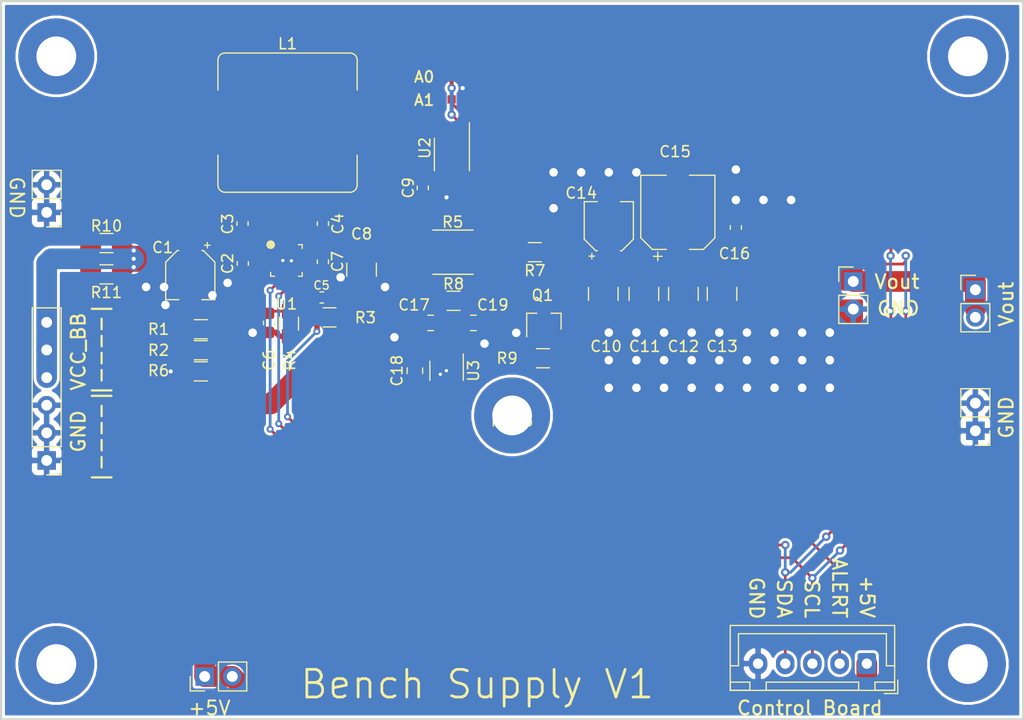
<source format=kicad_pcb>
(kicad_pcb (version 20171130) (host pcbnew "(5.1.5)-3")

  (general
    (thickness 1.6)
    (drawings 21)
    (tracks 289)
    (zones 0)
    (modules 49)
    (nets 25)
  )

  (page A4)
  (layers
    (0 F.Cu signal)
    (31 B.Cu signal hide)
    (32 B.Adhes user hide)
    (33 F.Adhes user hide)
    (34 B.Paste user hide)
    (35 F.Paste user hide)
    (36 B.SilkS user hide)
    (37 F.SilkS user)
    (38 B.Mask user hide)
    (39 F.Mask user hide)
    (40 Dwgs.User user hide)
    (41 Cmts.User user hide)
    (42 Eco1.User user hide)
    (43 Eco2.User user hide)
    (44 Edge.Cuts user)
    (45 Margin user hide)
    (46 B.CrtYd user hide)
    (47 F.CrtYd user)
    (48 B.Fab user hide)
    (49 F.Fab user hide)
  )

  (setup
    (last_trace_width 0.254)
    (trace_clearance 0.2032)
    (zone_clearance 0.2032)
    (zone_45_only no)
    (trace_min 0.1524)
    (via_size 0.762)
    (via_drill 0.381)
    (via_min_size 0.635)
    (via_min_drill 0.3048)
    (uvia_size 0.635)
    (uvia_drill 0.3048)
    (uvias_allowed yes)
    (uvia_min_size 0.635)
    (uvia_min_drill 0.3048)
    (edge_width 0.127)
    (segment_width 0.254)
    (pcb_text_width 0.254)
    (pcb_text_size 1.524 1.524)
    (mod_edge_width 0.2032)
    (mod_text_size 1.27 1.27)
    (mod_text_width 0.2032)
    (pad_size 6.985 6.985)
    (pad_drill 3.6576)
    (pad_to_mask_clearance 0.0508)
    (solder_mask_min_width 0.2032)
    (aux_axis_origin 0 0)
    (visible_elements 7EFDB63F)
    (pcbplotparams
      (layerselection 0x010e0_ffffffff)
      (usegerberextensions false)
      (usegerberattributes false)
      (usegerberadvancedattributes false)
      (creategerberjobfile false)
      (excludeedgelayer true)
      (linewidth 0.100000)
      (plotframeref false)
      (viasonmask false)
      (mode 1)
      (useauxorigin false)
      (hpglpennumber 1)
      (hpglpenspeed 20)
      (hpglpendiameter 15.000000)
      (psnegative false)
      (psa4output false)
      (plotreference true)
      (plotvalue true)
      (plotinvisibletext false)
      (padsonsilk false)
      (subtractmaskfromsilk false)
      (outputformat 1)
      (mirror false)
      (drillshape 0)
      (scaleselection 1)
      (outputdirectory "PCB-Order/"))
  )

  (net 0 "")
  (net 1 GND)
  (net 2 "Net-(Q1-Pad2)")
  (net 3 -5V)
  (net 4 "Net-(C4-Pad1)")
  (net 5 "Net-(C4-Pad2)")
  (net 6 +5V)
  (net 7 BB_EN)
  (net 8 VOUT)
  (net 9 SCL)
  (net 10 SDA)
  (net 11 BB_ALERT)
  (net 12 "Net-(C3-Pad2)")
  (net 13 "Net-(C3-Pad1)")
  (net 14 "Net-(C5-Pad2)")
  (net 15 "Net-(C6-Pad2)")
  (net 16 "Net-(C7-Pad2)")
  (net 17 "Net-(C17-Pad1)")
  (net 18 "Net-(C18-Pad1)")
  (net 19 "Net-(C18-Pad2)")
  (net 20 "Net-(R2-Pad1)")
  (net 21 "Net-(R5-Pad1)")
  (net 22 "Net-(JP1-Pad2)")
  (net 23 "Net-(JP2-Pad2)")
  (net 24 VCC_BB)

  (net_class Default "This is the default net class."
    (clearance 0.2032)
    (trace_width 0.254)
    (via_dia 0.762)
    (via_drill 0.381)
    (uvia_dia 0.635)
    (uvia_drill 0.3048)
    (diff_pair_width 2.54)
    (diff_pair_gap 2.54)
    (add_net +5V)
    (add_net -5V)
    (add_net BB_ALERT)
    (add_net BB_EN)
    (add_net GND)
    (add_net "Net-(C17-Pad1)")
    (add_net "Net-(C18-Pad1)")
    (add_net "Net-(C18-Pad2)")
    (add_net "Net-(C3-Pad1)")
    (add_net "Net-(C3-Pad2)")
    (add_net "Net-(C4-Pad1)")
    (add_net "Net-(C4-Pad2)")
    (add_net "Net-(C5-Pad2)")
    (add_net "Net-(C6-Pad2)")
    (add_net "Net-(C7-Pad2)")
    (add_net "Net-(JP1-Pad2)")
    (add_net "Net-(JP2-Pad2)")
    (add_net "Net-(Q1-Pad2)")
    (add_net "Net-(R2-Pad1)")
    (add_net "Net-(R5-Pad1)")
    (add_net SCL)
    (add_net SDA)
    (add_net VCC_BB)
    (add_net VOUT)
  )

  (module "Rays Footprints:MP8862GQ" (layer F.Cu) (tedit 5ED8840B) (tstamp 5ED8EC30)
    (at 99.8982 77.1906)
    (path /5EEDA3EC)
    (fp_text reference U1 (at 0 4) (layer F.SilkS)
      (effects (font (size 1 1) (thickness 0.15)))
    )
    (fp_text value MP8862GQ (at 0 -4.5) (layer F.Fab)
      (effects (font (size 1 1) (thickness 0.15)))
    )
    (fp_line (start -2.1 2.1) (end -2.1 -2.1) (layer F.CrtYd) (width 0.05))
    (fp_line (start 2.1 2.1) (end -2.1 2.1) (layer F.CrtYd) (width 0.05))
    (fp_line (start 2.1 -2.1) (end 2.1 2.1) (layer F.CrtYd) (width 0.05))
    (fp_line (start -2.1 -2.1) (end 2.1 -2.1) (layer F.CrtYd) (width 0.05))
    (fp_circle (center -1.45 -1.45) (end -1.4 -1.4) (layer F.SilkS) (width 0.12))
    (fp_circle (center -1.45 -1.45) (end -1.4 -1.35) (layer F.SilkS) (width 0.12))
    (fp_circle (center -1.45 -1.45) (end -1.35 -1.25) (layer F.SilkS) (width 0.12))
    (fp_circle (center -1.45 -1.45) (end -1.3 -1.15) (layer F.SilkS) (width 0.12))
    (fp_line (start -1.1 1.45) (end -1.45 1.45) (layer F.SilkS) (width 0.12))
    (fp_line (start -1.45 1.45) (end -1.45 1.1) (layer F.SilkS) (width 0.12))
    (fp_line (start 1.45 1.45) (end 1.1 1.45) (layer F.SilkS) (width 0.12))
    (fp_line (start 1.45 1.1) (end 1.45 1.45) (layer F.SilkS) (width 0.12))
    (fp_line (start 1.45 -1.45) (end 1.45 -1.1) (layer F.SilkS) (width 0.12))
    (fp_line (start 1.1 -1.45) (end 1.45 -1.45) (layer F.SilkS) (width 0.12))
    (pad 16 smd rect (at -0.75 -1.45) (size 0.25 0.8) (layers F.Cu F.Paste F.Mask)
      (net 13 "Net-(C3-Pad1)"))
    (pad 15 smd rect (at -0.25 -1.2) (size 0.25 1.3) (layers F.Cu F.Paste F.Mask)
      (net 12 "Net-(C3-Pad2)"))
    (pad 14 smd rect (at 0.25 -1.2) (size 0.25 1.3) (layers F.Cu F.Paste F.Mask)
      (net 4 "Net-(C4-Pad1)"))
    (pad 13 smd rect (at 0.75 -1.45) (size 0.25 0.8) (layers F.Cu F.Paste F.Mask)
      (net 5 "Net-(C4-Pad2)"))
    (pad 8 smd rect (at 0.75 1.45) (size 0.25 0.8) (layers F.Cu F.Paste F.Mask)
      (net 11 BB_ALERT))
    (pad 7 smd rect (at 0.25 1.2) (size 0.25 1.3) (layers F.Cu F.Paste F.Mask)
      (net 15 "Net-(C6-Pad2)"))
    (pad 6 smd rect (at -0.25 1.2) (size 0.25 1.3) (layers F.Cu F.Paste F.Mask)
      (net 10 SDA))
    (pad 5 smd rect (at -0.75 1.45) (size 0.25 0.8) (layers F.Cu F.Paste F.Mask)
      (net 9 SCL))
    (pad 12 smd rect (at 1.45 -0.75) (size 0.8 0.25) (layers F.Cu F.Paste F.Mask)
      (net 16 "Net-(C7-Pad2)"))
    (pad 11 smd rect (at 1.45 -0.25) (size 0.8 0.25) (layers F.Cu F.Paste F.Mask)
      (net 1 GND))
    (pad 10 smd rect (at 1.45 0.25) (size 0.8 0.25) (layers F.Cu F.Paste F.Mask)
      (net 1 GND))
    (pad 9 smd rect (at 1.45 0.75) (size 0.8 0.25) (layers F.Cu F.Paste F.Mask)
      (net 14 "Net-(C5-Pad2)"))
    (pad 4 smd rect (at -1.45 0.75) (size 0.8 0.25) (layers F.Cu F.Paste F.Mask)
      (net 20 "Net-(R2-Pad1)"))
    (pad 3 smd rect (at -1.45 0.25) (size 0.8 0.25) (layers F.Cu F.Paste F.Mask)
      (net 7 BB_EN))
    (pad 2 smd rect (at -1.45 -0.25) (size 0.8 0.25) (layers F.Cu F.Paste F.Mask)
      (net 1 GND))
    (pad 1 smd rect (at -1.45 -0.75) (size 0.8 0.25) (layers F.Cu F.Paste F.Mask)
      (net 24 VCC_BB))
    (model ${KISYS3DMOD}/Package_DFN_QFN.3dshapes/QFN-16-1EP_3x3mm_P0.5mm_EP1.8x1.8mm.step
      (at (xyz 0 0 0))
      (scale (xyz 1 1 1))
      (rotate (xyz 0 0 0))
    )
  )

  (module "Rays Footprints:Mount-Hole-#6" (layer F.Cu) (tedit 5EA46327) (tstamp 5EDA7DF1)
    (at 120.65 91.44)
    (path /5EF6BD72)
    (fp_text reference MTH5 (at 0 0.5) (layer F.SilkS)
      (effects (font (size 1 1) (thickness 0.15)))
    )
    (fp_text value "Mount Hole" (at -2.159 -4.064) (layer F.Fab)
      (effects (font (size 1 1) (thickness 0.15)))
    )
    (fp_circle (center 0 0) (end 3.558267 0) (layer F.CrtYd) (width 0.127))
    (pad 1 thru_hole circle (at 0 0) (size 6.985 6.985) (drill 3.6576) (layers *.Cu *.Mask)
      (zone_connect 2))
    (model C:/Users/ray/OneDrive/Projects/kicad/3-3DModels/Screw-6-32-0p125.stp
      (offset (xyz 0 0 -3.25))
      (scale (xyz 1 1 1))
      (rotate (xyz 0 0 0))
    )
  )

  (module "Rays Footprints:Mount-Hole-#6" (layer F.Cu) (tedit 5EA46327) (tstamp 5EC972E6)
    (at 78.74 114.3)
    (path /5ECA813E)
    (fp_text reference MTH3 (at 0 0.5) (layer F.SilkS) hide
      (effects (font (size 1 1) (thickness 0.15)))
    )
    (fp_text value "Mount Hole" (at -2.159 -4.064) (layer F.Fab)
      (effects (font (size 1 1) (thickness 0.15)))
    )
    (fp_circle (center 0 0) (end 3.558267 0) (layer F.CrtYd) (width 0.127))
    (pad 1 thru_hole circle (at 0 0) (size 6.985 6.985) (drill 3.6576) (layers *.Cu *.Mask)
      (zone_connect 2))
    (model C:/Users/ray/OneDrive/Projects/kicad/3-3DModels/Screw-6-32-0p125.stp
      (offset (xyz 0 0 -3.25))
      (scale (xyz 1 1 1))
      (rotate (xyz 0 0 0))
    )
  )

  (module Inductor_SMD:L_Bourns_SRR1260 (layer F.Cu) (tedit 5A71B056) (tstamp 5ECE0D99)
    (at 99.9998 64.516)
    (descr "Bourns SRR1260 series SMD inductor http://www.bourns.com/docs/Product-Datasheets/SRR1260.pdf")
    (tags "Bourns SRR1260 SMD inductor")
    (path /5EF24B58)
    (attr smd)
    (fp_text reference L1 (at 0 -7.25) (layer F.SilkS)
      (effects (font (size 1 1) (thickness 0.15)))
    )
    (fp_text value 100uH (at 0 7.4) (layer F.Fab)
      (effects (font (size 1 1) (thickness 0.15)))
    )
    (fp_circle (center 0 0) (end 0 -5.6) (layer F.Fab) (width 0.1))
    (fp_line (start -5.75 -6.25) (end 5.75 -6.25) (layer F.Fab) (width 0.1))
    (fp_line (start -4 2) (end -4 -2) (layer F.Fab) (width 0.1))
    (fp_line (start -6.25 -5.75) (end -6.25 5.75) (layer F.Fab) (width 0.1))
    (fp_line (start 5.75 6.25) (end -5.75 6.25) (layer F.Fab) (width 0.1))
    (fp_line (start 6.25 -5.75) (end 6.25 5.75) (layer F.Fab) (width 0.1))
    (fp_line (start 4 -2) (end 4 2) (layer F.Fab) (width 0.1))
    (fp_line (start -5.75 -6.4) (end 5.75 -6.4) (layer F.SilkS) (width 0.12))
    (fp_line (start -6.4 -5.75) (end -6.4 -3) (layer F.SilkS) (width 0.12))
    (fp_line (start 5.75 6.4) (end -5.75 6.4) (layer F.SilkS) (width 0.12))
    (fp_line (start 6.4 -5.75) (end 6.4 -3) (layer F.SilkS) (width 0.12))
    (fp_line (start -5.75 -6.5) (end 5.75 -6.5) (layer F.CrtYd) (width 0.05))
    (fp_line (start -6.5 5.75) (end -6.5 -5.75) (layer F.CrtYd) (width 0.05))
    (fp_line (start 5.75 6.5) (end -5.75 6.5) (layer F.CrtYd) (width 0.05))
    (fp_line (start 6.5 -5.75) (end 6.5 5.75) (layer F.CrtYd) (width 0.05))
    (fp_text user %R (at 0 0) (layer F.Fab)
      (effects (font (size 1 1) (thickness 0.15)))
    )
    (fp_arc (start -5.75 -5.75) (end -5.75 -6.25) (angle -90) (layer F.Fab) (width 0.1))
    (fp_arc (start 5.75 -5.75) (end 6.25 -5.75) (angle -90) (layer F.Fab) (width 0.1))
    (fp_arc (start 5.75 5.75) (end 5.75 6.25) (angle -90) (layer F.Fab) (width 0.1))
    (fp_arc (start -5.75 5.75) (end -6.25 5.75) (angle -90) (layer F.Fab) (width 0.1))
    (fp_line (start -6.4 3) (end -6.4 5.75) (layer F.SilkS) (width 0.12))
    (fp_line (start 6.4 3) (end 6.4 5.75) (layer F.SilkS) (width 0.12))
    (fp_arc (start -5.75 -5.75) (end -5.75 -6.4) (angle -90) (layer F.SilkS) (width 0.12))
    (fp_arc (start -5.75 5.75) (end -6.4 5.75) (angle -90) (layer F.SilkS) (width 0.12))
    (fp_arc (start 5.75 5.75) (end 5.75 6.4) (angle -90) (layer F.SilkS) (width 0.12))
    (fp_arc (start 5.75 -5.75) (end 6.4 -5.75) (angle -90) (layer F.SilkS) (width 0.12))
    (fp_arc (start -5.75 -5.75) (end -5.75 -6.5) (angle -90) (layer F.CrtYd) (width 0.05))
    (fp_arc (start -5.75 5.75) (end -6.5 5.75) (angle -90) (layer F.CrtYd) (width 0.05))
    (fp_arc (start 5.75 5.75) (end 5.75 6.5) (angle -90) (layer F.CrtYd) (width 0.05))
    (fp_arc (start 5.75 -5.75) (end 6.5 -5.75) (angle -90) (layer F.CrtYd) (width 0.05))
    (pad 2 smd rect (at 4.85 0) (size 2.9 5.4) (layers F.Cu F.Paste F.Mask)
      (net 4 "Net-(C4-Pad1)"))
    (pad 1 smd rect (at -4.85 0) (size 2.9 5.4) (layers F.Cu F.Paste F.Mask)
      (net 12 "Net-(C3-Pad2)"))
    (model ${KISYS3DMOD}/Inductor_SMD.3dshapes/L_Bourns_SRR1260.wrl
      (at (xyz 0 0 0))
      (scale (xyz 1 1 1))
      (rotate (xyz 0 0 0))
    )
  )

  (module "Rays Footprints:Mount-Hole-#6" (layer F.Cu) (tedit 5ED88198) (tstamp 5EC972DA)
    (at 78.74 58.42)
    (path /5ECA813D)
    (fp_text reference MTH1 (at 0 0.5) (layer F.SilkS) hide
      (effects (font (size 1 1) (thickness 0.15)))
    )
    (fp_text value "Mount Hole" (at -2.159 -4.064) (layer F.Fab)
      (effects (font (size 1 1) (thickness 0.15)))
    )
    (fp_circle (center 0 0) (end 3.558267 0) (layer F.CrtYd) (width 0.127))
    (pad 1 thru_hole circle (at 0 0) (size 6.985 6.985) (drill 3.6576) (layers *.Cu *.Mask)
      (zone_connect 2))
    (model C:/Users/ray/OneDrive/Projects/kicad/3-3DModels/Screw-6-32-0p125.stp
      (offset (xyz 0 0 -3.25))
      (scale (xyz 1 1 1))
      (rotate (xyz 0 0 0))
    )
  )

  (module "Rays Footprints:Mount-Hole-#6" (layer F.Cu) (tedit 5EA46327) (tstamp 5EC972E0)
    (at 162.56 58.42)
    (path /5ECA813F)
    (fp_text reference MTH2 (at 0 0.5) (layer F.SilkS) hide
      (effects (font (size 1 1) (thickness 0.15)))
    )
    (fp_text value "Mount Hole" (at -2.159 -4.064) (layer F.Fab)
      (effects (font (size 1 1) (thickness 0.15)))
    )
    (fp_circle (center 0 0) (end 3.558267 0) (layer F.CrtYd) (width 0.127))
    (pad 1 thru_hole circle (at 0 0) (size 6.985 6.985) (drill 3.6576) (layers *.Cu *.Mask)
      (zone_connect 2))
    (model C:/Users/ray/OneDrive/Projects/kicad/3-3DModels/Screw-6-32-0p125.stp
      (offset (xyz 0 0 -3.25))
      (scale (xyz 1 1 1))
      (rotate (xyz 0 0 0))
    )
  )

  (module "Rays Footprints:Mount-Hole-#6" (layer F.Cu) (tedit 5EA46327) (tstamp 5ED854BA)
    (at 162.56 114.3)
    (path /5ECA8140)
    (fp_text reference MTH4 (at 0 0.5) (layer F.SilkS) hide
      (effects (font (size 1 1) (thickness 0.15)))
    )
    (fp_text value "Mount Hole" (at -2.159 -4.064) (layer F.Fab)
      (effects (font (size 1 1) (thickness 0.15)))
    )
    (fp_circle (center 0 0) (end 3.558267 0) (layer F.CrtYd) (width 0.127))
    (pad 1 thru_hole circle (at 0 0) (size 6.985 6.985) (drill 3.6576) (layers *.Cu *.Mask)
      (zone_connect 2))
    (model C:/Users/ray/OneDrive/Projects/kicad/3-3DModels/Screw-6-32-0p125.stp
      (offset (xyz 0 0 -3.25))
      (scale (xyz 1 1 1))
      (rotate (xyz 0 0 0))
    )
  )

  (module "Rays Footprints:C_0805_HandSoldering" (layer F.Cu) (tedit 5E992383) (tstamp 5ECE536E)
    (at 111.7092 87.3252 90)
    (descr "Capacitor SMD 0805 (2012 Metric), square (rectangular) end terminal, IPC_7351 nominal with elongated pad for handsoldering. (Body size source: https://docs.google.com/spreadsheets/d/1BsfQQcO9C6DZCsRaXUlFlo91Tg2WpOkGARC1WS5S8t0/edit?usp=sharing), generated with kicad-footprint-generator")
    (tags "capacitor handsolder")
    (path /5EDF1FCB)
    (attr smd)
    (fp_text reference C18 (at 0 -1.65 90) (layer F.SilkS)
      (effects (font (size 1 1) (thickness 0.15)))
    )
    (fp_text value 1u/15V (at 0 1.65 90) (layer F.Fab)
      (effects (font (size 1 1) (thickness 0.15)))
    )
    (fp_line (start -1 0.6) (end -1 -0.6) (layer F.Fab) (width 0.1))
    (fp_line (start -1 -0.6) (end 1 -0.6) (layer F.Fab) (width 0.1))
    (fp_line (start 1 -0.6) (end 1 0.6) (layer F.Fab) (width 0.1))
    (fp_line (start 1 0.6) (end -1 0.6) (layer F.Fab) (width 0.1))
    (fp_line (start -0.261252 -0.71) (end 0.261252 -0.71) (layer F.SilkS) (width 0.12))
    (fp_line (start -0.261252 0.71) (end 0.261252 0.71) (layer F.SilkS) (width 0.12))
    (fp_line (start -1.85 0.95) (end -1.85 -0.95) (layer F.CrtYd) (width 0.05))
    (fp_line (start -1.85 -0.95) (end 1.85 -0.95) (layer F.CrtYd) (width 0.05))
    (fp_line (start 1.85 -0.95) (end 1.85 0.95) (layer F.CrtYd) (width 0.05))
    (fp_line (start 1.85 0.95) (end -1.85 0.95) (layer F.CrtYd) (width 0.05))
    (fp_text user %R (at 0 0 90) (layer F.Fab)
      (effects (font (size 0.5 0.5) (thickness 0.08)))
    )
    (pad 1 smd roundrect (at -1.025 0 90) (size 1.15 1.4) (layers F.Cu F.Paste F.Mask) (roundrect_rratio 0.217)
      (net 18 "Net-(C18-Pad1)"))
    (pad 2 smd roundrect (at 1.025 0 90) (size 1.15 1.4) (layers F.Cu F.Paste F.Mask) (roundrect_rratio 0.217)
      (net 19 "Net-(C18-Pad2)"))
    (model ${KICAD_USER_LIB_DIR}/3-3DModels/C_0805.step
      (at (xyz 0 0 0))
      (scale (xyz 1 1 1))
      (rotate (xyz 0 0 0))
    )
  )

  (module "Rays Footprints:C_0805_HandSoldering" (layer F.Cu) (tedit 5E992383) (tstamp 5ECE0F5D)
    (at 117.094 82.931)
    (descr "Capacitor SMD 0805 (2012 Metric), square (rectangular) end terminal, IPC_7351 nominal with elongated pad for handsoldering. (Body size source: https://docs.google.com/spreadsheets/d/1BsfQQcO9C6DZCsRaXUlFlo91Tg2WpOkGARC1WS5S8t0/edit?usp=sharing), generated with kicad-footprint-generator")
    (tags "capacitor handsolder")
    (path /5EDF6A9F)
    (attr smd)
    (fp_text reference C19 (at 1.778 -1.651) (layer F.SilkS)
      (effects (font (size 1 1) (thickness 0.15)))
    )
    (fp_text value 1u/15V (at 0 1.65) (layer F.Fab)
      (effects (font (size 1 1) (thickness 0.15)))
    )
    (fp_text user %R (at 0 0) (layer F.Fab)
      (effects (font (size 0.5 0.5) (thickness 0.08)))
    )
    (fp_line (start 1.85 0.95) (end -1.85 0.95) (layer F.CrtYd) (width 0.05))
    (fp_line (start 1.85 -0.95) (end 1.85 0.95) (layer F.CrtYd) (width 0.05))
    (fp_line (start -1.85 -0.95) (end 1.85 -0.95) (layer F.CrtYd) (width 0.05))
    (fp_line (start -1.85 0.95) (end -1.85 -0.95) (layer F.CrtYd) (width 0.05))
    (fp_line (start -0.261252 0.71) (end 0.261252 0.71) (layer F.SilkS) (width 0.12))
    (fp_line (start -0.261252 -0.71) (end 0.261252 -0.71) (layer F.SilkS) (width 0.12))
    (fp_line (start 1 0.6) (end -1 0.6) (layer F.Fab) (width 0.1))
    (fp_line (start 1 -0.6) (end 1 0.6) (layer F.Fab) (width 0.1))
    (fp_line (start -1 -0.6) (end 1 -0.6) (layer F.Fab) (width 0.1))
    (fp_line (start -1 0.6) (end -1 -0.6) (layer F.Fab) (width 0.1))
    (pad 2 smd roundrect (at 1.025 0) (size 1.15 1.4) (layers F.Cu F.Paste F.Mask) (roundrect_rratio 0.217)
      (net 1 GND))
    (pad 1 smd roundrect (at -1.025 0) (size 1.15 1.4) (layers F.Cu F.Paste F.Mask) (roundrect_rratio 0.217)
      (net 3 -5V))
    (model ${KICAD_USER_LIB_DIR}/3-3DModels/C_0805.step
      (at (xyz 0 0 0))
      (scale (xyz 1 1 1))
      (rotate (xyz 0 0 0))
    )
  )

  (module "Rays Footprints:R_2512_HandSoldering" (layer F.Cu) (tedit 5EA4820A) (tstamp 5ECE0FDD)
    (at 115.2112 76.4286 180)
    (path /5ECFDE7F)
    (fp_text reference R5 (at 0.0222 2.7686 180) (layer F.SilkS)
      (effects (font (size 1 1) (thickness 0.15)))
    )
    (fp_text value 0.1 (at 0.0254 3.1496 180) (layer F.Fab)
      (effects (font (size 1 1) (thickness 0.15)))
    )
    (fp_line (start -4.55 2.1082) (end -4.55 -2.1082) (layer F.CrtYd) (width 0.12))
    (fp_line (start 4.5 2.1082) (end -4.55 2.1082) (layer F.CrtYd) (width 0.12))
    (fp_line (start 4.5 -2.1082) (end 4.5 2.1082) (layer F.CrtYd) (width 0.12))
    (fp_line (start -4.55 -2.1082) (end 4.5 -2.1082) (layer F.CrtYd) (width 0.12))
    (fp_line (start -3.2512 1.651) (end -3.2512 -1.651) (layer F.Fab) (width 0.12))
    (fp_line (start 3.2512 1.651) (end -3.2512 1.651) (layer F.Fab) (width 0.12))
    (fp_line (start 3.2512 -1.651) (end 3.2512 1.651) (layer F.Fab) (width 0.12))
    (fp_line (start -3.2512 -1.651) (end 3.2512 -1.651) (layer F.Fab) (width 0.12))
    (fp_line (start -1.85 2.032) (end 1.85 2.032) (layer F.SilkS) (width 0.127))
    (fp_line (start -1.85 -2.032) (end 1.85 -2.032) (layer F.SilkS) (width 0.127))
    (pad 2 smd rect (at 3.375 0 180) (size 2 3.5) (layers F.Cu F.Paste F.Mask)
      (net 16 "Net-(C7-Pad2)"))
    (pad 1 smd rect (at -3.375 0 180) (size 2 3.5) (layers F.Cu F.Paste F.Mask)
      (net 21 "Net-(R5-Pad1)"))
    (model ${KICAD_USER_LIB_DIR}/3-3DModels/R_2512.step
      (at (xyz 0 0 0))
      (scale (xyz 1 1 1))
      (rotate (xyz 0 0 0))
    )
  )

  (module Package_TO_SOT_SMD:TSOT-23-6_HandSoldering (layer F.Cu) (tedit 5A02FF57) (tstamp 5ECE53A3)
    (at 114.649199 87.330601 270)
    (descr "6-pin TSOT23 package, http://cds.linear.com/docs/en/packaging/SOT_6_05-08-1636.pdf")
    (tags "TSOT-23-6 MK06A TSOT-6 Hand-soldering")
    (path /5EDEAA46)
    (attr smd)
    (fp_text reference U3 (at 0 -2.45 90) (layer F.SilkS)
      (effects (font (size 1 1) (thickness 0.15)))
    )
    (fp_text value MAX1719EUT (at 0 2.5 90) (layer F.Fab)
      (effects (font (size 1 1) (thickness 0.15)))
    )
    (fp_text user %R (at 0 0) (layer F.Fab)
      (effects (font (size 0.5 0.5) (thickness 0.075)))
    )
    (fp_line (start -0.88 1.56) (end 0.88 1.56) (layer F.SilkS) (width 0.12))
    (fp_line (start 0.88 -1.51) (end -1.55 -1.51) (layer F.SilkS) (width 0.12))
    (fp_line (start -0.88 -1) (end -0.43 -1.45) (layer F.Fab) (width 0.1))
    (fp_line (start 0.88 -1.45) (end -0.43 -1.45) (layer F.Fab) (width 0.1))
    (fp_line (start -0.88 -1) (end -0.88 1.45) (layer F.Fab) (width 0.1))
    (fp_line (start 0.88 1.45) (end -0.88 1.45) (layer F.Fab) (width 0.1))
    (fp_line (start 0.88 -1.45) (end 0.88 1.45) (layer F.Fab) (width 0.1))
    (fp_line (start -2.96 -1.7) (end 2.96 -1.7) (layer F.CrtYd) (width 0.05))
    (fp_line (start -2.96 -1.7) (end -2.96 1.7) (layer F.CrtYd) (width 0.05))
    (fp_line (start 2.96 1.7) (end 2.96 -1.7) (layer F.CrtYd) (width 0.05))
    (fp_line (start 2.96 1.7) (end -2.96 1.7) (layer F.CrtYd) (width 0.05))
    (pad 1 smd rect (at -1.71 -0.95 270) (size 2 0.65) (layers F.Cu F.Paste F.Mask)
      (net 3 -5V))
    (pad 2 smd rect (at -1.71 0 270) (size 2 0.65) (layers F.Cu F.Paste F.Mask)
      (net 17 "Net-(C17-Pad1)"))
    (pad 3 smd rect (at -1.71 0.95 270) (size 2 0.65) (layers F.Cu F.Paste F.Mask)
      (net 19 "Net-(C18-Pad2)"))
    (pad 4 smd rect (at 1.71 0.95 270) (size 2 0.65) (layers F.Cu F.Paste F.Mask)
      (net 1 GND))
    (pad 5 smd rect (at 1.71 0 270) (size 2 0.65) (layers F.Cu F.Paste F.Mask)
      (net 1 GND))
    (pad 6 smd rect (at 1.71 -0.95 270) (size 2 0.65) (layers F.Cu F.Paste F.Mask)
      (net 18 "Net-(C18-Pad1)"))
    (model ${KISYS3DMOD}/Package_TO_SOT_SMD.3dshapes/TSOT-23-6.wrl
      (at (xyz 0 0 0))
      (scale (xyz 1 1 1))
      (rotate (xyz 0 0 0))
    )
  )

  (module "Rays Footprints:C_0603_HandSoldering" (layer F.Cu) (tedit 5E952776) (tstamp 5ECE0D26)
    (at 95.8596 73.801 90)
    (descr "Capacitor SMD 0603 (1608 Metric), square (rectangular) end terminal, IPC_7351 nominal with elongated pad for handsoldering. (Body size source: http://www.tortai-tech.com/upload/download/2011102023233369053.pdf), generated with kicad-footprint-generator")
    (tags "capacitor handsolder")
    (path /5EF3548B)
    (attr smd)
    (fp_text reference C3 (at -0.0254 -1.3716 90) (layer F.SilkS)
      (effects (font (size 1 1) (thickness 0.15)))
    )
    (fp_text value 0.1u (at 0 1.43 90) (layer F.Fab)
      (effects (font (size 1 1) (thickness 0.15)))
    )
    (fp_text user %R (at 0 0 90) (layer F.Fab)
      (effects (font (size 0.4 0.4) (thickness 0.06)))
    )
    (fp_line (start 1.65 0.73) (end -1.65 0.73) (layer F.CrtYd) (width 0.05))
    (fp_line (start 1.65 -0.73) (end 1.65 0.73) (layer F.CrtYd) (width 0.05))
    (fp_line (start -1.65 -0.73) (end 1.65 -0.73) (layer F.CrtYd) (width 0.05))
    (fp_line (start -1.65 0.73) (end -1.65 -0.73) (layer F.CrtYd) (width 0.05))
    (fp_line (start -0.171267 0.51) (end 0.171267 0.51) (layer F.SilkS) (width 0.12))
    (fp_line (start -0.171267 -0.51) (end 0.171267 -0.51) (layer F.SilkS) (width 0.12))
    (fp_line (start 0.8 0.4) (end -0.8 0.4) (layer F.Fab) (width 0.1))
    (fp_line (start 0.8 -0.4) (end 0.8 0.4) (layer F.Fab) (width 0.1))
    (fp_line (start -0.8 -0.4) (end 0.8 -0.4) (layer F.Fab) (width 0.1))
    (fp_line (start -0.8 0.4) (end -0.8 -0.4) (layer F.Fab) (width 0.1))
    (pad 2 smd roundrect (at 0.875 0 90) (size 1.05 0.95) (layers F.Cu F.Paste F.Mask) (roundrect_rratio 0.25)
      (net 12 "Net-(C3-Pad2)"))
    (pad 1 smd roundrect (at -0.875 0 90) (size 1.05 0.95) (layers F.Cu F.Paste F.Mask) (roundrect_rratio 0.25)
      (net 13 "Net-(C3-Pad1)"))
    (model ${KICAD_USER_LIB_DIR}/3-3DModels/C_0603.step
      (at (xyz 0 0 0))
      (scale (xyz 1 1 1))
      (rotate (xyz 0 0 0))
    )
  )

  (module "Rays Footprints:C_0603_HandSoldering" (layer F.Cu) (tedit 5E952776) (tstamp 5ECE0E1F)
    (at 103.251 73.801 270)
    (descr "Capacitor SMD 0603 (1608 Metric), square (rectangular) end terminal, IPC_7351 nominal with elongated pad for handsoldering. (Body size source: http://www.tortai-tech.com/upload/download/2011102023233369053.pdf), generated with kicad-footprint-generator")
    (tags "capacitor handsolder")
    (path /5EF36340)
    (attr smd)
    (fp_text reference C4 (at 0.0114 -1.3716 90) (layer F.SilkS)
      (effects (font (size 1 1) (thickness 0.15)))
    )
    (fp_text value 0.1u (at 0 1.43 90) (layer F.Fab)
      (effects (font (size 1 1) (thickness 0.15)))
    )
    (fp_line (start -0.8 0.4) (end -0.8 -0.4) (layer F.Fab) (width 0.1))
    (fp_line (start -0.8 -0.4) (end 0.8 -0.4) (layer F.Fab) (width 0.1))
    (fp_line (start 0.8 -0.4) (end 0.8 0.4) (layer F.Fab) (width 0.1))
    (fp_line (start 0.8 0.4) (end -0.8 0.4) (layer F.Fab) (width 0.1))
    (fp_line (start -0.171267 -0.51) (end 0.171267 -0.51) (layer F.SilkS) (width 0.12))
    (fp_line (start -0.171267 0.51) (end 0.171267 0.51) (layer F.SilkS) (width 0.12))
    (fp_line (start -1.65 0.73) (end -1.65 -0.73) (layer F.CrtYd) (width 0.05))
    (fp_line (start -1.65 -0.73) (end 1.65 -0.73) (layer F.CrtYd) (width 0.05))
    (fp_line (start 1.65 -0.73) (end 1.65 0.73) (layer F.CrtYd) (width 0.05))
    (fp_line (start 1.65 0.73) (end -1.65 0.73) (layer F.CrtYd) (width 0.05))
    (fp_text user %R (at 0 0 90) (layer F.Fab)
      (effects (font (size 0.4 0.4) (thickness 0.06)))
    )
    (pad 1 smd roundrect (at -0.875 0 270) (size 1.05 0.95) (layers F.Cu F.Paste F.Mask) (roundrect_rratio 0.25)
      (net 4 "Net-(C4-Pad1)"))
    (pad 2 smd roundrect (at 0.875 0 270) (size 1.05 0.95) (layers F.Cu F.Paste F.Mask) (roundrect_rratio 0.25)
      (net 5 "Net-(C4-Pad2)"))
    (model ${KICAD_USER_LIB_DIR}/3-3DModels/C_0603.step
      (at (xyz 0 0 0))
      (scale (xyz 1 1 1))
      (rotate (xyz 0 0 0))
    )
  )

  (module "Rays Footprints:C_0603_HandSoldering" (layer F.Cu) (tedit 5E952776) (tstamp 5ECE0CF6)
    (at 95.885 77.47 90)
    (descr "Capacitor SMD 0603 (1608 Metric), square (rectangular) end terminal, IPC_7351 nominal with elongated pad for handsoldering. (Body size source: http://www.tortai-tech.com/upload/download/2011102023233369053.pdf), generated with kicad-footprint-generator")
    (tags "capacitor handsolder")
    (path /5EF52663)
    (attr smd)
    (fp_text reference C2 (at 0 -1.397 90) (layer F.SilkS)
      (effects (font (size 1 1) (thickness 0.15)))
    )
    (fp_text value 0.1u (at 0 1.43 90) (layer F.Fab)
      (effects (font (size 1 1) (thickness 0.15)))
    )
    (fp_text user %R (at 0 0 90) (layer F.Fab)
      (effects (font (size 0.4 0.4) (thickness 0.06)))
    )
    (fp_line (start 1.65 0.73) (end -1.65 0.73) (layer F.CrtYd) (width 0.05))
    (fp_line (start 1.65 -0.73) (end 1.65 0.73) (layer F.CrtYd) (width 0.05))
    (fp_line (start -1.65 -0.73) (end 1.65 -0.73) (layer F.CrtYd) (width 0.05))
    (fp_line (start -1.65 0.73) (end -1.65 -0.73) (layer F.CrtYd) (width 0.05))
    (fp_line (start -0.171267 0.51) (end 0.171267 0.51) (layer F.SilkS) (width 0.12))
    (fp_line (start -0.171267 -0.51) (end 0.171267 -0.51) (layer F.SilkS) (width 0.12))
    (fp_line (start 0.8 0.4) (end -0.8 0.4) (layer F.Fab) (width 0.1))
    (fp_line (start 0.8 -0.4) (end 0.8 0.4) (layer F.Fab) (width 0.1))
    (fp_line (start -0.8 -0.4) (end 0.8 -0.4) (layer F.Fab) (width 0.1))
    (fp_line (start -0.8 0.4) (end -0.8 -0.4) (layer F.Fab) (width 0.1))
    (pad 2 smd roundrect (at 0.875 0 90) (size 1.05 0.95) (layers F.Cu F.Paste F.Mask) (roundrect_rratio 0.25)
      (net 24 VCC_BB))
    (pad 1 smd roundrect (at -0.875 0 90) (size 1.05 0.95) (layers F.Cu F.Paste F.Mask) (roundrect_rratio 0.25)
      (net 1 GND))
    (model ${KICAD_USER_LIB_DIR}/3-3DModels/C_0603.step
      (at (xyz 0 0 0))
      (scale (xyz 1 1 1))
      (rotate (xyz 0 0 0))
    )
  )

  (module "Rays Footprints:C_0603_HandSoldering" (layer F.Cu) (tedit 5E952776) (tstamp 5ECE0EBE)
    (at 103.251 77.3036 90)
    (descr "Capacitor SMD 0603 (1608 Metric), square (rectangular) end terminal, IPC_7351 nominal with elongated pad for handsoldering. (Body size source: http://www.tortai-tech.com/upload/download/2011102023233369053.pdf), generated with kicad-footprint-generator")
    (tags "capacitor handsolder")
    (path /5F05075F)
    (attr smd)
    (fp_text reference C7 (at 0.0114 1.3462 270) (layer F.SilkS)
      (effects (font (size 1 1) (thickness 0.15)))
    )
    (fp_text value 0.1u (at 0 1.43 90) (layer F.Fab)
      (effects (font (size 1 1) (thickness 0.15)))
    )
    (fp_line (start -0.8 0.4) (end -0.8 -0.4) (layer F.Fab) (width 0.1))
    (fp_line (start -0.8 -0.4) (end 0.8 -0.4) (layer F.Fab) (width 0.1))
    (fp_line (start 0.8 -0.4) (end 0.8 0.4) (layer F.Fab) (width 0.1))
    (fp_line (start 0.8 0.4) (end -0.8 0.4) (layer F.Fab) (width 0.1))
    (fp_line (start -0.171267 -0.51) (end 0.171267 -0.51) (layer F.SilkS) (width 0.12))
    (fp_line (start -0.171267 0.51) (end 0.171267 0.51) (layer F.SilkS) (width 0.12))
    (fp_line (start -1.65 0.73) (end -1.65 -0.73) (layer F.CrtYd) (width 0.05))
    (fp_line (start -1.65 -0.73) (end 1.65 -0.73) (layer F.CrtYd) (width 0.05))
    (fp_line (start 1.65 -0.73) (end 1.65 0.73) (layer F.CrtYd) (width 0.05))
    (fp_line (start 1.65 0.73) (end -1.65 0.73) (layer F.CrtYd) (width 0.05))
    (fp_text user %R (at 0 0 90) (layer F.Fab)
      (effects (font (size 0.4 0.4) (thickness 0.06)))
    )
    (pad 1 smd roundrect (at -0.875 0 90) (size 1.05 0.95) (layers F.Cu F.Paste F.Mask) (roundrect_rratio 0.25)
      (net 1 GND))
    (pad 2 smd roundrect (at 0.875 0 90) (size 1.05 0.95) (layers F.Cu F.Paste F.Mask) (roundrect_rratio 0.25)
      (net 16 "Net-(C7-Pad2)"))
    (model ${KICAD_USER_LIB_DIR}/3-3DModels/C_0603.step
      (at (xyz 0 0 0))
      (scale (xyz 1 1 1))
      (rotate (xyz 0 0 0))
    )
  )

  (module "Rays Footprints:C_0603_HandSoldering" (layer F.Cu) (tedit 5E952776) (tstamp 5ECE0E4F)
    (at 103.1494 80.5942 180)
    (descr "Capacitor SMD 0603 (1608 Metric), square (rectangular) end terminal, IPC_7351 nominal with elongated pad for handsoldering. (Body size source: http://www.tortai-tech.com/upload/download/2011102023233369053.pdf), generated with kicad-footprint-generator")
    (tags "capacitor handsolder")
    (path /5EF72D37)
    (attr smd)
    (fp_text reference C5 (at 0.0254 1.1176 180) (layer F.SilkS)
      (effects (font (size 0.762 0.762) (thickness 0.127)))
    )
    (fp_text value 0.1u (at 0 1.43) (layer F.Fab)
      (effects (font (size 1 1) (thickness 0.15)))
    )
    (fp_line (start -0.8 0.4) (end -0.8 -0.4) (layer F.Fab) (width 0.1))
    (fp_line (start -0.8 -0.4) (end 0.8 -0.4) (layer F.Fab) (width 0.1))
    (fp_line (start 0.8 -0.4) (end 0.8 0.4) (layer F.Fab) (width 0.1))
    (fp_line (start 0.8 0.4) (end -0.8 0.4) (layer F.Fab) (width 0.1))
    (fp_line (start -0.171267 -0.51) (end 0.171267 -0.51) (layer F.SilkS) (width 0.12))
    (fp_line (start -0.171267 0.51) (end 0.171267 0.51) (layer F.SilkS) (width 0.12))
    (fp_line (start -1.65 0.73) (end -1.65 -0.73) (layer F.CrtYd) (width 0.05))
    (fp_line (start -1.65 -0.73) (end 1.65 -0.73) (layer F.CrtYd) (width 0.05))
    (fp_line (start 1.65 -0.73) (end 1.65 0.73) (layer F.CrtYd) (width 0.05))
    (fp_line (start 1.65 0.73) (end -1.65 0.73) (layer F.CrtYd) (width 0.05))
    (fp_text user %R (at 0 0) (layer F.Fab)
      (effects (font (size 0.4 0.4) (thickness 0.06)))
    )
    (pad 1 smd roundrect (at -0.875 0 180) (size 1.05 0.95) (layers F.Cu F.Paste F.Mask) (roundrect_rratio 0.25)
      (net 1 GND))
    (pad 2 smd roundrect (at 0.875 0 180) (size 1.05 0.95) (layers F.Cu F.Paste F.Mask) (roundrect_rratio 0.25)
      (net 14 "Net-(C5-Pad2)"))
    (model ${KICAD_USER_LIB_DIR}/3-3DModels/C_0603.step
      (at (xyz 0 0 0))
      (scale (xyz 1 1 1))
      (rotate (xyz 0 0 0))
    )
  )

  (module "Rays Footprints:C_0603_HandSoldering" (layer F.Cu) (tedit 5E952776) (tstamp 5ECE0C66)
    (at 98.298 82.931 90)
    (descr "Capacitor SMD 0603 (1608 Metric), square (rectangular) end terminal, IPC_7351 nominal with elongated pad for handsoldering. (Body size source: http://www.tortai-tech.com/upload/download/2011102023233369053.pdf), generated with kicad-footprint-generator")
    (tags "capacitor handsolder")
    (path /5F0206D7)
    (attr smd)
    (fp_text reference C6 (at -3.429 0 270) (layer F.SilkS)
      (effects (font (size 1 1) (thickness 0.15)))
    )
    (fp_text value 22nF (at 0 1.43 90) (layer F.Fab)
      (effects (font (size 1 1) (thickness 0.15)))
    )
    (fp_text user %R (at 0 0 90) (layer F.Fab)
      (effects (font (size 0.4 0.4) (thickness 0.06)))
    )
    (fp_line (start 1.65 0.73) (end -1.65 0.73) (layer F.CrtYd) (width 0.05))
    (fp_line (start 1.65 -0.73) (end 1.65 0.73) (layer F.CrtYd) (width 0.05))
    (fp_line (start -1.65 -0.73) (end 1.65 -0.73) (layer F.CrtYd) (width 0.05))
    (fp_line (start -1.65 0.73) (end -1.65 -0.73) (layer F.CrtYd) (width 0.05))
    (fp_line (start -0.171267 0.51) (end 0.171267 0.51) (layer F.SilkS) (width 0.12))
    (fp_line (start -0.171267 -0.51) (end 0.171267 -0.51) (layer F.SilkS) (width 0.12))
    (fp_line (start 0.8 0.4) (end -0.8 0.4) (layer F.Fab) (width 0.1))
    (fp_line (start 0.8 -0.4) (end 0.8 0.4) (layer F.Fab) (width 0.1))
    (fp_line (start -0.8 -0.4) (end 0.8 -0.4) (layer F.Fab) (width 0.1))
    (fp_line (start -0.8 0.4) (end -0.8 -0.4) (layer F.Fab) (width 0.1))
    (pad 2 smd roundrect (at 0.875 0 90) (size 1.05 0.95) (layers F.Cu F.Paste F.Mask) (roundrect_rratio 0.25)
      (net 15 "Net-(C6-Pad2)"))
    (pad 1 smd roundrect (at -0.875 0 90) (size 1.05 0.95) (layers F.Cu F.Paste F.Mask) (roundrect_rratio 0.25)
      (net 1 GND))
    (model ${KICAD_USER_LIB_DIR}/3-3DModels/C_0603.step
      (at (xyz 0 0 0))
      (scale (xyz 1 1 1))
      (rotate (xyz 0 0 0))
    )
  )

  (module "Rays Footprints:R_0805_HandSoldering" (layer F.Cu) (tedit 5EA461E6) (tstamp 5ECE0DEF)
    (at 103.8606 82.423 180)
    (descr "Resistor SMD 0805, hand soldering")
    (tags "resistor 0805")
    (path /5F00541A)
    (attr smd)
    (fp_text reference R3 (at -3.302 -0.0254) (layer F.SilkS)
      (effects (font (size 1 1) (thickness 0.15)))
    )
    (fp_text value DNP (at 0 1.75) (layer F.Fab)
      (effects (font (size 1 1) (thickness 0.15)))
    )
    (fp_line (start 2.35 0.9) (end -2.35 0.9) (layer F.CrtYd) (width 0.05))
    (fp_line (start 2.35 0.9) (end 2.35 -0.9) (layer F.CrtYd) (width 0.05))
    (fp_line (start -2.35 -0.9) (end -2.35 0.9) (layer F.CrtYd) (width 0.05))
    (fp_line (start -2.35 -0.9) (end 2.35 -0.9) (layer F.CrtYd) (width 0.05))
    (fp_line (start -0.6 -0.88) (end 0.6 -0.88) (layer F.SilkS) (width 0.12))
    (fp_line (start 0.6 0.88) (end -0.6 0.88) (layer F.SilkS) (width 0.12))
    (fp_line (start -1 -0.62) (end 1 -0.62) (layer F.Fab) (width 0.1))
    (fp_line (start 1 -0.62) (end 1 0.62) (layer F.Fab) (width 0.1))
    (fp_line (start 1 0.62) (end -1 0.62) (layer F.Fab) (width 0.1))
    (fp_line (start -1 0.62) (end -1 -0.62) (layer F.Fab) (width 0.1))
    (fp_text user %R (at 0 0) (layer F.Fab)
      (effects (font (size 0.5 0.5) (thickness 0.075)))
    )
    (pad 2 smd rect (at 1.15 0 180) (size 1.3 1.3) (layers F.Cu F.Paste F.Mask)
      (net 11 BB_ALERT))
    (pad 1 smd rect (at -1.15 0 180) (size 1.3 1.3) (layers F.Cu F.Paste F.Mask)
      (net 6 +5V))
    (model ${KICAD_USER_LIB_DIR}/3-3DModels/R_0805.step
      (at (xyz 0 0 0))
      (scale (xyz 1 1 1))
      (rotate (xyz 0 0 0))
    )
  )

  (module "Rays Footprints:R_0805_HandSoldering" (layer F.Cu) (tedit 5EA461E6) (tstamp 5ECE0D56)
    (at 92.0242 83.5152 180)
    (descr "Resistor SMD 0805, hand soldering")
    (tags "resistor 0805")
    (path /5EFA6796)
    (attr smd)
    (fp_text reference R1 (at 3.8862 0) (layer F.SilkS)
      (effects (font (size 1 1) (thickness 0.15)))
    )
    (fp_text value DNP (at 0 1.75) (layer F.Fab)
      (effects (font (size 1 1) (thickness 0.15)))
    )
    (fp_line (start 2.35 0.9) (end -2.35 0.9) (layer F.CrtYd) (width 0.05))
    (fp_line (start 2.35 0.9) (end 2.35 -0.9) (layer F.CrtYd) (width 0.05))
    (fp_line (start -2.35 -0.9) (end -2.35 0.9) (layer F.CrtYd) (width 0.05))
    (fp_line (start -2.35 -0.9) (end 2.35 -0.9) (layer F.CrtYd) (width 0.05))
    (fp_line (start -0.6 -0.88) (end 0.6 -0.88) (layer F.SilkS) (width 0.12))
    (fp_line (start 0.6 0.88) (end -0.6 0.88) (layer F.SilkS) (width 0.12))
    (fp_line (start -1 -0.62) (end 1 -0.62) (layer F.Fab) (width 0.1))
    (fp_line (start 1 -0.62) (end 1 0.62) (layer F.Fab) (width 0.1))
    (fp_line (start 1 0.62) (end -1 0.62) (layer F.Fab) (width 0.1))
    (fp_line (start -1 0.62) (end -1 -0.62) (layer F.Fab) (width 0.1))
    (fp_text user %R (at 0 0) (layer F.Fab)
      (effects (font (size 0.5 0.5) (thickness 0.075)))
    )
    (pad 2 smd rect (at 1.15 0 180) (size 1.3 1.3) (layers F.Cu F.Paste F.Mask)
      (net 14 "Net-(C5-Pad2)"))
    (pad 1 smd rect (at -1.15 0 180) (size 1.3 1.3) (layers F.Cu F.Paste F.Mask)
      (net 7 BB_EN))
    (model ${KICAD_USER_LIB_DIR}/3-3DModels/R_0805.step
      (at (xyz 0 0 0))
      (scale (xyz 1 1 1))
      (rotate (xyz 0 0 0))
    )
  )

  (module "Rays Footprints:R_0805_HandSoldering" (layer F.Cu) (tedit 5EA461E6) (tstamp 5ECE0CC6)
    (at 92.0242 85.4456 180)
    (descr "Resistor SMD 0805, hand soldering")
    (tags "resistor 0805")
    (path /5EF8844A)
    (attr smd)
    (fp_text reference R2 (at 3.8862 0) (layer F.SilkS)
      (effects (font (size 1 1) (thickness 0.15)))
    )
    (fp_text value DNP (at 0 1.75) (layer F.Fab)
      (effects (font (size 1 1) (thickness 0.15)))
    )
    (fp_text user %R (at 0 0) (layer F.Fab)
      (effects (font (size 0.5 0.5) (thickness 0.075)))
    )
    (fp_line (start -1 0.62) (end -1 -0.62) (layer F.Fab) (width 0.1))
    (fp_line (start 1 0.62) (end -1 0.62) (layer F.Fab) (width 0.1))
    (fp_line (start 1 -0.62) (end 1 0.62) (layer F.Fab) (width 0.1))
    (fp_line (start -1 -0.62) (end 1 -0.62) (layer F.Fab) (width 0.1))
    (fp_line (start 0.6 0.88) (end -0.6 0.88) (layer F.SilkS) (width 0.12))
    (fp_line (start -0.6 -0.88) (end 0.6 -0.88) (layer F.SilkS) (width 0.12))
    (fp_line (start -2.35 -0.9) (end 2.35 -0.9) (layer F.CrtYd) (width 0.05))
    (fp_line (start -2.35 -0.9) (end -2.35 0.9) (layer F.CrtYd) (width 0.05))
    (fp_line (start 2.35 0.9) (end 2.35 -0.9) (layer F.CrtYd) (width 0.05))
    (fp_line (start 2.35 0.9) (end -2.35 0.9) (layer F.CrtYd) (width 0.05))
    (pad 1 smd rect (at -1.15 0 180) (size 1.3 1.3) (layers F.Cu F.Paste F.Mask)
      (net 20 "Net-(R2-Pad1)"))
    (pad 2 smd rect (at 1.15 0 180) (size 1.3 1.3) (layers F.Cu F.Paste F.Mask)
      (net 14 "Net-(C5-Pad2)"))
    (model ${KICAD_USER_LIB_DIR}/3-3DModels/R_0805.step
      (at (xyz 0 0 0))
      (scale (xyz 1 1 1))
      (rotate (xyz 0 0 0))
    )
  )

  (module "Rays Footprints:R_0805_HandSoldering" (layer F.Cu) (tedit 5EA461E6) (tstamp 5ECE0C96)
    (at 100.1268 83.0072 90)
    (descr "Resistor SMD 0805, hand soldering")
    (tags "resistor 0805")
    (path /5F01FF4B)
    (attr smd)
    (fp_text reference R4 (at -3.3528 0.0762 90) (layer F.SilkS)
      (effects (font (size 1 1) (thickness 0.15)))
    )
    (fp_text value 21.5k (at 0 1.75 90) (layer F.Fab)
      (effects (font (size 1 1) (thickness 0.15)))
    )
    (fp_text user %R (at 0 0 90) (layer F.Fab)
      (effects (font (size 0.5 0.5) (thickness 0.075)))
    )
    (fp_line (start -1 0.62) (end -1 -0.62) (layer F.Fab) (width 0.1))
    (fp_line (start 1 0.62) (end -1 0.62) (layer F.Fab) (width 0.1))
    (fp_line (start 1 -0.62) (end 1 0.62) (layer F.Fab) (width 0.1))
    (fp_line (start -1 -0.62) (end 1 -0.62) (layer F.Fab) (width 0.1))
    (fp_line (start 0.6 0.88) (end -0.6 0.88) (layer F.SilkS) (width 0.12))
    (fp_line (start -0.6 -0.88) (end 0.6 -0.88) (layer F.SilkS) (width 0.12))
    (fp_line (start -2.35 -0.9) (end 2.35 -0.9) (layer F.CrtYd) (width 0.05))
    (fp_line (start -2.35 -0.9) (end -2.35 0.9) (layer F.CrtYd) (width 0.05))
    (fp_line (start 2.35 0.9) (end 2.35 -0.9) (layer F.CrtYd) (width 0.05))
    (fp_line (start 2.35 0.9) (end -2.35 0.9) (layer F.CrtYd) (width 0.05))
    (pad 1 smd rect (at -1.15 0 90) (size 1.3 1.3) (layers F.Cu F.Paste F.Mask)
      (net 1 GND))
    (pad 2 smd rect (at 1.15 0 90) (size 1.3 1.3) (layers F.Cu F.Paste F.Mask)
      (net 15 "Net-(C6-Pad2)"))
    (model ${KICAD_USER_LIB_DIR}/3-3DModels/R_0805.step
      (at (xyz 0 0 0))
      (scale (xyz 1 1 1))
      (rotate (xyz 0 0 0))
    )
  )

  (module Capacitor_SMD:CP_Elec_4x4.5 (layer F.Cu) (tedit 5BCA39CF) (tstamp 5ECE0B2A)
    (at 91.059 78.5368 270)
    (descr "SMD capacitor, aluminum electrolytic, Nichicon, 4.0x4.5mm")
    (tags "capacitor electrolytic")
    (path /5EF5F4DA)
    (attr smd)
    (fp_text reference C1 (at -2.54 2.54 180) (layer F.SilkS)
      (effects (font (size 1 1) (thickness 0.15)))
    )
    (fp_text value 10u (at 0 3.2 90) (layer F.Fab)
      (effects (font (size 1 1) (thickness 0.15)))
    )
    (fp_circle (center 0 0) (end 2 0) (layer F.Fab) (width 0.1))
    (fp_line (start 2.15 -2.15) (end 2.15 2.15) (layer F.Fab) (width 0.1))
    (fp_line (start -1.15 -2.15) (end 2.15 -2.15) (layer F.Fab) (width 0.1))
    (fp_line (start -1.15 2.15) (end 2.15 2.15) (layer F.Fab) (width 0.1))
    (fp_line (start -2.15 -1.15) (end -2.15 1.15) (layer F.Fab) (width 0.1))
    (fp_line (start -2.15 -1.15) (end -1.15 -2.15) (layer F.Fab) (width 0.1))
    (fp_line (start -2.15 1.15) (end -1.15 2.15) (layer F.Fab) (width 0.1))
    (fp_line (start -1.574773 -1) (end -1.174773 -1) (layer F.Fab) (width 0.1))
    (fp_line (start -1.374773 -1.2) (end -1.374773 -0.8) (layer F.Fab) (width 0.1))
    (fp_line (start 2.26 2.26) (end 2.26 1.06) (layer F.SilkS) (width 0.12))
    (fp_line (start 2.26 -2.26) (end 2.26 -1.06) (layer F.SilkS) (width 0.12))
    (fp_line (start -1.195563 -2.26) (end 2.26 -2.26) (layer F.SilkS) (width 0.12))
    (fp_line (start -1.195563 2.26) (end 2.26 2.26) (layer F.SilkS) (width 0.12))
    (fp_line (start -2.26 1.195563) (end -2.26 1.06) (layer F.SilkS) (width 0.12))
    (fp_line (start -2.26 -1.195563) (end -2.26 -1.06) (layer F.SilkS) (width 0.12))
    (fp_line (start -2.26 -1.195563) (end -1.195563 -2.26) (layer F.SilkS) (width 0.12))
    (fp_line (start -2.26 1.195563) (end -1.195563 2.26) (layer F.SilkS) (width 0.12))
    (fp_line (start -3 -1.56) (end -2.5 -1.56) (layer F.SilkS) (width 0.12))
    (fp_line (start -2.75 -1.81) (end -2.75 -1.31) (layer F.SilkS) (width 0.12))
    (fp_line (start 2.4 -2.4) (end 2.4 -1.05) (layer F.CrtYd) (width 0.05))
    (fp_line (start 2.4 -1.05) (end 3.35 -1.05) (layer F.CrtYd) (width 0.05))
    (fp_line (start 3.35 -1.05) (end 3.35 1.05) (layer F.CrtYd) (width 0.05))
    (fp_line (start 3.35 1.05) (end 2.4 1.05) (layer F.CrtYd) (width 0.05))
    (fp_line (start 2.4 1.05) (end 2.4 2.4) (layer F.CrtYd) (width 0.05))
    (fp_line (start -1.25 2.4) (end 2.4 2.4) (layer F.CrtYd) (width 0.05))
    (fp_line (start -1.25 -2.4) (end 2.4 -2.4) (layer F.CrtYd) (width 0.05))
    (fp_line (start -2.4 1.25) (end -1.25 2.4) (layer F.CrtYd) (width 0.05))
    (fp_line (start -2.4 -1.25) (end -1.25 -2.4) (layer F.CrtYd) (width 0.05))
    (fp_line (start -2.4 -1.25) (end -2.4 -1.05) (layer F.CrtYd) (width 0.05))
    (fp_line (start -2.4 1.05) (end -2.4 1.25) (layer F.CrtYd) (width 0.05))
    (fp_line (start -2.4 -1.05) (end -3.35 -1.05) (layer F.CrtYd) (width 0.05))
    (fp_line (start -3.35 -1.05) (end -3.35 1.05) (layer F.CrtYd) (width 0.05))
    (fp_line (start -3.35 1.05) (end -2.4 1.05) (layer F.CrtYd) (width 0.05))
    (fp_text user %R (at 0 0 90) (layer F.Fab)
      (effects (font (size 0.8 0.8) (thickness 0.12)))
    )
    (pad 1 smd roundrect (at -1.8 0 270) (size 2.6 1.6) (layers F.Cu F.Paste F.Mask) (roundrect_rratio 0.15625)
      (net 24 VCC_BB))
    (pad 2 smd roundrect (at 1.8 0 270) (size 2.6 1.6) (layers F.Cu F.Paste F.Mask) (roundrect_rratio 0.15625)
      (net 1 GND))
    (model ${KISYS3DMOD}/Capacitor_SMD.3dshapes/CP_Elec_4x4.5.wrl
      (at (xyz 0 0 0))
      (scale (xyz 1 1 1))
      (rotate (xyz 0 0 0))
    )
  )

  (module Capacitor_SMD:CP_Elec_4x4.5 (layer F.Cu) (tedit 5BCA39CF) (tstamp 5ECE0A10)
    (at 129.54 74.041 90)
    (descr "SMD capacitor, aluminum electrolytic, Nichicon, 4.0x4.5mm")
    (tags "capacitor electrolytic")
    (path /5F387CBB)
    (attr smd)
    (fp_text reference C14 (at 3.048 -2.54 180) (layer F.SilkS)
      (effects (font (size 1 1) (thickness 0.15)))
    )
    (fp_text value 10u (at 0 3.2 90) (layer F.Fab)
      (effects (font (size 1 1) (thickness 0.15)))
    )
    (fp_text user %R (at 0 0 90) (layer F.Fab)
      (effects (font (size 0.8 0.8) (thickness 0.12)))
    )
    (fp_line (start -3.35 1.05) (end -2.4 1.05) (layer F.CrtYd) (width 0.05))
    (fp_line (start -3.35 -1.05) (end -3.35 1.05) (layer F.CrtYd) (width 0.05))
    (fp_line (start -2.4 -1.05) (end -3.35 -1.05) (layer F.CrtYd) (width 0.05))
    (fp_line (start -2.4 1.05) (end -2.4 1.25) (layer F.CrtYd) (width 0.05))
    (fp_line (start -2.4 -1.25) (end -2.4 -1.05) (layer F.CrtYd) (width 0.05))
    (fp_line (start -2.4 -1.25) (end -1.25 -2.4) (layer F.CrtYd) (width 0.05))
    (fp_line (start -2.4 1.25) (end -1.25 2.4) (layer F.CrtYd) (width 0.05))
    (fp_line (start -1.25 -2.4) (end 2.4 -2.4) (layer F.CrtYd) (width 0.05))
    (fp_line (start -1.25 2.4) (end 2.4 2.4) (layer F.CrtYd) (width 0.05))
    (fp_line (start 2.4 1.05) (end 2.4 2.4) (layer F.CrtYd) (width 0.05))
    (fp_line (start 3.35 1.05) (end 2.4 1.05) (layer F.CrtYd) (width 0.05))
    (fp_line (start 3.35 -1.05) (end 3.35 1.05) (layer F.CrtYd) (width 0.05))
    (fp_line (start 2.4 -1.05) (end 3.35 -1.05) (layer F.CrtYd) (width 0.05))
    (fp_line (start 2.4 -2.4) (end 2.4 -1.05) (layer F.CrtYd) (width 0.05))
    (fp_line (start -2.75 -1.81) (end -2.75 -1.31) (layer F.SilkS) (width 0.12))
    (fp_line (start -3 -1.56) (end -2.5 -1.56) (layer F.SilkS) (width 0.12))
    (fp_line (start -2.26 1.195563) (end -1.195563 2.26) (layer F.SilkS) (width 0.12))
    (fp_line (start -2.26 -1.195563) (end -1.195563 -2.26) (layer F.SilkS) (width 0.12))
    (fp_line (start -2.26 -1.195563) (end -2.26 -1.06) (layer F.SilkS) (width 0.12))
    (fp_line (start -2.26 1.195563) (end -2.26 1.06) (layer F.SilkS) (width 0.12))
    (fp_line (start -1.195563 2.26) (end 2.26 2.26) (layer F.SilkS) (width 0.12))
    (fp_line (start -1.195563 -2.26) (end 2.26 -2.26) (layer F.SilkS) (width 0.12))
    (fp_line (start 2.26 -2.26) (end 2.26 -1.06) (layer F.SilkS) (width 0.12))
    (fp_line (start 2.26 2.26) (end 2.26 1.06) (layer F.SilkS) (width 0.12))
    (fp_line (start -1.374773 -1.2) (end -1.374773 -0.8) (layer F.Fab) (width 0.1))
    (fp_line (start -1.574773 -1) (end -1.174773 -1) (layer F.Fab) (width 0.1))
    (fp_line (start -2.15 1.15) (end -1.15 2.15) (layer F.Fab) (width 0.1))
    (fp_line (start -2.15 -1.15) (end -1.15 -2.15) (layer F.Fab) (width 0.1))
    (fp_line (start -2.15 -1.15) (end -2.15 1.15) (layer F.Fab) (width 0.1))
    (fp_line (start -1.15 2.15) (end 2.15 2.15) (layer F.Fab) (width 0.1))
    (fp_line (start -1.15 -2.15) (end 2.15 -2.15) (layer F.Fab) (width 0.1))
    (fp_line (start 2.15 -2.15) (end 2.15 2.15) (layer F.Fab) (width 0.1))
    (fp_circle (center 0 0) (end 2 0) (layer F.Fab) (width 0.1))
    (pad 2 smd roundrect (at 1.8 0 90) (size 2.6 1.6) (layers F.Cu F.Paste F.Mask) (roundrect_rratio 0.15625)
      (net 1 GND))
    (pad 1 smd roundrect (at -1.8 0 90) (size 2.6 1.6) (layers F.Cu F.Paste F.Mask) (roundrect_rratio 0.15625)
      (net 8 VOUT))
    (model ${KISYS3DMOD}/Capacitor_SMD.3dshapes/CP_Elec_4x4.5.wrl
      (at (xyz 0 0 0))
      (scale (xyz 1 1 1))
      (rotate (xyz 0 0 0))
    )
  )

  (module "Rays Footprints:C_0603_HandSoldering" (layer F.Cu) (tedit 5E952776) (tstamp 5ECE0912)
    (at 112.4331 70.5104 90)
    (descr "Capacitor SMD 0603 (1608 Metric), square (rectangular) end terminal, IPC_7351 nominal with elongated pad for handsoldering. (Body size source: http://www.tortai-tech.com/upload/download/2011102023233369053.pdf), generated with kicad-footprint-generator")
    (tags "capacitor handsolder")
    (path /5F4919AF)
    (attr smd)
    (fp_text reference C9 (at 0 -1.3335 90) (layer F.SilkS)
      (effects (font (size 1 1) (thickness 0.15)))
    )
    (fp_text value 0.1u (at 0 1.43 90) (layer F.Fab)
      (effects (font (size 1 1) (thickness 0.15)))
    )
    (fp_line (start -0.8 0.4) (end -0.8 -0.4) (layer F.Fab) (width 0.1))
    (fp_line (start -0.8 -0.4) (end 0.8 -0.4) (layer F.Fab) (width 0.1))
    (fp_line (start 0.8 -0.4) (end 0.8 0.4) (layer F.Fab) (width 0.1))
    (fp_line (start 0.8 0.4) (end -0.8 0.4) (layer F.Fab) (width 0.1))
    (fp_line (start -0.171267 -0.51) (end 0.171267 -0.51) (layer F.SilkS) (width 0.12))
    (fp_line (start -0.171267 0.51) (end 0.171267 0.51) (layer F.SilkS) (width 0.12))
    (fp_line (start -1.65 0.73) (end -1.65 -0.73) (layer F.CrtYd) (width 0.05))
    (fp_line (start -1.65 -0.73) (end 1.65 -0.73) (layer F.CrtYd) (width 0.05))
    (fp_line (start 1.65 -0.73) (end 1.65 0.73) (layer F.CrtYd) (width 0.05))
    (fp_line (start 1.65 0.73) (end -1.65 0.73) (layer F.CrtYd) (width 0.05))
    (fp_text user %R (at 0 0 90) (layer F.Fab)
      (effects (font (size 0.4 0.4) (thickness 0.06)))
    )
    (pad 1 smd roundrect (at -0.875 0 90) (size 1.05 0.95) (layers F.Cu F.Paste F.Mask) (roundrect_rratio 0.25)
      (net 1 GND))
    (pad 2 smd roundrect (at 0.875 0 90) (size 1.05 0.95) (layers F.Cu F.Paste F.Mask) (roundrect_rratio 0.25)
      (net 6 +5V))
    (model ${KICAD_USER_LIB_DIR}/3-3DModels/C_0603.step
      (at (xyz 0 0 0))
      (scale (xyz 1 1 1))
      (rotate (xyz 0 0 0))
    )
  )

  (module Package_TO_SOT_SMD:SOT-23 (layer F.Cu) (tedit 5A02FF57) (tstamp 5ECE08DA)
    (at 123.571 82.804 90)
    (descr "SOT-23, Standard")
    (tags SOT-23)
    (path /5F4BDA24)
    (attr smd)
    (fp_text reference Q1 (at 2.413 -0.127 180) (layer F.SilkS)
      (effects (font (size 1 1) (thickness 0.15)))
    )
    (fp_text value Q_NPN_BCE (at 0 2.5 90) (layer F.Fab)
      (effects (font (size 1 1) (thickness 0.15)))
    )
    (fp_text user %R (at 0 0) (layer F.Fab)
      (effects (font (size 0.5 0.5) (thickness 0.075)))
    )
    (fp_line (start -0.7 -0.95) (end -0.7 1.5) (layer F.Fab) (width 0.1))
    (fp_line (start -0.15 -1.52) (end 0.7 -1.52) (layer F.Fab) (width 0.1))
    (fp_line (start -0.7 -0.95) (end -0.15 -1.52) (layer F.Fab) (width 0.1))
    (fp_line (start 0.7 -1.52) (end 0.7 1.52) (layer F.Fab) (width 0.1))
    (fp_line (start -0.7 1.52) (end 0.7 1.52) (layer F.Fab) (width 0.1))
    (fp_line (start 0.76 1.58) (end 0.76 0.65) (layer F.SilkS) (width 0.12))
    (fp_line (start 0.76 -1.58) (end 0.76 -0.65) (layer F.SilkS) (width 0.12))
    (fp_line (start -1.7 -1.75) (end 1.7 -1.75) (layer F.CrtYd) (width 0.05))
    (fp_line (start 1.7 -1.75) (end 1.7 1.75) (layer F.CrtYd) (width 0.05))
    (fp_line (start 1.7 1.75) (end -1.7 1.75) (layer F.CrtYd) (width 0.05))
    (fp_line (start -1.7 1.75) (end -1.7 -1.75) (layer F.CrtYd) (width 0.05))
    (fp_line (start 0.76 -1.58) (end -1.4 -1.58) (layer F.SilkS) (width 0.12))
    (fp_line (start 0.76 1.58) (end -0.7 1.58) (layer F.SilkS) (width 0.12))
    (pad 1 smd rect (at -1 -0.95 90) (size 0.9 0.8) (layers F.Cu F.Paste F.Mask)
      (net 1 GND))
    (pad 2 smd rect (at -1 0.95 90) (size 0.9 0.8) (layers F.Cu F.Paste F.Mask)
      (net 2 "Net-(Q1-Pad2)"))
    (pad 3 smd rect (at 1 0 90) (size 0.9 0.8) (layers F.Cu F.Paste F.Mask)
      (net 8 VOUT))
    (model ${KISYS3DMOD}/Package_TO_SOT_SMD.3dshapes/SOT-23.wrl
      (at (xyz 0 0 0))
      (scale (xyz 1 1 1))
      (rotate (xyz 0 0 0))
    )
  )

  (module "Rays Footprints:R_0805_HandSoldering" (layer F.Cu) (tedit 5EA461E6) (tstamp 5ECE0972)
    (at 123.4948 86.1822 180)
    (descr "Resistor SMD 0805, hand soldering")
    (tags "resistor 0805")
    (path /5F4E4B69)
    (attr smd)
    (fp_text reference R9 (at 3.302 0) (layer F.SilkS)
      (effects (font (size 1 1) (thickness 0.15)))
    )
    (fp_text value DNP (at 0 1.75) (layer F.Fab)
      (effects (font (size 1 1) (thickness 0.15)))
    )
    (fp_text user %R (at 0 0) (layer F.Fab)
      (effects (font (size 0.5 0.5) (thickness 0.075)))
    )
    (fp_line (start -1 0.62) (end -1 -0.62) (layer F.Fab) (width 0.1))
    (fp_line (start 1 0.62) (end -1 0.62) (layer F.Fab) (width 0.1))
    (fp_line (start 1 -0.62) (end 1 0.62) (layer F.Fab) (width 0.1))
    (fp_line (start -1 -0.62) (end 1 -0.62) (layer F.Fab) (width 0.1))
    (fp_line (start 0.6 0.88) (end -0.6 0.88) (layer F.SilkS) (width 0.12))
    (fp_line (start -0.6 -0.88) (end 0.6 -0.88) (layer F.SilkS) (width 0.12))
    (fp_line (start -2.35 -0.9) (end 2.35 -0.9) (layer F.CrtYd) (width 0.05))
    (fp_line (start -2.35 -0.9) (end -2.35 0.9) (layer F.CrtYd) (width 0.05))
    (fp_line (start 2.35 0.9) (end 2.35 -0.9) (layer F.CrtYd) (width 0.05))
    (fp_line (start 2.35 0.9) (end -2.35 0.9) (layer F.CrtYd) (width 0.05))
    (pad 1 smd rect (at -1.15 0 180) (size 1.3 1.3) (layers F.Cu F.Paste F.Mask)
      (net 2 "Net-(Q1-Pad2)"))
    (pad 2 smd rect (at 1.15 0 180) (size 1.3 1.3) (layers F.Cu F.Paste F.Mask)
      (net 3 -5V))
    (model ${KICAD_USER_LIB_DIR}/3-3DModels/R_0805.step
      (at (xyz 0 0 0))
      (scale (xyz 1 1 1))
      (rotate (xyz 0 0 0))
    )
  )

  (module "Rays Footprints:C_0805_HandSoldering" (layer F.Cu) (tedit 5E992383) (tstamp 5ECE0942)
    (at 113.157 82.931 180)
    (descr "Capacitor SMD 0805 (2012 Metric), square (rectangular) end terminal, IPC_7351 nominal with elongated pad for handsoldering. (Body size source: https://docs.google.com/spreadsheets/d/1BsfQQcO9C6DZCsRaXUlFlo91Tg2WpOkGARC1WS5S8t0/edit?usp=sharing), generated with kicad-footprint-generator")
    (tags "capacitor handsolder")
    (path /5F54BCEC)
    (attr smd)
    (fp_text reference C17 (at 1.524 1.651) (layer F.SilkS)
      (effects (font (size 1 1) (thickness 0.15)))
    )
    (fp_text value 0.1u (at 0 1.65) (layer F.Fab)
      (effects (font (size 1 1) (thickness 0.15)))
    )
    (fp_line (start -1 0.6) (end -1 -0.6) (layer F.Fab) (width 0.1))
    (fp_line (start -1 -0.6) (end 1 -0.6) (layer F.Fab) (width 0.1))
    (fp_line (start 1 -0.6) (end 1 0.6) (layer F.Fab) (width 0.1))
    (fp_line (start 1 0.6) (end -1 0.6) (layer F.Fab) (width 0.1))
    (fp_line (start -0.261252 -0.71) (end 0.261252 -0.71) (layer F.SilkS) (width 0.12))
    (fp_line (start -0.261252 0.71) (end 0.261252 0.71) (layer F.SilkS) (width 0.12))
    (fp_line (start -1.85 0.95) (end -1.85 -0.95) (layer F.CrtYd) (width 0.05))
    (fp_line (start -1.85 -0.95) (end 1.85 -0.95) (layer F.CrtYd) (width 0.05))
    (fp_line (start 1.85 -0.95) (end 1.85 0.95) (layer F.CrtYd) (width 0.05))
    (fp_line (start 1.85 0.95) (end -1.85 0.95) (layer F.CrtYd) (width 0.05))
    (fp_text user %R (at 0 0) (layer F.Fab)
      (effects (font (size 0.5 0.5) (thickness 0.08)))
    )
    (pad 1 smd roundrect (at -1.025 0 180) (size 1.15 1.4) (layers F.Cu F.Paste F.Mask) (roundrect_rratio 0.217)
      (net 17 "Net-(C17-Pad1)"))
    (pad 2 smd roundrect (at 1.025 0 180) (size 1.15 1.4) (layers F.Cu F.Paste F.Mask) (roundrect_rratio 0.217)
      (net 1 GND))
    (model ${KICAD_USER_LIB_DIR}/3-3DModels/C_0805.step
      (at (xyz 0 0 0))
      (scale (xyz 1 1 1))
      (rotate (xyz 0 0 0))
    )
  )

  (module Connector_PinHeader_2.54mm:PinHeader_1x06_P2.54mm_Vertical (layer F.Cu) (tedit 59FED5CC) (tstamp 5ECE07E6)
    (at 77.851 95.5802 180)
    (descr "Through hole straight pin header, 1x06, 2.54mm pitch, single row")
    (tags "Through hole pin header THT 1x06 2.54mm single row")
    (path /5F3A352E)
    (fp_text reference TP1 (at 0 -2.33) (layer F.SilkS) hide
      (effects (font (size 1 1) (thickness 0.15)))
    )
    (fp_text value "Input Power" (at 0 15.03) (layer F.Fab)
      (effects (font (size 1 1) (thickness 0.15)))
    )
    (fp_line (start -0.635 -1.27) (end 1.27 -1.27) (layer F.Fab) (width 0.1))
    (fp_line (start 1.27 -1.27) (end 1.27 13.97) (layer F.Fab) (width 0.1))
    (fp_line (start 1.27 13.97) (end -1.27 13.97) (layer F.Fab) (width 0.1))
    (fp_line (start -1.27 13.97) (end -1.27 -0.635) (layer F.Fab) (width 0.1))
    (fp_line (start -1.27 -0.635) (end -0.635 -1.27) (layer F.Fab) (width 0.1))
    (fp_line (start -1.33 14.03) (end 1.33 14.03) (layer F.SilkS) (width 0.12))
    (fp_line (start -1.33 1.27) (end -1.33 14.03) (layer F.SilkS) (width 0.12))
    (fp_line (start 1.33 1.27) (end 1.33 14.03) (layer F.SilkS) (width 0.12))
    (fp_line (start -1.33 1.27) (end 1.33 1.27) (layer F.SilkS) (width 0.12))
    (fp_line (start -1.33 0) (end -1.33 -1.33) (layer F.SilkS) (width 0.12))
    (fp_line (start -1.33 -1.33) (end 0 -1.33) (layer F.SilkS) (width 0.12))
    (fp_line (start -1.8 -1.8) (end -1.8 14.5) (layer F.CrtYd) (width 0.05))
    (fp_line (start -1.8 14.5) (end 1.8 14.5) (layer F.CrtYd) (width 0.05))
    (fp_line (start 1.8 14.5) (end 1.8 -1.8) (layer F.CrtYd) (width 0.05))
    (fp_line (start 1.8 -1.8) (end -1.8 -1.8) (layer F.CrtYd) (width 0.05))
    (fp_text user %R (at 0 6.35 90) (layer F.Fab)
      (effects (font (size 1 1) (thickness 0.15)))
    )
    (pad 1 thru_hole rect (at 0 0 180) (size 1.7 1.7) (drill 1) (layers *.Cu *.Mask)
      (net 1 GND))
    (pad 2 thru_hole oval (at 0 2.54 180) (size 1.7 1.7) (drill 1) (layers *.Cu *.Mask)
      (net 1 GND))
    (pad 3 thru_hole oval (at 0 5.08 180) (size 1.7 1.7) (drill 1) (layers *.Cu *.Mask)
      (net 1 GND))
    (pad 4 thru_hole oval (at 0 7.62 180) (size 1.7 1.7) (drill 1) (layers *.Cu *.Mask)
      (net 24 VCC_BB))
    (pad 5 thru_hole oval (at 0 10.16 180) (size 1.7 1.7) (drill 1) (layers *.Cu *.Mask)
      (net 24 VCC_BB))
    (pad 6 thru_hole oval (at 0 12.7 180) (size 1.7 1.7) (drill 1) (layers *.Cu *.Mask)
      (net 24 VCC_BB))
    (model ${KISYS3DMOD}/Connector_PinHeader_2.54mm.3dshapes/PinHeader_1x06_P2.54mm_Vertical.wrl
      (at (xyz 0 0 0))
      (scale (xyz 1 1 1))
      (rotate (xyz 0 0 0))
    )
  )

  (module Capacitor_SMD:CP_Elec_6.3x5.9 (layer F.Cu) (tedit 5BCA39D0) (tstamp 5ECE0C5A)
    (at 135.89 72.765 90)
    (descr "SMD capacitor, aluminum electrolytic, Panasonic C6, 6.3x5.9mm")
    (tags "capacitor electrolytic")
    (path /5F6B2D88)
    (attr smd)
    (fp_text reference C15 (at 5.582 -0.254 180) (layer F.SilkS)
      (effects (font (size 1 1) (thickness 0.15)))
    )
    (fp_text value 100u (at 0 4.35 90) (layer F.Fab)
      (effects (font (size 1 1) (thickness 0.15)))
    )
    (fp_circle (center 0 0) (end 3.15 0) (layer F.Fab) (width 0.1))
    (fp_line (start 3.3 -3.3) (end 3.3 3.3) (layer F.Fab) (width 0.1))
    (fp_line (start -2.3 -3.3) (end 3.3 -3.3) (layer F.Fab) (width 0.1))
    (fp_line (start -2.3 3.3) (end 3.3 3.3) (layer F.Fab) (width 0.1))
    (fp_line (start -3.3 -2.3) (end -3.3 2.3) (layer F.Fab) (width 0.1))
    (fp_line (start -3.3 -2.3) (end -2.3 -3.3) (layer F.Fab) (width 0.1))
    (fp_line (start -3.3 2.3) (end -2.3 3.3) (layer F.Fab) (width 0.1))
    (fp_line (start -2.704838 -1.33) (end -2.074838 -1.33) (layer F.Fab) (width 0.1))
    (fp_line (start -2.389838 -1.645) (end -2.389838 -1.015) (layer F.Fab) (width 0.1))
    (fp_line (start 3.41 3.41) (end 3.41 1.06) (layer F.SilkS) (width 0.12))
    (fp_line (start 3.41 -3.41) (end 3.41 -1.06) (layer F.SilkS) (width 0.12))
    (fp_line (start -2.345563 -3.41) (end 3.41 -3.41) (layer F.SilkS) (width 0.12))
    (fp_line (start -2.345563 3.41) (end 3.41 3.41) (layer F.SilkS) (width 0.12))
    (fp_line (start -3.41 2.345563) (end -3.41 1.06) (layer F.SilkS) (width 0.12))
    (fp_line (start -3.41 -2.345563) (end -3.41 -1.06) (layer F.SilkS) (width 0.12))
    (fp_line (start -3.41 -2.345563) (end -2.345563 -3.41) (layer F.SilkS) (width 0.12))
    (fp_line (start -3.41 2.345563) (end -2.345563 3.41) (layer F.SilkS) (width 0.12))
    (fp_line (start -4.4375 -1.8475) (end -3.65 -1.8475) (layer F.SilkS) (width 0.12))
    (fp_line (start -4.04375 -2.24125) (end -4.04375 -1.45375) (layer F.SilkS) (width 0.12))
    (fp_line (start 3.55 -3.55) (end 3.55 -1.05) (layer F.CrtYd) (width 0.05))
    (fp_line (start 3.55 -1.05) (end 4.8 -1.05) (layer F.CrtYd) (width 0.05))
    (fp_line (start 4.8 -1.05) (end 4.8 1.05) (layer F.CrtYd) (width 0.05))
    (fp_line (start 4.8 1.05) (end 3.55 1.05) (layer F.CrtYd) (width 0.05))
    (fp_line (start 3.55 1.05) (end 3.55 3.55) (layer F.CrtYd) (width 0.05))
    (fp_line (start -2.4 3.55) (end 3.55 3.55) (layer F.CrtYd) (width 0.05))
    (fp_line (start -2.4 -3.55) (end 3.55 -3.55) (layer F.CrtYd) (width 0.05))
    (fp_line (start -3.55 2.4) (end -2.4 3.55) (layer F.CrtYd) (width 0.05))
    (fp_line (start -3.55 -2.4) (end -2.4 -3.55) (layer F.CrtYd) (width 0.05))
    (fp_line (start -3.55 -2.4) (end -3.55 -1.05) (layer F.CrtYd) (width 0.05))
    (fp_line (start -3.55 1.05) (end -3.55 2.4) (layer F.CrtYd) (width 0.05))
    (fp_line (start -3.55 -1.05) (end -4.8 -1.05) (layer F.CrtYd) (width 0.05))
    (fp_line (start -4.8 -1.05) (end -4.8 1.05) (layer F.CrtYd) (width 0.05))
    (fp_line (start -4.8 1.05) (end -3.55 1.05) (layer F.CrtYd) (width 0.05))
    (fp_text user %R (at 0 0 90) (layer F.Fab)
      (effects (font (size 1 1) (thickness 0.15)))
    )
    (pad 1 smd roundrect (at -2.8 0 90) (size 3.5 1.6) (layers F.Cu F.Paste F.Mask) (roundrect_rratio 0.15625)
      (net 8 VOUT))
    (pad 2 smd roundrect (at 2.8 0 90) (size 3.5 1.6) (layers F.Cu F.Paste F.Mask) (roundrect_rratio 0.15625)
      (net 1 GND))
    (model ${KISYS3DMOD}/Capacitor_SMD.3dshapes/CP_Elec_6.3x5.9.wrl
      (at (xyz 0 0 0))
      (scale (xyz 1 1 1))
      (rotate (xyz 0 0 0))
    )
  )

  (module "Rays Footprints:R_0805_HandSoldering" (layer F.Cu) (tedit 5EA461E6) (tstamp 5ECE0C7C)
    (at 122.7398 76.4286 180)
    (descr "Resistor SMD 0805, hand soldering")
    (tags "resistor 0805")
    (path /5F7387C8)
    (attr smd)
    (fp_text reference R7 (at 0 -1.7) (layer F.SilkS)
      (effects (font (size 1 1) (thickness 0.15)))
    )
    (fp_text value 0 (at 0 1.75) (layer F.Fab)
      (effects (font (size 1 1) (thickness 0.15)))
    )
    (fp_line (start 2.35 0.9) (end -2.35 0.9) (layer F.CrtYd) (width 0.05))
    (fp_line (start 2.35 0.9) (end 2.35 -0.9) (layer F.CrtYd) (width 0.05))
    (fp_line (start -2.35 -0.9) (end -2.35 0.9) (layer F.CrtYd) (width 0.05))
    (fp_line (start -2.35 -0.9) (end 2.35 -0.9) (layer F.CrtYd) (width 0.05))
    (fp_line (start -0.6 -0.88) (end 0.6 -0.88) (layer F.SilkS) (width 0.12))
    (fp_line (start 0.6 0.88) (end -0.6 0.88) (layer F.SilkS) (width 0.12))
    (fp_line (start -1 -0.62) (end 1 -0.62) (layer F.Fab) (width 0.1))
    (fp_line (start 1 -0.62) (end 1 0.62) (layer F.Fab) (width 0.1))
    (fp_line (start 1 0.62) (end -1 0.62) (layer F.Fab) (width 0.1))
    (fp_line (start -1 0.62) (end -1 -0.62) (layer F.Fab) (width 0.1))
    (fp_text user %R (at 0 0) (layer F.Fab)
      (effects (font (size 0.5 0.5) (thickness 0.075)))
    )
    (pad 2 smd rect (at 1.15 0 180) (size 1.3 1.3) (layers F.Cu F.Paste F.Mask)
      (net 21 "Net-(R5-Pad1)"))
    (pad 1 smd rect (at -1.15 0 180) (size 1.3 1.3) (layers F.Cu F.Paste F.Mask)
      (net 8 VOUT))
    (model ${KICAD_USER_LIB_DIR}/3-3DModels/R_0805.step
      (at (xyz 0 0 0))
      (scale (xyz 1 1 1))
      (rotate (xyz 0 0 0))
    )
  )

  (module "Rays Footprints:R_0805_HandSoldering" (layer F.Cu) (tedit 5EA461E6) (tstamp 5ECE0E8F)
    (at 115.2652 80.899 180)
    (descr "Resistor SMD 0805, hand soldering")
    (tags "resistor 0805")
    (path /5ED0F0FC)
    (attr smd)
    (fp_text reference R8 (at 0 1.5494) (layer F.SilkS)
      (effects (font (size 1 1) (thickness 0.15)))
    )
    (fp_text value 0 (at 0 1.75) (layer F.Fab)
      (effects (font (size 1 1) (thickness 0.15)))
    )
    (fp_text user %R (at 0 0) (layer F.Fab)
      (effects (font (size 0.5 0.5) (thickness 0.075)))
    )
    (fp_line (start -1 0.62) (end -1 -0.62) (layer F.Fab) (width 0.1))
    (fp_line (start 1 0.62) (end -1 0.62) (layer F.Fab) (width 0.1))
    (fp_line (start 1 -0.62) (end 1 0.62) (layer F.Fab) (width 0.1))
    (fp_line (start -1 -0.62) (end 1 -0.62) (layer F.Fab) (width 0.1))
    (fp_line (start 0.6 0.88) (end -0.6 0.88) (layer F.SilkS) (width 0.12))
    (fp_line (start -0.6 -0.88) (end 0.6 -0.88) (layer F.SilkS) (width 0.12))
    (fp_line (start -2.35 -0.9) (end 2.35 -0.9) (layer F.CrtYd) (width 0.05))
    (fp_line (start -2.35 -0.9) (end -2.35 0.9) (layer F.CrtYd) (width 0.05))
    (fp_line (start 2.35 0.9) (end 2.35 -0.9) (layer F.CrtYd) (width 0.05))
    (fp_line (start 2.35 0.9) (end -2.35 0.9) (layer F.CrtYd) (width 0.05))
    (pad 1 smd rect (at -1.15 0 180) (size 1.3 1.3) (layers F.Cu F.Paste F.Mask)
      (net 17 "Net-(C17-Pad1)"))
    (pad 2 smd rect (at 1.15 0 180) (size 1.3 1.3) (layers F.Cu F.Paste F.Mask)
      (net 6 +5V))
    (model ${KICAD_USER_LIB_DIR}/3-3DModels/R_0805.step
      (at (xyz 0 0 0))
      (scale (xyz 1 1 1))
      (rotate (xyz 0 0 0))
    )
  )

  (module "Rays Footprints:C_0603_HandSoldering" (layer F.Cu) (tedit 5E952776) (tstamp 5ECE3D58)
    (at 141.224 74.1566 270)
    (descr "Capacitor SMD 0603 (1608 Metric), square (rectangular) end terminal, IPC_7351 nominal with elongated pad for handsoldering. (Body size source: http://www.tortai-tech.com/upload/download/2011102023233369053.pdf), generated with kicad-footprint-generator")
    (tags "capacitor handsolder")
    (path /5ED5D632)
    (attr smd)
    (fp_text reference C16 (at 2.399 0.127 180) (layer F.SilkS)
      (effects (font (size 1 1) (thickness 0.15)))
    )
    (fp_text value 0.1u (at 0 1.43 90) (layer F.Fab)
      (effects (font (size 1 1) (thickness 0.15)))
    )
    (fp_line (start -0.8 0.4) (end -0.8 -0.4) (layer F.Fab) (width 0.1))
    (fp_line (start -0.8 -0.4) (end 0.8 -0.4) (layer F.Fab) (width 0.1))
    (fp_line (start 0.8 -0.4) (end 0.8 0.4) (layer F.Fab) (width 0.1))
    (fp_line (start 0.8 0.4) (end -0.8 0.4) (layer F.Fab) (width 0.1))
    (fp_line (start -0.171267 -0.51) (end 0.171267 -0.51) (layer F.SilkS) (width 0.12))
    (fp_line (start -0.171267 0.51) (end 0.171267 0.51) (layer F.SilkS) (width 0.12))
    (fp_line (start -1.65 0.73) (end -1.65 -0.73) (layer F.CrtYd) (width 0.05))
    (fp_line (start -1.65 -0.73) (end 1.65 -0.73) (layer F.CrtYd) (width 0.05))
    (fp_line (start 1.65 -0.73) (end 1.65 0.73) (layer F.CrtYd) (width 0.05))
    (fp_line (start 1.65 0.73) (end -1.65 0.73) (layer F.CrtYd) (width 0.05))
    (fp_text user %R (at 0 0 90) (layer F.Fab)
      (effects (font (size 0.4 0.4) (thickness 0.06)))
    )
    (pad 1 smd roundrect (at -0.875 0 270) (size 1.05 0.95) (layers F.Cu F.Paste F.Mask) (roundrect_rratio 0.25)
      (net 1 GND))
    (pad 2 smd roundrect (at 0.875 0 270) (size 1.05 0.95) (layers F.Cu F.Paste F.Mask) (roundrect_rratio 0.25)
      (net 8 VOUT))
    (model ${KICAD_USER_LIB_DIR}/3-3DModels/C_0603.step
      (at (xyz 0 0 0))
      (scale (xyz 1 1 1))
      (rotate (xyz 0 0 0))
    )
  )

  (module "Rays Footprints:C_1210_HandSoldering" (layer F.Cu) (tedit 5E3AFF6C) (tstamp 5ECEB40E)
    (at 129.032 80.264 90)
    (descr "Capacitor SMD 1210 (3225 Metric), square (rectangular) end terminal, IPC_7351 nominal with elongated pad for handsoldering. (Body size source: http://www.tortai-tech.com/upload/download/2011102023233369053.pdf), generated with kicad-footprint-generator")
    (tags "capacitor handsolder")
    (path /5ED6381D)
    (attr smd)
    (fp_text reference C10 (at -4.826 0.254 180) (layer F.SilkS)
      (effects (font (size 1 1) (thickness 0.15)))
    )
    (fp_text value 22u (at 0 2.28 90) (layer F.Fab)
      (effects (font (size 1 1) (thickness 0.15)))
    )
    (fp_text user %R (at 0 0 90) (layer F.Fab)
      (effects (font (size 0.8 0.8) (thickness 0.12)))
    )
    (fp_line (start 2.45 1.58) (end -2.45 1.58) (layer F.CrtYd) (width 0.05))
    (fp_line (start 2.45 -1.58) (end 2.45 1.58) (layer F.CrtYd) (width 0.05))
    (fp_line (start -2.45 -1.58) (end 2.45 -1.58) (layer F.CrtYd) (width 0.05))
    (fp_line (start -2.45 1.58) (end -2.45 -1.58) (layer F.CrtYd) (width 0.05))
    (fp_line (start -0.602064 1.36) (end 0.602064 1.36) (layer F.SilkS) (width 0.12))
    (fp_line (start -0.602064 -1.36) (end 0.602064 -1.36) (layer F.SilkS) (width 0.12))
    (fp_line (start 1.6 1.25) (end -1.6 1.25) (layer F.Fab) (width 0.1))
    (fp_line (start 1.6 -1.25) (end 1.6 1.25) (layer F.Fab) (width 0.1))
    (fp_line (start -1.6 -1.25) (end 1.6 -1.25) (layer F.Fab) (width 0.1))
    (fp_line (start -1.6 1.25) (end -1.6 -1.25) (layer F.Fab) (width 0.1))
    (pad 2 smd roundrect (at 1.5875 0 90) (size 1.625 2.65) (layers F.Cu F.Paste F.Mask) (roundrect_rratio 0.175)
      (net 8 VOUT))
    (pad 1 smd roundrect (at -1.5875 0 90) (size 1.625 2.65) (layers F.Cu F.Paste F.Mask) (roundrect_rratio 0.175)
      (net 1 GND))
    (model ${KISYS3DMOD}/Capacitor_SMD.3dshapes/C_1210_3225Metric.wrl
      (at (xyz 0 0 0))
      (scale (xyz 1 1 1))
      (rotate (xyz 0 0 0))
    )
  )

  (module "Rays Footprints:C_1210_HandSoldering" (layer F.Cu) (tedit 5E3AFF6C) (tstamp 5ECEB41F)
    (at 132.7658 80.264 270)
    (descr "Capacitor SMD 1210 (3225 Metric), square (rectangular) end terminal, IPC_7351 nominal with elongated pad for handsoldering. (Body size source: http://www.tortai-tech.com/upload/download/2011102023233369053.pdf), generated with kicad-footprint-generator")
    (tags "capacitor handsolder")
    (path /5ED64018)
    (attr smd)
    (fp_text reference C11 (at 4.826 -0.0762 180) (layer F.SilkS)
      (effects (font (size 1 1) (thickness 0.15)))
    )
    (fp_text value 22u (at 0 2.28 90) (layer F.Fab)
      (effects (font (size 1 1) (thickness 0.15)))
    )
    (fp_line (start -1.6 1.25) (end -1.6 -1.25) (layer F.Fab) (width 0.1))
    (fp_line (start -1.6 -1.25) (end 1.6 -1.25) (layer F.Fab) (width 0.1))
    (fp_line (start 1.6 -1.25) (end 1.6 1.25) (layer F.Fab) (width 0.1))
    (fp_line (start 1.6 1.25) (end -1.6 1.25) (layer F.Fab) (width 0.1))
    (fp_line (start -0.602064 -1.36) (end 0.602064 -1.36) (layer F.SilkS) (width 0.12))
    (fp_line (start -0.602064 1.36) (end 0.602064 1.36) (layer F.SilkS) (width 0.12))
    (fp_line (start -2.45 1.58) (end -2.45 -1.58) (layer F.CrtYd) (width 0.05))
    (fp_line (start -2.45 -1.58) (end 2.45 -1.58) (layer F.CrtYd) (width 0.05))
    (fp_line (start 2.45 -1.58) (end 2.45 1.58) (layer F.CrtYd) (width 0.05))
    (fp_line (start 2.45 1.58) (end -2.45 1.58) (layer F.CrtYd) (width 0.05))
    (fp_text user %R (at 0 0 90) (layer F.Fab)
      (effects (font (size 0.8 0.8) (thickness 0.12)))
    )
    (pad 1 smd roundrect (at -1.5875 0 270) (size 1.625 2.65) (layers F.Cu F.Paste F.Mask) (roundrect_rratio 0.175)
      (net 8 VOUT))
    (pad 2 smd roundrect (at 1.5875 0 270) (size 1.625 2.65) (layers F.Cu F.Paste F.Mask) (roundrect_rratio 0.175)
      (net 1 GND))
    (model ${KISYS3DMOD}/Capacitor_SMD.3dshapes/C_1210_3225Metric.wrl
      (at (xyz 0 0 0))
      (scale (xyz 1 1 1))
      (rotate (xyz 0 0 0))
    )
  )

  (module "Rays Footprints:C_1210_HandSoldering" (layer F.Cu) (tedit 5E3AFF6C) (tstamp 5ECEB430)
    (at 136.398 80.264 90)
    (descr "Capacitor SMD 1210 (3225 Metric), square (rectangular) end terminal, IPC_7351 nominal with elongated pad for handsoldering. (Body size source: http://www.tortai-tech.com/upload/download/2011102023233369053.pdf), generated with kicad-footprint-generator")
    (tags "capacitor handsolder")
    (path /5ED646CB)
    (attr smd)
    (fp_text reference C12 (at -4.826 0 180) (layer F.SilkS)
      (effects (font (size 1 1) (thickness 0.15)))
    )
    (fp_text value 22u (at 0 2.28 90) (layer F.Fab)
      (effects (font (size 1 1) (thickness 0.15)))
    )
    (fp_text user %R (at 0 0 90) (layer F.Fab)
      (effects (font (size 0.8 0.8) (thickness 0.12)))
    )
    (fp_line (start 2.45 1.58) (end -2.45 1.58) (layer F.CrtYd) (width 0.05))
    (fp_line (start 2.45 -1.58) (end 2.45 1.58) (layer F.CrtYd) (width 0.05))
    (fp_line (start -2.45 -1.58) (end 2.45 -1.58) (layer F.CrtYd) (width 0.05))
    (fp_line (start -2.45 1.58) (end -2.45 -1.58) (layer F.CrtYd) (width 0.05))
    (fp_line (start -0.602064 1.36) (end 0.602064 1.36) (layer F.SilkS) (width 0.12))
    (fp_line (start -0.602064 -1.36) (end 0.602064 -1.36) (layer F.SilkS) (width 0.12))
    (fp_line (start 1.6 1.25) (end -1.6 1.25) (layer F.Fab) (width 0.1))
    (fp_line (start 1.6 -1.25) (end 1.6 1.25) (layer F.Fab) (width 0.1))
    (fp_line (start -1.6 -1.25) (end 1.6 -1.25) (layer F.Fab) (width 0.1))
    (fp_line (start -1.6 1.25) (end -1.6 -1.25) (layer F.Fab) (width 0.1))
    (pad 2 smd roundrect (at 1.5875 0 90) (size 1.625 2.65) (layers F.Cu F.Paste F.Mask) (roundrect_rratio 0.175)
      (net 8 VOUT))
    (pad 1 smd roundrect (at -1.5875 0 90) (size 1.625 2.65) (layers F.Cu F.Paste F.Mask) (roundrect_rratio 0.175)
      (net 1 GND))
    (model ${KISYS3DMOD}/Capacitor_SMD.3dshapes/C_1210_3225Metric.wrl
      (at (xyz 0 0 0))
      (scale (xyz 1 1 1))
      (rotate (xyz 0 0 0))
    )
  )

  (module "Rays Footprints:C_1210_HandSoldering" (layer F.Cu) (tedit 5E3AFF6C) (tstamp 5ECEB441)
    (at 139.954 80.264 270)
    (descr "Capacitor SMD 1210 (3225 Metric), square (rectangular) end terminal, IPC_7351 nominal with elongated pad for handsoldering. (Body size source: http://www.tortai-tech.com/upload/download/2011102023233369053.pdf), generated with kicad-footprint-generator")
    (tags "capacitor handsolder")
    (path /5ED64A0C)
    (attr smd)
    (fp_text reference C13 (at 4.826 0 180) (layer F.SilkS)
      (effects (font (size 1 1) (thickness 0.15)))
    )
    (fp_text value 22u (at 0 2.28 90) (layer F.Fab)
      (effects (font (size 1 1) (thickness 0.15)))
    )
    (fp_line (start -1.6 1.25) (end -1.6 -1.25) (layer F.Fab) (width 0.1))
    (fp_line (start -1.6 -1.25) (end 1.6 -1.25) (layer F.Fab) (width 0.1))
    (fp_line (start 1.6 -1.25) (end 1.6 1.25) (layer F.Fab) (width 0.1))
    (fp_line (start 1.6 1.25) (end -1.6 1.25) (layer F.Fab) (width 0.1))
    (fp_line (start -0.602064 -1.36) (end 0.602064 -1.36) (layer F.SilkS) (width 0.12))
    (fp_line (start -0.602064 1.36) (end 0.602064 1.36) (layer F.SilkS) (width 0.12))
    (fp_line (start -2.45 1.58) (end -2.45 -1.58) (layer F.CrtYd) (width 0.05))
    (fp_line (start -2.45 -1.58) (end 2.45 -1.58) (layer F.CrtYd) (width 0.05))
    (fp_line (start 2.45 -1.58) (end 2.45 1.58) (layer F.CrtYd) (width 0.05))
    (fp_line (start 2.45 1.58) (end -2.45 1.58) (layer F.CrtYd) (width 0.05))
    (fp_text user %R (at 0 0 90) (layer F.Fab)
      (effects (font (size 0.8 0.8) (thickness 0.12)))
    )
    (pad 1 smd roundrect (at -1.5875 0 270) (size 1.625 2.65) (layers F.Cu F.Paste F.Mask) (roundrect_rratio 0.175)
      (net 8 VOUT))
    (pad 2 smd roundrect (at 1.5875 0 270) (size 1.625 2.65) (layers F.Cu F.Paste F.Mask) (roundrect_rratio 0.175)
      (net 1 GND))
    (model ${KISYS3DMOD}/Capacitor_SMD.3dshapes/C_1210_3225Metric.wrl
      (at (xyz 0 0 0))
      (scale (xyz 1 1 1))
      (rotate (xyz 0 0 0))
    )
  )

  (module "Rays Footprints:C_1210_HandSoldering" (layer F.Cu) (tedit 5E3AFF6C) (tstamp 5ECECC18)
    (at 106.807 78.0415 270)
    (descr "Capacitor SMD 1210 (3225 Metric), square (rectangular) end terminal, IPC_7351 nominal with elongated pad for handsoldering. (Body size source: http://www.tortai-tech.com/upload/download/2011102023233369053.pdf), generated with kicad-footprint-generator")
    (tags "capacitor handsolder")
    (path /5EDE8083)
    (attr smd)
    (fp_text reference C8 (at -3.2893 0 180) (layer F.SilkS)
      (effects (font (size 1 1) (thickness 0.15)))
    )
    (fp_text value 22u (at 0 2.28 90) (layer F.Fab)
      (effects (font (size 1 1) (thickness 0.15)))
    )
    (fp_line (start -1.6 1.25) (end -1.6 -1.25) (layer F.Fab) (width 0.1))
    (fp_line (start -1.6 -1.25) (end 1.6 -1.25) (layer F.Fab) (width 0.1))
    (fp_line (start 1.6 -1.25) (end 1.6 1.25) (layer F.Fab) (width 0.1))
    (fp_line (start 1.6 1.25) (end -1.6 1.25) (layer F.Fab) (width 0.1))
    (fp_line (start -0.602064 -1.36) (end 0.602064 -1.36) (layer F.SilkS) (width 0.12))
    (fp_line (start -0.602064 1.36) (end 0.602064 1.36) (layer F.SilkS) (width 0.12))
    (fp_line (start -2.45 1.58) (end -2.45 -1.58) (layer F.CrtYd) (width 0.05))
    (fp_line (start -2.45 -1.58) (end 2.45 -1.58) (layer F.CrtYd) (width 0.05))
    (fp_line (start 2.45 -1.58) (end 2.45 1.58) (layer F.CrtYd) (width 0.05))
    (fp_line (start 2.45 1.58) (end -2.45 1.58) (layer F.CrtYd) (width 0.05))
    (fp_text user %R (at 0 0 90) (layer F.Fab)
      (effects (font (size 0.8 0.8) (thickness 0.12)))
    )
    (pad 1 smd roundrect (at -1.5875 0 270) (size 1.625 2.65) (layers F.Cu F.Paste F.Mask) (roundrect_rratio 0.175)
      (net 16 "Net-(C7-Pad2)"))
    (pad 2 smd roundrect (at 1.5875 0 270) (size 1.625 2.65) (layers F.Cu F.Paste F.Mask) (roundrect_rratio 0.175)
      (net 1 GND))
    (model ${KISYS3DMOD}/Capacitor_SMD.3dshapes/C_1210_3225Metric.wrl
      (at (xyz 0 0 0))
      (scale (xyz 1 1 1))
      (rotate (xyz 0 0 0))
    )
  )

  (module "Rays Footprints:SolderJumper_3_Pad" (layer F.Cu) (tedit 5C740D6B) (tstamp 5ED85B22)
    (at 115.0874 62.3824)
    (path /5EE98534)
    (fp_text reference JP1 (at 3.681005 -0.185913) (layer F.SilkS) hide
      (effects (font (size 1 1) (thickness 0.15)))
    )
    (fp_text value Jumper (at 0.254 2.032) (layer F.Fab)
      (effects (font (size 1 1) (thickness 0.15)))
    )
    (fp_line (start -1.524 -0.508) (end 1.524 -0.508) (layer F.CrtYd) (width 0.0254))
    (fp_line (start 1.524 -0.508) (end 1.524 0.508) (layer F.CrtYd) (width 0.0254))
    (fp_line (start 1.524 0.508) (end -1.524 0.508) (layer F.CrtYd) (width 0.0254))
    (fp_line (start -1.524 0.508) (end -1.524 -0.508) (layer F.CrtYd) (width 0.0254))
    (pad 1 smd rect (at -1.016 0) (size 0.762 0.762) (layers F.Cu F.Paste F.Mask)
      (net 6 +5V))
    (pad 2 smd rect (at 0 0) (size 0.762 0.762) (layers F.Cu F.Paste F.Mask)
      (net 22 "Net-(JP1-Pad2)"))
    (pad 3 smd rect (at 1.016 0) (size 0.762 0.762) (layers F.Cu F.Paste F.Mask)
      (net 1 GND))
  )

  (module "Rays Footprints:SolderJumper_3_Pad" (layer F.Cu) (tedit 5C740D6B) (tstamp 5ED85B2D)
    (at 115.0874 60.2742)
    (path /5EE9A2F5)
    (fp_text reference JP2 (at 3.681005 -0.185913) (layer F.SilkS) hide
      (effects (font (size 1 1) (thickness 0.15)))
    )
    (fp_text value Jumper (at 0.254 2.032) (layer F.Fab)
      (effects (font (size 1 1) (thickness 0.15)))
    )
    (fp_line (start -1.524 0.508) (end -1.524 -0.508) (layer F.CrtYd) (width 0.0254))
    (fp_line (start 1.524 0.508) (end -1.524 0.508) (layer F.CrtYd) (width 0.0254))
    (fp_line (start 1.524 -0.508) (end 1.524 0.508) (layer F.CrtYd) (width 0.0254))
    (fp_line (start -1.524 -0.508) (end 1.524 -0.508) (layer F.CrtYd) (width 0.0254))
    (pad 3 smd rect (at 1.016 0) (size 0.762 0.762) (layers F.Cu F.Paste F.Mask)
      (net 1 GND))
    (pad 2 smd rect (at 0 0) (size 0.762 0.762) (layers F.Cu F.Paste F.Mask)
      (net 23 "Net-(JP2-Pad2)"))
    (pad 1 smd rect (at -1.016 0) (size 0.762 0.762) (layers F.Cu F.Paste F.Mask)
      (net 6 +5V))
  )

  (module "Rays Footprints:R_0805_HandSoldering" (layer F.Cu) (tedit 5EA461E6) (tstamp 5ED85B3E)
    (at 92.0242 87.3887 180)
    (descr "Resistor SMD 0805, hand soldering")
    (tags "resistor 0805")
    (path /5EEDD165)
    (attr smd)
    (fp_text reference R6 (at 3.8862 0.0635) (layer F.SilkS)
      (effects (font (size 1 1) (thickness 0.15)))
    )
    (fp_text value DNP (at 0 1.75) (layer F.Fab)
      (effects (font (size 1 1) (thickness 0.15)))
    )
    (fp_text user %R (at 0 0) (layer F.Fab)
      (effects (font (size 0.5 0.5) (thickness 0.075)))
    )
    (fp_line (start -1 0.62) (end -1 -0.62) (layer F.Fab) (width 0.1))
    (fp_line (start 1 0.62) (end -1 0.62) (layer F.Fab) (width 0.1))
    (fp_line (start 1 -0.62) (end 1 0.62) (layer F.Fab) (width 0.1))
    (fp_line (start -1 -0.62) (end 1 -0.62) (layer F.Fab) (width 0.1))
    (fp_line (start 0.6 0.88) (end -0.6 0.88) (layer F.SilkS) (width 0.12))
    (fp_line (start -0.6 -0.88) (end 0.6 -0.88) (layer F.SilkS) (width 0.12))
    (fp_line (start -2.35 -0.9) (end 2.35 -0.9) (layer F.CrtYd) (width 0.05))
    (fp_line (start -2.35 -0.9) (end -2.35 0.9) (layer F.CrtYd) (width 0.05))
    (fp_line (start 2.35 0.9) (end 2.35 -0.9) (layer F.CrtYd) (width 0.05))
    (fp_line (start 2.35 0.9) (end -2.35 0.9) (layer F.CrtYd) (width 0.05))
    (pad 1 smd rect (at -1.15 0 180) (size 1.3 1.3) (layers F.Cu F.Paste F.Mask)
      (net 20 "Net-(R2-Pad1)"))
    (pad 2 smd rect (at 1.15 0 180) (size 1.3 1.3) (layers F.Cu F.Paste F.Mask)
      (net 1 GND))
    (model ${KICAD_USER_LIB_DIR}/3-3DModels/R_0805.step
      (at (xyz 0 0 0))
      (scale (xyz 1 1 1))
      (rotate (xyz 0 0 0))
    )
  )

  (module Package_SO:VSSOP-10_3x3mm_P0.5mm (layer F.Cu) (tedit 5D9F72B2) (tstamp 5ED85F03)
    (at 115.1128 67.437 270)
    (descr "VSSOP, 10 Pin (http://www.ti.com/lit/ds/symlink/ads1115.pdf), generated with kicad-footprint-generator ipc_gullwing_generator.py")
    (tags "VSSOP SO")
    (path /5EE1E325)
    (attr smd)
    (fp_text reference U2 (at -0.5842 2.4892 270) (layer F.SilkS)
      (effects (font (size 1 1) (thickness 0.15)))
    )
    (fp_text value INA220 (at 0 2.45 90) (layer F.Fab)
      (effects (font (size 1 1) (thickness 0.15)))
    )
    (fp_line (start 0 1.61) (end 1.5 1.61) (layer F.SilkS) (width 0.12))
    (fp_line (start 0 1.61) (end -1.5 1.61) (layer F.SilkS) (width 0.12))
    (fp_line (start 0 -1.61) (end 1.5 -1.61) (layer F.SilkS) (width 0.12))
    (fp_line (start 0 -1.61) (end -2.925 -1.61) (layer F.SilkS) (width 0.12))
    (fp_line (start -0.75 -1.5) (end 1.5 -1.5) (layer F.Fab) (width 0.1))
    (fp_line (start 1.5 -1.5) (end 1.5 1.5) (layer F.Fab) (width 0.1))
    (fp_line (start 1.5 1.5) (end -1.5 1.5) (layer F.Fab) (width 0.1))
    (fp_line (start -1.5 1.5) (end -1.5 -0.75) (layer F.Fab) (width 0.1))
    (fp_line (start -1.5 -0.75) (end -0.75 -1.5) (layer F.Fab) (width 0.1))
    (fp_line (start -3.18 -1.75) (end -3.18 1.75) (layer F.CrtYd) (width 0.05))
    (fp_line (start -3.18 1.75) (end 3.18 1.75) (layer F.CrtYd) (width 0.05))
    (fp_line (start 3.18 1.75) (end 3.18 -1.75) (layer F.CrtYd) (width 0.05))
    (fp_line (start 3.18 -1.75) (end -3.18 -1.75) (layer F.CrtYd) (width 0.05))
    (fp_text user %R (at 0 0 90) (layer F.Fab)
      (effects (font (size 0.75 0.75) (thickness 0.11)))
    )
    (pad 1 smd roundrect (at -2.2 -1 270) (size 1.45 0.3) (layers F.Cu F.Paste F.Mask) (roundrect_rratio 0.25)
      (net 22 "Net-(JP1-Pad2)"))
    (pad 2 smd roundrect (at -2.2 -0.5 270) (size 1.45 0.3) (layers F.Cu F.Paste F.Mask) (roundrect_rratio 0.25)
      (net 23 "Net-(JP2-Pad2)"))
    (pad 3 smd roundrect (at -2.2 0 270) (size 1.45 0.3) (layers F.Cu F.Paste F.Mask) (roundrect_rratio 0.25))
    (pad 4 smd roundrect (at -2.2 0.5 270) (size 1.45 0.3) (layers F.Cu F.Paste F.Mask) (roundrect_rratio 0.25)
      (net 10 SDA))
    (pad 5 smd roundrect (at -2.2 1 270) (size 1.45 0.3) (layers F.Cu F.Paste F.Mask) (roundrect_rratio 0.25)
      (net 9 SCL))
    (pad 6 smd roundrect (at 2.2 1 270) (size 1.45 0.3) (layers F.Cu F.Paste F.Mask) (roundrect_rratio 0.25)
      (net 6 +5V))
    (pad 7 smd roundrect (at 2.2 0.5 270) (size 1.45 0.3) (layers F.Cu F.Paste F.Mask) (roundrect_rratio 0.25)
      (net 1 GND))
    (pad 8 smd roundrect (at 2.2 0 270) (size 1.45 0.3) (layers F.Cu F.Paste F.Mask) (roundrect_rratio 0.25)
      (net 8 VOUT))
    (pad 9 smd roundrect (at 2.2 -0.5 270) (size 1.45 0.3) (layers F.Cu F.Paste F.Mask) (roundrect_rratio 0.25)
      (net 16 "Net-(C7-Pad2)"))
    (pad 10 smd roundrect (at 2.2 -1 270) (size 1.45 0.3) (layers F.Cu F.Paste F.Mask) (roundrect_rratio 0.25)
      (net 21 "Net-(R5-Pad1)"))
    (model ${KISYS3DMOD}/Package_SO.3dshapes/VSSOP-10_3x3mm_P0.5mm.wrl
      (at (xyz 0 0 0))
      (scale (xyz 1 1 1))
      (rotate (xyz 0 0 0))
    )
  )

  (module Connector_JST:JST_XH_B5B-XH-A_1x05_P2.50mm_Vertical locked (layer F.Cu) (tedit 5C28146C) (tstamp 5ED92233)
    (at 153.2636 114.2619 180)
    (descr "JST XH series connector, B5B-XH-A (http://www.jst-mfg.com/product/pdf/eng/eXH.pdf), generated with kicad-footprint-generator")
    (tags "connector JST XH vertical")
    (path /5F41A16B)
    (fp_text reference TP3 (at 5 -3.55) (layer F.SilkS) hide
      (effects (font (size 1 1) (thickness 0.15)))
    )
    (fp_text value "Mount Hole" (at 5 4.6) (layer F.Fab)
      (effects (font (size 1 1) (thickness 0.15)))
    )
    (fp_line (start -2.45 -2.35) (end -2.45 3.4) (layer F.Fab) (width 0.1))
    (fp_line (start -2.45 3.4) (end 12.45 3.4) (layer F.Fab) (width 0.1))
    (fp_line (start 12.45 3.4) (end 12.45 -2.35) (layer F.Fab) (width 0.1))
    (fp_line (start 12.45 -2.35) (end -2.45 -2.35) (layer F.Fab) (width 0.1))
    (fp_line (start -2.56 -2.46) (end -2.56 3.51) (layer F.SilkS) (width 0.12))
    (fp_line (start -2.56 3.51) (end 12.56 3.51) (layer F.SilkS) (width 0.12))
    (fp_line (start 12.56 3.51) (end 12.56 -2.46) (layer F.SilkS) (width 0.12))
    (fp_line (start 12.56 -2.46) (end -2.56 -2.46) (layer F.SilkS) (width 0.12))
    (fp_line (start -2.95 -2.85) (end -2.95 3.9) (layer F.CrtYd) (width 0.05))
    (fp_line (start -2.95 3.9) (end 12.95 3.9) (layer F.CrtYd) (width 0.05))
    (fp_line (start 12.95 3.9) (end 12.95 -2.85) (layer F.CrtYd) (width 0.05))
    (fp_line (start 12.95 -2.85) (end -2.95 -2.85) (layer F.CrtYd) (width 0.05))
    (fp_line (start -0.625 -2.35) (end 0 -1.35) (layer F.Fab) (width 0.1))
    (fp_line (start 0 -1.35) (end 0.625 -2.35) (layer F.Fab) (width 0.1))
    (fp_line (start 0.75 -2.45) (end 0.75 -1.7) (layer F.SilkS) (width 0.12))
    (fp_line (start 0.75 -1.7) (end 9.25 -1.7) (layer F.SilkS) (width 0.12))
    (fp_line (start 9.25 -1.7) (end 9.25 -2.45) (layer F.SilkS) (width 0.12))
    (fp_line (start 9.25 -2.45) (end 0.75 -2.45) (layer F.SilkS) (width 0.12))
    (fp_line (start -2.55 -2.45) (end -2.55 -1.7) (layer F.SilkS) (width 0.12))
    (fp_line (start -2.55 -1.7) (end -0.75 -1.7) (layer F.SilkS) (width 0.12))
    (fp_line (start -0.75 -1.7) (end -0.75 -2.45) (layer F.SilkS) (width 0.12))
    (fp_line (start -0.75 -2.45) (end -2.55 -2.45) (layer F.SilkS) (width 0.12))
    (fp_line (start 10.75 -2.45) (end 10.75 -1.7) (layer F.SilkS) (width 0.12))
    (fp_line (start 10.75 -1.7) (end 12.55 -1.7) (layer F.SilkS) (width 0.12))
    (fp_line (start 12.55 -1.7) (end 12.55 -2.45) (layer F.SilkS) (width 0.12))
    (fp_line (start 12.55 -2.45) (end 10.75 -2.45) (layer F.SilkS) (width 0.12))
    (fp_line (start -2.55 -0.2) (end -1.8 -0.2) (layer F.SilkS) (width 0.12))
    (fp_line (start -1.8 -0.2) (end -1.8 2.75) (layer F.SilkS) (width 0.12))
    (fp_line (start -1.8 2.75) (end 5 2.75) (layer F.SilkS) (width 0.12))
    (fp_line (start 12.55 -0.2) (end 11.8 -0.2) (layer F.SilkS) (width 0.12))
    (fp_line (start 11.8 -0.2) (end 11.8 2.75) (layer F.SilkS) (width 0.12))
    (fp_line (start 11.8 2.75) (end 5 2.75) (layer F.SilkS) (width 0.12))
    (fp_line (start -1.6 -2.75) (end -2.85 -2.75) (layer F.SilkS) (width 0.12))
    (fp_line (start -2.85 -2.75) (end -2.85 -1.5) (layer F.SilkS) (width 0.12))
    (fp_text user %R (at 5 2.7) (layer F.Fab)
      (effects (font (size 1 1) (thickness 0.15)))
    )
    (pad 1 thru_hole roundrect (at 0 0 180) (size 1.7 1.95) (drill 0.95) (layers *.Cu *.Mask) (roundrect_rratio 0.147059)
      (net 6 +5V))
    (pad 2 thru_hole oval (at 2.5 0 180) (size 1.7 1.95) (drill 0.95) (layers *.Cu *.Mask)
      (net 11 BB_ALERT))
    (pad 3 thru_hole oval (at 5 0 180) (size 1.7 1.95) (drill 0.95) (layers *.Cu *.Mask)
      (net 9 SCL))
    (pad 4 thru_hole oval (at 7.5 0 180) (size 1.7 1.95) (drill 0.95) (layers *.Cu *.Mask)
      (net 10 SDA))
    (pad 5 thru_hole oval (at 10 0 180) (size 1.7 1.95) (drill 0.95) (layers *.Cu *.Mask)
      (net 1 GND))
    (model ${KISYS3DMOD}/Connector_JST.3dshapes/JST_XH_B5B-XH-A_1x05_P2.50mm_Vertical.wrl
      (at (xyz 0 0 0))
      (scale (xyz 1 1 1))
      (rotate (xyz 0 0 0))
    )
  )

  (module Connector_PinHeader_2.54mm:PinHeader_1x02_P2.54mm_Vertical locked (layer F.Cu) (tedit 59FED5CC) (tstamp 5ED92EF3)
    (at 77.851 72.771 180)
    (descr "Through hole straight pin header, 1x02, 2.54mm pitch, single row")
    (tags "Through hole pin header THT 1x02 2.54mm single row")
    (path /5EF388A9)
    (fp_text reference TP4 (at 0 -2.33) (layer F.SilkS) hide
      (effects (font (size 1 1) (thickness 0.15)))
    )
    (fp_text value "0.1\" Header" (at 0 4.87) (layer F.Fab)
      (effects (font (size 1 1) (thickness 0.15)))
    )
    (fp_line (start -0.635 -1.27) (end 1.27 -1.27) (layer F.Fab) (width 0.1))
    (fp_line (start 1.27 -1.27) (end 1.27 3.81) (layer F.Fab) (width 0.1))
    (fp_line (start 1.27 3.81) (end -1.27 3.81) (layer F.Fab) (width 0.1))
    (fp_line (start -1.27 3.81) (end -1.27 -0.635) (layer F.Fab) (width 0.1))
    (fp_line (start -1.27 -0.635) (end -0.635 -1.27) (layer F.Fab) (width 0.1))
    (fp_line (start -1.33 3.87) (end 1.33 3.87) (layer F.SilkS) (width 0.12))
    (fp_line (start -1.33 1.27) (end -1.33 3.87) (layer F.SilkS) (width 0.12))
    (fp_line (start 1.33 1.27) (end 1.33 3.87) (layer F.SilkS) (width 0.12))
    (fp_line (start -1.33 1.27) (end 1.33 1.27) (layer F.SilkS) (width 0.12))
    (fp_line (start -1.33 0) (end -1.33 -1.33) (layer F.SilkS) (width 0.12))
    (fp_line (start -1.33 -1.33) (end 0 -1.33) (layer F.SilkS) (width 0.12))
    (fp_line (start -1.8 -1.8) (end -1.8 4.35) (layer F.CrtYd) (width 0.05))
    (fp_line (start -1.8 4.35) (end 1.8 4.35) (layer F.CrtYd) (width 0.05))
    (fp_line (start 1.8 4.35) (end 1.8 -1.8) (layer F.CrtYd) (width 0.05))
    (fp_line (start 1.8 -1.8) (end -1.8 -1.8) (layer F.CrtYd) (width 0.05))
    (fp_text user %R (at 0 1.27 90) (layer F.Fab)
      (effects (font (size 1 1) (thickness 0.15)))
    )
    (pad 1 thru_hole rect (at 0 0 180) (size 1.7 1.7) (drill 1) (layers *.Cu *.Mask)
      (net 1 GND))
    (pad 2 thru_hole oval (at 0 2.54 180) (size 1.7 1.7) (drill 1) (layers *.Cu *.Mask)
      (net 1 GND))
    (model ${KISYS3DMOD}/Connector_PinHeader_2.54mm.3dshapes/PinHeader_1x02_P2.54mm_Vertical.wrl
      (at (xyz 0 0 0))
      (scale (xyz 1 1 1))
      (rotate (xyz 0 0 0))
    )
  )

  (module Connector_PinHeader_2.54mm:PinHeader_1x02_P2.54mm_Vertical locked (layer F.Cu) (tedit 59FED5CC) (tstamp 5ED92F09)
    (at 92.3798 115.443 90)
    (descr "Through hole straight pin header, 1x02, 2.54mm pitch, single row")
    (tags "Through hole pin header THT 1x02 2.54mm single row")
    (path /5EF5081B)
    (fp_text reference TP5 (at 0 -2.33 90) (layer F.SilkS) hide
      (effects (font (size 1 1) (thickness 0.15)))
    )
    (fp_text value "0.1\" Header" (at 0 4.87 90) (layer F.Fab)
      (effects (font (size 1 1) (thickness 0.15)))
    )
    (fp_text user %R (at 0 1.27) (layer F.Fab)
      (effects (font (size 1 1) (thickness 0.15)))
    )
    (fp_line (start 1.8 -1.8) (end -1.8 -1.8) (layer F.CrtYd) (width 0.05))
    (fp_line (start 1.8 4.35) (end 1.8 -1.8) (layer F.CrtYd) (width 0.05))
    (fp_line (start -1.8 4.35) (end 1.8 4.35) (layer F.CrtYd) (width 0.05))
    (fp_line (start -1.8 -1.8) (end -1.8 4.35) (layer F.CrtYd) (width 0.05))
    (fp_line (start -1.33 -1.33) (end 0 -1.33) (layer F.SilkS) (width 0.12))
    (fp_line (start -1.33 0) (end -1.33 -1.33) (layer F.SilkS) (width 0.12))
    (fp_line (start -1.33 1.27) (end 1.33 1.27) (layer F.SilkS) (width 0.12))
    (fp_line (start 1.33 1.27) (end 1.33 3.87) (layer F.SilkS) (width 0.12))
    (fp_line (start -1.33 1.27) (end -1.33 3.87) (layer F.SilkS) (width 0.12))
    (fp_line (start -1.33 3.87) (end 1.33 3.87) (layer F.SilkS) (width 0.12))
    (fp_line (start -1.27 -0.635) (end -0.635 -1.27) (layer F.Fab) (width 0.1))
    (fp_line (start -1.27 3.81) (end -1.27 -0.635) (layer F.Fab) (width 0.1))
    (fp_line (start 1.27 3.81) (end -1.27 3.81) (layer F.Fab) (width 0.1))
    (fp_line (start 1.27 -1.27) (end 1.27 3.81) (layer F.Fab) (width 0.1))
    (fp_line (start -0.635 -1.27) (end 1.27 -1.27) (layer F.Fab) (width 0.1))
    (pad 2 thru_hole oval (at 0 2.54 90) (size 1.7 1.7) (drill 1) (layers *.Cu *.Mask)
      (net 6 +5V))
    (pad 1 thru_hole rect (at 0 0 90) (size 1.7 1.7) (drill 1) (layers *.Cu *.Mask)
      (net 6 +5V))
    (model ${KISYS3DMOD}/Connector_PinHeader_2.54mm.3dshapes/PinHeader_1x02_P2.54mm_Vertical.wrl
      (at (xyz 0 0 0))
      (scale (xyz 1 1 1))
      (rotate (xyz 0 0 0))
    )
  )

  (module Connector_PinHeader_2.54mm:PinHeader_1x02_P2.54mm_Vertical (layer F.Cu) (tedit 59FED5CC) (tstamp 5ED96472)
    (at 152.019 79.121)
    (descr "Through hole straight pin header, 1x02, 2.54mm pitch, single row")
    (tags "Through hole pin header THT 1x02 2.54mm single row")
    (path /5F38C3AA)
    (fp_text reference TP2 (at 0 -2.33) (layer F.SilkS) hide
      (effects (font (size 1 1) (thickness 0.15)))
    )
    (fp_text value "GND Debug" (at 0 4.87) (layer F.Fab)
      (effects (font (size 1 1) (thickness 0.15)))
    )
    (fp_line (start -0.635 -1.27) (end 1.27 -1.27) (layer F.Fab) (width 0.1))
    (fp_line (start 1.27 -1.27) (end 1.27 3.81) (layer F.Fab) (width 0.1))
    (fp_line (start 1.27 3.81) (end -1.27 3.81) (layer F.Fab) (width 0.1))
    (fp_line (start -1.27 3.81) (end -1.27 -0.635) (layer F.Fab) (width 0.1))
    (fp_line (start -1.27 -0.635) (end -0.635 -1.27) (layer F.Fab) (width 0.1))
    (fp_line (start -1.33 3.87) (end 1.33 3.87) (layer F.SilkS) (width 0.12))
    (fp_line (start -1.33 1.27) (end -1.33 3.87) (layer F.SilkS) (width 0.12))
    (fp_line (start 1.33 1.27) (end 1.33 3.87) (layer F.SilkS) (width 0.12))
    (fp_line (start -1.33 1.27) (end 1.33 1.27) (layer F.SilkS) (width 0.12))
    (fp_line (start -1.33 0) (end -1.33 -1.33) (layer F.SilkS) (width 0.12))
    (fp_line (start -1.33 -1.33) (end 0 -1.33) (layer F.SilkS) (width 0.12))
    (fp_line (start -1.8 -1.8) (end -1.8 4.35) (layer F.CrtYd) (width 0.05))
    (fp_line (start -1.8 4.35) (end 1.8 4.35) (layer F.CrtYd) (width 0.05))
    (fp_line (start 1.8 4.35) (end 1.8 -1.8) (layer F.CrtYd) (width 0.05))
    (fp_line (start 1.8 -1.8) (end -1.8 -1.8) (layer F.CrtYd) (width 0.05))
    (fp_text user %R (at 0 1.27 90) (layer F.Fab)
      (effects (font (size 1 1) (thickness 0.15)))
    )
    (pad 1 thru_hole rect (at 0 0) (size 1.7 1.7) (drill 1) (layers *.Cu *.Mask)
      (net 8 VOUT))
    (pad 2 thru_hole oval (at 0 2.54) (size 1.7 1.7) (drill 1) (layers *.Cu *.Mask)
      (net 1 GND))
    (model ${KISYS3DMOD}/Connector_PinHeader_2.54mm.3dshapes/PinHeader_1x02_P2.54mm_Vertical.wrl
      (at (xyz 0 0 0))
      (scale (xyz 1 1 1))
      (rotate (xyz 0 0 0))
    )
  )

  (module Connector_PinHeader_2.54mm:PinHeader_1x02_P2.54mm_Vertical (layer F.Cu) (tedit 59FED5CC) (tstamp 5ED9649C)
    (at 163.2458 92.8497 180)
    (descr "Through hole straight pin header, 1x02, 2.54mm pitch, single row")
    (tags "Through hole pin header THT 1x02 2.54mm single row")
    (path /5EF75978)
    (fp_text reference TP6 (at 0 -2.33) (layer F.SilkS) hide
      (effects (font (size 1 1) (thickness 0.15)))
    )
    (fp_text value "Output Power" (at 0 4.87) (layer F.Fab)
      (effects (font (size 1 1) (thickness 0.15)))
    )
    (fp_text user %R (at 0 1.27 90) (layer F.Fab)
      (effects (font (size 1 1) (thickness 0.15)))
    )
    (fp_line (start 1.8 -1.8) (end -1.8 -1.8) (layer F.CrtYd) (width 0.05))
    (fp_line (start 1.8 4.35) (end 1.8 -1.8) (layer F.CrtYd) (width 0.05))
    (fp_line (start -1.8 4.35) (end 1.8 4.35) (layer F.CrtYd) (width 0.05))
    (fp_line (start -1.8 -1.8) (end -1.8 4.35) (layer F.CrtYd) (width 0.05))
    (fp_line (start -1.33 -1.33) (end 0 -1.33) (layer F.SilkS) (width 0.12))
    (fp_line (start -1.33 0) (end -1.33 -1.33) (layer F.SilkS) (width 0.12))
    (fp_line (start -1.33 1.27) (end 1.33 1.27) (layer F.SilkS) (width 0.12))
    (fp_line (start 1.33 1.27) (end 1.33 3.87) (layer F.SilkS) (width 0.12))
    (fp_line (start -1.33 1.27) (end -1.33 3.87) (layer F.SilkS) (width 0.12))
    (fp_line (start -1.33 3.87) (end 1.33 3.87) (layer F.SilkS) (width 0.12))
    (fp_line (start -1.27 -0.635) (end -0.635 -1.27) (layer F.Fab) (width 0.1))
    (fp_line (start -1.27 3.81) (end -1.27 -0.635) (layer F.Fab) (width 0.1))
    (fp_line (start 1.27 3.81) (end -1.27 3.81) (layer F.Fab) (width 0.1))
    (fp_line (start 1.27 -1.27) (end 1.27 3.81) (layer F.Fab) (width 0.1))
    (fp_line (start -0.635 -1.27) (end 1.27 -1.27) (layer F.Fab) (width 0.1))
    (pad 2 thru_hole oval (at 0 2.54 180) (size 1.7 1.7) (drill 1) (layers *.Cu *.Mask)
      (net 1 GND))
    (pad 1 thru_hole rect (at 0 0 180) (size 1.7 1.7) (drill 1) (layers *.Cu *.Mask)
      (net 1 GND))
    (model ${KISYS3DMOD}/Connector_PinHeader_2.54mm.3dshapes/PinHeader_1x02_P2.54mm_Vertical.wrl
      (at (xyz 0 0 0))
      (scale (xyz 1 1 1))
      (rotate (xyz 0 0 0))
    )
  )

  (module Connector_PinHeader_2.54mm:PinHeader_1x02_P2.54mm_Vertical (layer F.Cu) (tedit 59FED5CC) (tstamp 5ED964B2)
    (at 163.2458 79.883)
    (descr "Through hole straight pin header, 1x02, 2.54mm pitch, single row")
    (tags "Through hole pin header THT 1x02 2.54mm single row")
    (path /5EF9890A)
    (fp_text reference TP7 (at 0 -2.33) (layer F.SilkS) hide
      (effects (font (size 1 1) (thickness 0.15)))
    )
    (fp_text value "Power Debug" (at 0 4.87) (layer F.Fab)
      (effects (font (size 1 1) (thickness 0.15)))
    )
    (fp_line (start -0.635 -1.27) (end 1.27 -1.27) (layer F.Fab) (width 0.1))
    (fp_line (start 1.27 -1.27) (end 1.27 3.81) (layer F.Fab) (width 0.1))
    (fp_line (start 1.27 3.81) (end -1.27 3.81) (layer F.Fab) (width 0.1))
    (fp_line (start -1.27 3.81) (end -1.27 -0.635) (layer F.Fab) (width 0.1))
    (fp_line (start -1.27 -0.635) (end -0.635 -1.27) (layer F.Fab) (width 0.1))
    (fp_line (start -1.33 3.87) (end 1.33 3.87) (layer F.SilkS) (width 0.12))
    (fp_line (start -1.33 1.27) (end -1.33 3.87) (layer F.SilkS) (width 0.12))
    (fp_line (start 1.33 1.27) (end 1.33 3.87) (layer F.SilkS) (width 0.12))
    (fp_line (start -1.33 1.27) (end 1.33 1.27) (layer F.SilkS) (width 0.12))
    (fp_line (start -1.33 0) (end -1.33 -1.33) (layer F.SilkS) (width 0.12))
    (fp_line (start -1.33 -1.33) (end 0 -1.33) (layer F.SilkS) (width 0.12))
    (fp_line (start -1.8 -1.8) (end -1.8 4.35) (layer F.CrtYd) (width 0.05))
    (fp_line (start -1.8 4.35) (end 1.8 4.35) (layer F.CrtYd) (width 0.05))
    (fp_line (start 1.8 4.35) (end 1.8 -1.8) (layer F.CrtYd) (width 0.05))
    (fp_line (start 1.8 -1.8) (end -1.8 -1.8) (layer F.CrtYd) (width 0.05))
    (fp_text user %R (at 0 1.27 90) (layer F.Fab)
      (effects (font (size 1 1) (thickness 0.15)))
    )
    (pad 1 thru_hole rect (at 0 0) (size 1.7 1.7) (drill 1) (layers *.Cu *.Mask)
      (net 8 VOUT))
    (pad 2 thru_hole oval (at 0 2.54) (size 1.7 1.7) (drill 1) (layers *.Cu *.Mask)
      (net 8 VOUT))
    (model ${KISYS3DMOD}/Connector_PinHeader_2.54mm.3dshapes/PinHeader_1x02_P2.54mm_Vertical.wrl
      (at (xyz 0 0 0))
      (scale (xyz 1 1 1))
      (rotate (xyz 0 0 0))
    )
  )

  (module "Rays Footprints:R_0805_HandSoldering" (layer F.Cu) (tedit 5EA461E6) (tstamp 5ED9C79F)
    (at 83.350201 75.590601)
    (descr "Resistor SMD 0805, hand soldering")
    (tags "resistor 0805")
    (path /5EDE3305)
    (attr smd)
    (fp_text reference R10 (at 0 -1.575001) (layer F.SilkS)
      (effects (font (size 1 1) (thickness 0.15)))
    )
    (fp_text value 0 (at 0 1.75) (layer F.Fab)
      (effects (font (size 1 1) (thickness 0.15)))
    )
    (fp_line (start 2.35 0.9) (end -2.35 0.9) (layer F.CrtYd) (width 0.05))
    (fp_line (start 2.35 0.9) (end 2.35 -0.9) (layer F.CrtYd) (width 0.05))
    (fp_line (start -2.35 -0.9) (end -2.35 0.9) (layer F.CrtYd) (width 0.05))
    (fp_line (start -2.35 -0.9) (end 2.35 -0.9) (layer F.CrtYd) (width 0.05))
    (fp_line (start -0.6 -0.88) (end 0.6 -0.88) (layer F.SilkS) (width 0.12))
    (fp_line (start 0.6 0.88) (end -0.6 0.88) (layer F.SilkS) (width 0.12))
    (fp_line (start -1 -0.62) (end 1 -0.62) (layer F.Fab) (width 0.1))
    (fp_line (start 1 -0.62) (end 1 0.62) (layer F.Fab) (width 0.1))
    (fp_line (start 1 0.62) (end -1 0.62) (layer F.Fab) (width 0.1))
    (fp_line (start -1 0.62) (end -1 -0.62) (layer F.Fab) (width 0.1))
    (fp_text user %R (at 0 0) (layer F.Fab)
      (effects (font (size 0.5 0.5) (thickness 0.075)))
    )
    (pad 2 smd rect (at 1.15 0) (size 1.3 1.3) (layers F.Cu F.Paste F.Mask)
      (net 24 VCC_BB))
    (pad 1 smd rect (at -1.15 0) (size 1.3 1.3) (layers F.Cu F.Paste F.Mask)
      (net 6 +5V))
    (model ${KICAD_USER_LIB_DIR}/3-3DModels/R_0805.step
      (at (xyz 0 0 0))
      (scale (xyz 1 1 1))
      (rotate (xyz 0 0 0))
    )
  )

  (module "Rays Footprints:R_0805_HandSoldering" (layer F.Cu) (tedit 5EA461E6) (tstamp 5ED9C7B0)
    (at 83.350201 78.470601)
    (descr "Resistor SMD 0805, hand soldering")
    (tags "resistor 0805")
    (path /5EDBEE35)
    (attr smd)
    (fp_text reference R11 (at -0.012801 1.666399) (layer F.SilkS)
      (effects (font (size 1 1) (thickness 0.15)))
    )
    (fp_text value 0 (at 0 1.75) (layer F.Fab)
      (effects (font (size 1 1) (thickness 0.15)))
    )
    (fp_text user %R (at 0 0) (layer F.Fab)
      (effects (font (size 0.5 0.5) (thickness 0.075)))
    )
    (fp_line (start -1 0.62) (end -1 -0.62) (layer F.Fab) (width 0.1))
    (fp_line (start 1 0.62) (end -1 0.62) (layer F.Fab) (width 0.1))
    (fp_line (start 1 -0.62) (end 1 0.62) (layer F.Fab) (width 0.1))
    (fp_line (start -1 -0.62) (end 1 -0.62) (layer F.Fab) (width 0.1))
    (fp_line (start 0.6 0.88) (end -0.6 0.88) (layer F.SilkS) (width 0.12))
    (fp_line (start -0.6 -0.88) (end 0.6 -0.88) (layer F.SilkS) (width 0.12))
    (fp_line (start -2.35 -0.9) (end 2.35 -0.9) (layer F.CrtYd) (width 0.05))
    (fp_line (start -2.35 -0.9) (end -2.35 0.9) (layer F.CrtYd) (width 0.05))
    (fp_line (start 2.35 0.9) (end 2.35 -0.9) (layer F.CrtYd) (width 0.05))
    (fp_line (start 2.35 0.9) (end -2.35 0.9) (layer F.CrtYd) (width 0.05))
    (pad 1 smd rect (at -1.15 0) (size 1.3 1.3) (layers F.Cu F.Paste F.Mask)
      (net 6 +5V))
    (pad 2 smd rect (at 1.15 0) (size 1.3 1.3) (layers F.Cu F.Paste F.Mask)
      (net 24 VCC_BB))
    (model ${KICAD_USER_LIB_DIR}/3-3DModels/R_0805.step
      (at (xyz 0 0 0))
      (scale (xyz 1 1 1))
      (rotate (xyz 0 0 0))
    )
  )

  (gr_text GND (at 166.0906 89.5604 90) (layer F.SilkS) (tstamp 5EDA50AA)
    (effects (font (size 1.27 1.27) (thickness 0.2032)) (justify right))
  )
  (gr_text Vout (at 166.0906 79.0194 90) (layer F.SilkS) (tstamp 5ED97A48)
    (effects (font (size 1.27 1.27) (thickness 0.2032)) (justify right))
  )
  (gr_text GND (at 158.2293 81.6102) (layer F.SilkS) (tstamp 5ED97A44)
    (effects (font (size 1.27 1.27) (thickness 0.2032)) (justify right))
  )
  (gr_text +5V (at 94.869 118.3386) (layer F.SilkS) (tstamp 5ED930C3)
    (effects (font (size 1.27 1.27) (thickness 0.1778)) (justify right))
  )
  (gr_text GND (at 75.1078 73.4695 270) (layer F.SilkS) (tstamp 5ED9300C)
    (effects (font (size 1.27 1.27) (thickness 0.1778)) (justify right))
  )
  (gr_text "Control Board" (at 154.8384 118.3386) (layer F.SilkS) (tstamp 5ED91FFA)
    (effects (font (size 1.27 1.27) (thickness 0.2032)) (justify right))
  )
  (gr_text A0 (at 113.6015 60.3123) (layer F.SilkS) (tstamp 5ED86F06)
    (effects (font (size 1.016 1.016) (thickness 0.1778)) (justify right))
  )
  (gr_text A1 (at 113.6015 62.4459) (layer F.SilkS) (tstamp 5ED86EBD)
    (effects (font (size 1.016 1.016) (thickness 0.1778)) (justify right))
  )
  (gr_text GND (at 143.129 110.3122 270) (layer F.SilkS) (tstamp 5ED85BFD)
    (effects (font (size 1.27 1.27) (thickness 0.2032)) (justify right))
  )
  (gr_text Vout (at 158.2293 79.1464) (layer F.SilkS) (tstamp 5ECE18EB)
    (effects (font (size 1.27 1.27) (thickness 0.2032)) (justify right))
  )
  (gr_text ALERT (at 150.749 110.2106 270) (layer F.SilkS) (tstamp 5ECE047A)
    (effects (font (size 1.27 1.27) (thickness 0.2032)) (justify right))
  )
  (gr_text "GND  \n|----|" (at 81.788 88.9 90) (layer F.SilkS) (tstamp 5ECDE9A2)
    (effects (font (size 1.27 1.27) (thickness 0.2032)) (justify right))
  )
  (gr_text "VCC_BB \n    |----|" (at 81.788 80.899 90) (layer F.SilkS) (tstamp 5ED9C812)
    (effects (font (size 1.27 1.27) (thickness 0.2032)) (justify right))
  )
  (gr_text SCL (at 148.209 110.2106 270) (layer F.SilkS) (tstamp 5ECE047D)
    (effects (font (size 1.27 1.27) (thickness 0.2032)) (justify right))
  )
  (gr_text SDA (at 145.669 110.2106 270) (layer F.SilkS) (tstamp 5ECE0483)
    (effects (font (size 1.27 1.27) (thickness 0.2032)) (justify right))
  )
  (gr_text +5V (at 153.289 110.1852 270) (layer F.SilkS) (tstamp 5ECE048F)
    (effects (font (size 1.27 1.27) (thickness 0.2032)) (justify right))
  )
  (gr_text "Bench Supply V1" (at 117.4369 116.1669) (layer F.SilkS) (tstamp 5E39DC1E)
    (effects (font (size 2.54 2.54) (thickness 0.254)))
  )
  (gr_line (start 167.64 53.34) (end 73.66 53.34) (layer Edge.Cuts) (width 0.2) (tstamp 5E03EFC9))
  (gr_line (start 167.64 119.38) (end 167.64 53.34) (layer Edge.Cuts) (width 0.2) (tstamp 5E03EF72))
  (gr_line (start 73.66 119.38) (end 167.64 119.38) (layer Edge.Cuts) (width 0.2) (tstamp 5E03EF75))
  (gr_line (start 73.66 53.34) (end 73.66 119.38) (layer Edge.Cuts) (width 0.2) (tstamp 5E03EF69))

  (segment (start 101.346 77.1906) (end 101.3357 77.4406) (width 0.254) (layer F.Cu) (net 1) (tstamp 5ECE06A8) (status 20))
  (segment (start 102.4128 77.1906) (end 101.346 77.1906) (width 0.254) (layer F.Cu) (net 1) (tstamp 5ECE0699))
  (segment (start 103.4008 78.1786) (end 102.4128 77.1906) (width 0.254) (layer F.Cu) (net 1) (tstamp 5ECE069C) (status 10))
  (via (at 114.6048 87.325194) (size 0.635) (drill 0.3048) (layers F.Cu B.Cu) (net 1) (tstamp 5ECE535C))
  (segment (start 114.6048 87.774206) (end 114.6048 87.325194) (width 0.254) (layer F.Cu) (net 1) (tstamp 5ECE5341))
  (segment (start 114.6048 88.714) (end 114.6048 87.774206) (width 0.254) (layer F.Cu) (net 1) (tstamp 5ECE5344) (status 10))
  (segment (start 95.885 78.87) (end 95.885 78.345) (width 0.254) (layer F.Cu) (net 1) (tstamp 5ECE0FFF) (status 20))
  (segment (start 94.469 80.286) (end 95.885 78.87) (width 0.254) (layer F.Cu) (net 1) (tstamp 5ECE0FFC))
  (segment (start 91.059 80.286) (end 94.469 80.286) (width 0.254) (layer F.Cu) (net 1) (tstamp 5ECE1002) (status 10))
  (via (at 88.646 79.629) (size 1.397) (drill 0.7874) (layers F.Cu B.Cu) (net 1) (tstamp 5ECE06AE))
  (via (at 104.8766 78.74) (size 1.397) (drill 0.7874) (layers F.Cu B.Cu) (net 1) (tstamp 5ECE07C2))
  (via (at 108.966 79.629) (size 1.397) (drill 0.7874) (layers F.Cu B.Cu) (net 1) (tstamp 5ECE07BF))
  (segment (start 98.298 83.806) (end 96.788006 83.806) (width 0.508) (layer F.Cu) (net 1) (tstamp 5ECE0F8D) (status 10))
  (segment (start 98.919 83.806) (end 98.298 83.806) (width 0.508) (layer F.Cu) (net 1) (tstamp 5ECE064E) (status 20))
  (segment (start 100.1268 84.1572) (end 99.2702 84.1572) (width 0.508) (layer F.Cu) (net 1) (tstamp 5ECE0648) (status 10))
  (segment (start 99.2702 84.1572) (end 98.919 83.806) (width 0.508) (layer F.Cu) (net 1) (tstamp 5ECE064B))
  (segment (start 96.788006 83.806) (end 96.788006 83.834) (width 0.254) (layer F.Cu) (net 1) (tstamp 5ECE0675))
  (via (at 96.790211 83.836205) (size 1.397) (drill 0.7874) (layers F.Cu B.Cu) (net 1) (tstamp 5ECE04DA))
  (segment (start 96.788006 83.834) (end 96.790211 83.836205) (width 0.254) (layer F.Cu) (net 1) (tstamp 5ECE0672))
  (segment (start 118.119 84.827) (end 118.11 84.836) (width 0.508) (layer F.Cu) (net 1) (tstamp 5ECE0456))
  (segment (start 118.119 82.931) (end 118.119 84.827) (width 0.508) (layer F.Cu) (net 1) (tstamp 5ECE0459) (status 10))
  (via (at 118.11 84.836) (size 1.524) (drill 0.7874) (layers F.Cu B.Cu) (net 1) (tstamp 5ECE0720))
  (segment (start 113.7158 89.024) (end 114.046801 88.692999) (width 0.254) (layer F.Cu) (net 1) (tstamp 5ECE5326) (status 10))
  (via (at 114.046801 87.656201) (size 0.635) (drill 0.3048) (layers F.Cu B.Cu) (net 1) (tstamp 5ECE5332))
  (segment (start 114.046801 88.105213) (end 114.046801 87.656201) (width 0.254) (layer F.Cu) (net 1) (tstamp 5ECE5329))
  (segment (start 114.273793 87.656201) (end 114.046801 87.656201) (width 0.254) (layer F.Cu) (net 1) (tstamp 5ECE5323))
  (segment (start 114.046801 88.692999) (end 114.046801 88.105213) (width 0.254) (layer F.Cu) (net 1) (tstamp 5ECE532C))
  (segment (start 114.6048 87.325194) (end 114.273793 87.656201) (width 0.254) (layer F.Cu) (net 1) (tstamp 5ECE532F))
  (via (at 86.995 79.629) (size 1.397) (drill 0.7874) (layers F.Cu B.Cu) (net 1) (tstamp 5ECE3CDE))
  (via (at 88.773 81.28) (size 1.397) (drill 0.7874) (layers F.Cu B.Cu) (net 1) (tstamp 5ECE3D09))
  (via (at 93.091 80.391) (size 1.397) (drill 0.7874) (layers F.Cu B.Cu) (net 1) (tstamp 5ECE3D61))
  (via (at 94.488 79.248) (size 1.397) (drill 0.7874) (layers F.Cu B.Cu) (net 1) (tstamp 5ECE41BB))
  (via (at 100.3554 77.216) (size 0.635) (drill 0.3048) (layers F.Cu B.Cu) (net 1) (tstamp 5ECE42F1))
  (via (at 99.568 77.1906) (size 0.635) (drill 0.3048) (layers F.Cu B.Cu) (net 1) (tstamp 5ECE42F4))
  (segment (start 141.097 81.8134) (end 141.097 81.813422) (width 0.254) (layer F.Cu) (net 1) (status 30))
  (via (at 129.54 86.36) (size 1.524) (drill 0.7874) (layers F.Cu B.Cu) (net 1) (tstamp 5ECE92D9))
  (via (at 139.7 86.36) (size 1.524) (drill 0.7874) (layers F.Cu B.Cu) (net 1) (tstamp 5ECE92DE))
  (via (at 134.62 86.36) (size 1.524) (drill 0.7874) (layers F.Cu B.Cu) (net 1) (tstamp 5ECE92E0))
  (via (at 132.08 86.36) (size 1.524) (drill 0.7874) (layers F.Cu B.Cu) (net 1) (tstamp 5ECE92E2))
  (via (at 129.54 88.9) (size 1.524) (drill 0.7874) (layers F.Cu B.Cu) (net 1) (tstamp 5ECE92E9))
  (via (at 139.7 88.9) (size 1.524) (drill 0.7874) (layers F.Cu B.Cu) (net 1) (tstamp 5ECE92EA))
  (via (at 134.62 88.9) (size 1.524) (drill 0.7874) (layers F.Cu B.Cu) (net 1) (tstamp 5ECE92EC))
  (via (at 132.08 88.9) (size 1.524) (drill 0.7874) (layers F.Cu B.Cu) (net 1) (tstamp 5ECE92ED))
  (via (at 137.16 88.9) (size 1.524) (drill 0.7874) (layers F.Cu B.Cu) (net 1) (tstamp 5ECE92F4))
  (via (at 137.16 86.36) (size 1.524) (drill 0.7874) (layers F.Cu B.Cu) (net 1) (tstamp 5ECE9B17))
  (via (at 129.54 83.82) (size 1.524) (drill 0.7874) (layers F.Cu B.Cu) (net 1) (tstamp 5ECEBAA9))
  (via (at 137.16 83.82) (size 1.524) (drill 0.7874) (layers F.Cu B.Cu) (net 1) (tstamp 5EDA6781))
  (via (at 139.7 83.82) (size 1.524) (drill 0.7874) (layers F.Cu B.Cu) (net 1) (tstamp 5EDA677C))
  (via (at 134.62 83.82) (size 1.524) (drill 0.7874) (layers F.Cu B.Cu) (net 1) (tstamp 5ECEBAAC))
  (via (at 132.08 83.82) (size 1.524) (drill 0.7874) (layers F.Cu B.Cu) (net 1) (tstamp 5ECEBAAD))
  (via (at 124.46 69.088) (size 1.524) (drill 0.7874) (layers F.Cu B.Cu) (net 1) (tstamp 5ECEC28E))
  (via (at 124.46 72.39) (size 1.524) (drill 0.7874) (layers F.Cu B.Cu) (net 1) (tstamp 5ECEC290))
  (via (at 141.224 71.628) (size 1.524) (drill 0.7874) (layers F.Cu B.Cu) (net 1) (tstamp 5ECEC2E7))
  (via (at 141.224 68.834) (size 1.524) (drill 0.7874) (layers F.Cu B.Cu) (net 1) (tstamp 5ECEC2E9))
  (segment (start 116.1034 61.468) (end 116.1034 62.3824) (width 0.381) (layer F.Cu) (net 1) (status 20))
  (via (at 116.1034 61.341) (size 0.762) (drill 0.381) (layers F.Cu B.Cu) (net 1))
  (segment (start 116.1034 60.4012) (end 116.1034 61.341) (width 0.381) (layer F.Cu) (net 1) (status 10))
  (via (at 114.6175 71.3867) (size 0.762) (drill 0.381) (layers F.Cu B.Cu) (net 1))
  (segment (start 114.6128 70.362) (end 114.6128 69.637) (width 0.254) (layer F.Cu) (net 1) (status 20))
  (segment (start 112.4331 71.3854) (end 114.6128 71.3854) (width 0.508) (layer F.Cu) (net 1) (status 10))
  (segment (start 114.6128 71.3854) (end 114.6128 70.362) (width 0.254) (layer F.Cu) (net 1))
  (via (at 89.2556 87.3887) (size 0.762) (drill 0.381) (layers F.Cu B.Cu) (net 1) (tstamp 5ED91DE2))
  (segment (start 89.2556 87.3887) (end 90.8742 87.3887) (width 0.381) (layer F.Cu) (net 1) (status 20))
  (via (at 142.24 86.36) (size 1.524) (drill 0.7874) (layers F.Cu B.Cu) (net 1) (tstamp 5EDA6783))
  (via (at 142.24 88.9) (size 1.524) (drill 0.7874) (layers F.Cu B.Cu) (net 1) (tstamp 5EDA6784))
  (via (at 142.24 83.82) (size 1.524) (drill 0.7874) (layers F.Cu B.Cu) (net 1) (tstamp 5EDA6785))
  (via (at 144.78 83.82) (size 1.524) (drill 0.7874) (layers F.Cu B.Cu) (net 1) (tstamp 5EDA678C))
  (via (at 144.78 88.9) (size 1.524) (drill 0.7874) (layers F.Cu B.Cu) (net 1) (tstamp 5EDA678D))
  (via (at 144.78 86.36) (size 1.524) (drill 0.7874) (layers F.Cu B.Cu) (net 1) (tstamp 5EDA678E))
  (via (at 147.32 88.9) (size 1.524) (drill 0.7874) (layers F.Cu B.Cu) (net 1) (tstamp 5EDA6795))
  (via (at 147.32 86.36) (size 1.524) (drill 0.7874) (layers F.Cu B.Cu) (net 1) (tstamp 5EDA6796))
  (via (at 147.32 83.82) (size 1.524) (drill 0.7874) (layers F.Cu B.Cu) (net 1) (tstamp 5EDA6797))
  (via (at 149.86 86.36) (size 1.524) (drill 0.7874) (layers F.Cu B.Cu) (net 1) (tstamp 5EDA679E))
  (via (at 149.86 83.82) (size 1.524) (drill 0.7874) (layers F.Cu B.Cu) (net 1) (tstamp 5EDA679F))
  (via (at 149.86 88.9) (size 1.524) (drill 0.7874) (layers F.Cu B.Cu) (net 1) (tstamp 5EDA67A0))
  (via (at 149.86 86.36) (size 1.524) (drill 0.7874) (layers F.Cu B.Cu) (net 1) (tstamp 5EDA67A7))
  (via (at 149.86 83.82) (size 1.524) (drill 0.7874) (layers F.Cu B.Cu) (net 1) (tstamp 5EDA67A8))
  (via (at 149.86 88.9) (size 1.524) (drill 0.7874) (layers F.Cu B.Cu) (net 1) (tstamp 5EDA67A9))
  (via (at 143.764 71.628) (size 1.524) (drill 0.7874) (layers F.Cu B.Cu) (net 1) (tstamp 5EDA67BE))
  (via (at 146.304 71.628) (size 1.524) (drill 0.7874) (layers F.Cu B.Cu) (net 1) (tstamp 5EDA67C6))
  (via (at 127 69.088) (size 1.524) (drill 0.7874) (layers F.Cu B.Cu) (net 1) (tstamp 5EDA68AC))
  (via (at 129.54 69.088) (size 1.524) (drill 0.7874) (layers F.Cu B.Cu) (net 1) (tstamp 5EDA68AF))
  (via (at 132.08 69.088) (size 1.524) (drill 0.7874) (layers F.Cu B.Cu) (net 1) (tstamp 5EDA68B2))
  (via (at 109.8296 84.2518) (size 1.524) (drill 0.7874) (layers F.Cu B.Cu) (net 1))
  (segment (start 110.236 84.2518) (end 109.8296 84.2518) (width 0.508) (layer F.Cu) (net 1))
  (segment (start 112.132 82.931) (end 111.5568 82.931) (width 0.508) (layer F.Cu) (net 1) (status 10))
  (segment (start 111.5568 82.931) (end 110.236 84.2518) (width 0.508) (layer F.Cu) (net 1))
  (via (at 121.031 83.8454) (size 1.524) (drill 0.7874) (layers F.Cu B.Cu) (net 1))
  (segment (start 121.0724 83.804) (end 121.031 83.8454) (width 0.635) (layer F.Cu) (net 1))
  (segment (start 122.621 83.804) (end 121.0724 83.804) (width 0.635) (layer F.Cu) (net 1) (status 10))
  (segment (start 97.4558 76.9406) (end 96.0514 78.345) (width 0.254) (layer F.Cu) (net 1))
  (segment (start 99.3688 76.9406) (end 97.4558 76.9406) (width 0.254) (layer F.Cu) (net 1))
  (segment (start 96.0514 78.345) (end 95.885 78.345) (width 0.254) (layer F.Cu) (net 1))
  (segment (start 101.346 77.1906) (end 99.6188 77.1906) (width 0.254) (layer F.Cu) (net 1))
  (segment (start 99.6188 77.1906) (end 99.3688 76.9406) (width 0.254) (layer F.Cu) (net 1))
  (segment (start 124.521 83.804) (end 124.521 86.0584) (width 0.508) (layer F.Cu) (net 2) (status 30))
  (segment (start 124.521 86.0584) (end 124.6448 86.1822) (width 0.508) (layer F.Cu) (net 2) (status 30))
  (segment (start 116.608601 85.620601) (end 115.599199 85.620601) (width 0.635) (layer F.Cu) (net 3) (status 20))
  (segment (start 117.1702 86.1822) (end 116.608601 85.620601) (width 0.635) (layer F.Cu) (net 3))
  (segment (start 122.3448 86.1822) (end 117.1702 86.1822) (width 0.635) (layer F.Cu) (net 3) (status 10))
  (segment (start 102.2096 74.676) (end 103.251 74.676) (width 0.381) (layer F.Cu) (net 5) (tstamp 5ECE04BC) (status 20))
  (segment (start 100.6482 75.7531) (end 101.1325 75.7531) (width 0.254) (layer F.Cu) (net 5) (tstamp 5ECE04B6) (status 10))
  (segment (start 101.1325 75.7531) (end 102.2096 74.676) (width 0.381) (layer F.Cu) (net 5) (tstamp 5ECE04B9))
  (segment (start 114.0714 60.2742) (end 114.0714 62.3824) (width 0.381) (layer F.Cu) (net 6) (status 30))
  (segment (start 112.4331 69.6354) (end 112.4204 69.6227) (width 0.381) (layer F.Cu) (net 6) (status 30))
  (segment (start 112.4204 69.6227) (end 112.4204 68.2752) (width 0.508) (layer F.Cu) (net 6) (status 10))
  (segment (start 112.4204 64.0334) (end 112.4204 68.2752) (width 0.508) (layer F.Cu) (net 6))
  (segment (start 105.0106 83.8384) (end 105.0106 82.423) (width 1.27) (layer F.Cu) (net 6) (status 20))
  (segment (start 104.2416 84.6074) (end 105.0106 83.8384) (width 1.27) (layer F.Cu) (net 6))
  (segment (start 98.4758 90.3732) (end 104.2416 84.6074) (width 1.905) (layer F.Cu) (net 6))
  (segment (start 93.717719 115.443) (end 92.3798 115.443) (width 1.905) (layer F.Cu) (net 6) (status 20))
  (segment (start 94.9198 115.443) (end 93.717719 115.443) (width 1.905) (layer F.Cu) (net 6) (status 10))
  (segment (start 92.3798 90.3986) (end 92.4052 90.3732) (width 0.254) (layer F.Cu) (net 6))
  (segment (start 92.3798 115.443) (end 92.3798 90.3986) (width 1.905) (layer F.Cu) (net 6) (status 10))
  (segment (start 92.4052 90.3732) (end 98.4758 90.3732) (width 1.905) (layer F.Cu) (net 6))
  (segment (start 96.6216 117.1448) (end 94.9198 115.443) (width 1.905) (layer F.Cu) (net 6))
  (segment (start 152.2476 117.1448) (end 96.6216 117.1448) (width 1.905) (layer F.Cu) (net 6))
  (segment (start 153.2636 114.2619) (end 153.2636 116.1288) (width 1.905) (layer F.Cu) (net 6))
  (segment (start 153.2636 116.1288) (end 152.2476 117.1448) (width 1.905) (layer F.Cu) (net 6))
  (segment (start 111.4298 80.899) (end 114.1152 80.899) (width 0.635) (layer F.Cu) (net 6))
  (segment (start 105.0106 82.423) (end 109.9058 82.423) (width 0.635) (layer F.Cu) (net 6))
  (segment (start 109.9058 82.423) (end 111.4298 80.899) (width 0.635) (layer F.Cu) (net 6))
  (segment (start 108.1786 54.7878) (end 108.458 55.0672) (width 0.762) (layer F.Cu) (net 6))
  (segment (start 84.7852 90.3732) (end 81.8896 87.4776) (width 1.905) (layer F.Cu) (net 6))
  (segment (start 81.8896 63.7794) (end 90.8812 54.7878) (width 1.27) (layer F.Cu) (net 6))
  (segment (start 92.4052 90.3732) (end 84.7852 90.3732) (width 1.905) (layer F.Cu) (net 6))
  (segment (start 81.8896 87.4776) (end 81.8896 63.7794) (width 1.905) (layer F.Cu) (net 6))
  (segment (start 90.8812 54.7878) (end 108.1786 54.7878) (width 1.27) (layer F.Cu) (net 6))
  (segment (start 112.4204 68.2752) (end 112.4204 67.9958) (width 0.508) (layer F.Cu) (net 6))
  (segment (start 112.4204 64.0334) (end 112.4204 59.0296) (width 0.508) (layer F.Cu) (net 6))
  (segment (start 114.0714 62.3824) (end 112.4458 62.3824) (width 0.381) (layer F.Cu) (net 6))
  (segment (start 112.4204 62.4078) (end 112.4204 64.0334) (width 0.381) (layer F.Cu) (net 6))
  (segment (start 112.4204 59.0296) (end 108.458 55.0672) (width 1.27) (layer F.Cu) (net 6))
  (segment (start 93.1742 83.2288) (end 93.1742 83.5152) (width 0.254) (layer F.Cu) (net 7))
  (segment (start 97.028 78.1812) (end 97.028 79.375) (width 0.254) (layer F.Cu) (net 7))
  (segment (start 97.028 79.375) (end 93.1742 83.2288) (width 0.254) (layer F.Cu) (net 7))
  (segment (start 98.4607 77.4406) (end 97.7686 77.4406) (width 0.254) (layer F.Cu) (net 7))
  (segment (start 97.7686 77.4406) (end 97.028 78.1812) (width 0.254) (layer F.Cu) (net 7))
  (segment (start 124.225 81.804) (end 123.571 81.804) (width 0.508) (layer F.Cu) (net 8) (status 20))
  (segment (start 125.236 80.793) (end 124.225 81.804) (width 0.508) (layer F.Cu) (net 8))
  (segment (start 125.236 76.4286) (end 125.236 80.793) (width 0.508) (layer F.Cu) (net 8))
  (segment (start 115.1128 68.912) (end 115.1128 69.637) (width 0.254) (layer F.Cu) (net 8) (status 30))
  (segment (start 149.479 76.4286) (end 149.479 72.3138) (width 0.254) (layer F.Cu) (net 8))
  (segment (start 144.5514 67.3862) (end 116.1796 67.3862) (width 0.254) (layer F.Cu) (net 8))
  (segment (start 149.479 72.3138) (end 144.5514 67.3862) (width 0.254) (layer F.Cu) (net 8))
  (segment (start 116.1796 67.3862) (end 115.1128 68.453) (width 0.254) (layer F.Cu) (net 8))
  (segment (start 115.1128 68.453) (end 115.1128 68.912) (width 0.254) (layer F.Cu) (net 8) (status 20))
  (segment (start 163.2458 79.121) (end 152.019 79.121) (width 1.905) (layer F.Cu) (net 8))
  (segment (start 163.2458 79.121) (end 163.2458 81.661) (width 1.905) (layer F.Cu) (net 8))
  (segment (start 99.1482 78.6281) (end 99.1482 79.1852) (width 0.254) (layer F.Cu) (net 9) (status 10))
  (segment (start 99.1482 79.1852) (end 98.3996 79.9338) (width 0.254) (layer F.Cu) (net 9))
  (via (at 98.3996 79.9338) (size 0.635) (drill 0.3048) (layers F.Cu B.Cu) (net 9) (tstamp 5ECE074D))
  (segment (start 98.3996 92.4306) (end 98.3996 92.71) (width 0.254) (layer B.Cu) (net 9))
  (via (at 98.3996 92.71) (size 0.635) (drill 0.3048) (layers F.Cu B.Cu) (net 9))
  (segment (start 98.3996 79.9338) (end 98.3996 92.4306) (width 0.254) (layer B.Cu) (net 9))
  (via (at 156.845 76.7588) (size 0.762) (drill 0.381) (layers F.Cu B.Cu) (net 9))
  (via (at 148.2598 106.4006) (size 0.762) (drill 0.381) (layers F.Cu B.Cu) (net 9) (tstamp 5EDD4F85))
  (segment (start 146.3802 104.521) (end 110.2106 104.521) (width 0.254) (layer F.Cu) (net 9))
  (segment (start 110.2106 104.521) (end 98.717099 93.027499) (width 0.254) (layer F.Cu) (net 9))
  (segment (start 148.2636 114.2619) (end 148.2636 106.4044) (width 0.254) (layer F.Cu) (net 9))
  (segment (start 98.717099 93.027499) (end 98.3996 92.71) (width 0.254) (layer F.Cu) (net 9))
  (segment (start 148.2636 106.4044) (end 146.3802 104.521) (width 0.254) (layer F.Cu) (net 9))
  (via (at 150.7998 103.8606) (size 0.762) (drill 0.381) (layers F.Cu B.Cu) (net 9) (tstamp 5EDD504F))
  (segment (start 148.2598 106.4006) (end 150.7998 103.8606) (width 0.254) (layer B.Cu) (net 9))
  (segment (start 156.845 77.2668) (end 156.845 76.7588) (width 0.254) (layer F.Cu) (net 9))
  (segment (start 156.591 77.5208) (end 156.845 77.2668) (width 0.254) (layer F.Cu) (net 9))
  (segment (start 154.9908 77.5208) (end 156.591 77.5208) (width 0.254) (layer F.Cu) (net 9))
  (segment (start 154.6606 77.1906) (end 154.9908 77.5208) (width 0.254) (layer F.Cu) (net 9))
  (segment (start 114.1128 66.2465) (end 114.79529 66.92899) (width 0.254) (layer F.Cu) (net 9))
  (segment (start 114.1128 65.237) (end 114.1128 66.2465) (width 0.254) (layer F.Cu) (net 9))
  (segment (start 114.79529 66.92899) (end 146.22779 66.92899) (width 0.254) (layer F.Cu) (net 9))
  (segment (start 146.22779 66.92899) (end 154.6606 75.3618) (width 0.254) (layer F.Cu) (net 9))
  (segment (start 154.6606 75.3618) (end 154.6606 77.1906) (width 0.254) (layer F.Cu) (net 9))
  (via (at 156.845 81.8388) (size 0.762) (drill 0.381) (layers F.Cu B.Cu) (net 9) (tstamp 5EDD5ADA))
  (segment (start 156.845 81.8388) (end 156.845 76.7588) (width 0.254) (layer B.Cu) (net 9))
  (segment (start 156.845 97.8154) (end 156.845 81.8388) (width 0.254) (layer F.Cu) (net 9))
  (segment (start 150.7998 103.8606) (end 156.845 97.8154) (width 0.254) (layer F.Cu) (net 9))
  (via (at 99.187 80.4672) (size 0.635) (drill 0.3048) (layers F.Cu B.Cu) (net 10) (tstamp 5ECE074A))
  (segment (start 99.6482 80.006) (end 99.6482 78.6281) (width 0.254) (layer F.Cu) (net 10) (status 20))
  (segment (start 99.187 80.4672) (end 99.6482 80.006) (width 0.254) (layer F.Cu) (net 10))
  (via (at 99.187 92.202) (size 0.635) (drill 0.3048) (layers F.Cu B.Cu) (net 10))
  (segment (start 99.187 80.4672) (end 99.187 91.948012) (width 0.254) (layer B.Cu) (net 10))
  (segment (start 99.187 91.948012) (end 99.187 92.202) (width 0.254) (layer B.Cu) (net 10))
  (via (at 155.448 76.7588) (size 0.762) (drill 0.381) (layers F.Cu B.Cu) (net 10))
  (segment (start 114.9858 66.4083) (end 146.423715 66.4083) (width 0.254) (layer F.Cu) (net 10))
  (segment (start 146.423715 66.4083) (end 155.473402 75.457987) (width 0.254) (layer F.Cu) (net 10))
  (segment (start 114.6128 65.237) (end 114.6128 66.0353) (width 0.254) (layer F.Cu) (net 10) (status 10))
  (segment (start 155.473402 76.219985) (end 155.473402 76.7588) (width 0.254) (layer F.Cu) (net 10))
  (segment (start 114.6128 66.0353) (end 114.9858 66.4083) (width 0.254) (layer F.Cu) (net 10))
  (segment (start 155.473402 75.457987) (end 155.473402 76.219985) (width 0.254) (layer F.Cu) (net 10))
  (segment (start 145.7636 114.2619) (end 145.7636 105.8672) (width 0.254) (layer F.Cu) (net 10))
  (via (at 145.7636 105.8672) (size 0.762) (drill 0.381) (layers F.Cu B.Cu) (net 10))
  (via (at 149.5298 102.5906) (size 0.762) (drill 0.381) (layers F.Cu B.Cu) (net 10) (tstamp 5EDD5D3C))
  (via (at 155.448 81.8388) (size 0.762) (drill 0.381) (layers F.Cu B.Cu) (net 10) (tstamp 5EDD5E6F))
  (segment (start 155.448 76.784202) (end 155.473402 76.7588) (width 0.254) (layer B.Cu) (net 10))
  (segment (start 155.448 77.297615) (end 155.448 81.8388) (width 0.254) (layer B.Cu) (net 10))
  (segment (start 155.448 76.7588) (end 155.448 77.297615) (width 0.254) (layer B.Cu) (net 10))
  (segment (start 155.4734 81.8642) (end 155.448 81.8388) (width 0.254) (layer B.Cu) (net 10))
  (segment (start 149.5298 102.5906) (end 155.4734 96.647) (width 0.254) (layer F.Cu) (net 10))
  (segment (start 155.4734 96.647) (end 155.4734 81.8642) (width 0.254) (layer F.Cu) (net 10))
  (segment (start 146.2532 105.8672) (end 145.7636 105.8672) (width 0.254) (layer B.Cu) (net 10))
  (segment (start 149.5298 102.5906) (end 146.2532 105.8672) (width 0.254) (layer B.Cu) (net 10))
  (segment (start 145.231785 103.3526) (end 145.7706 103.3526) (width 0.254) (layer F.Cu) (net 10))
  (segment (start 110.3376 103.3526) (end 145.231785 103.3526) (width 0.254) (layer F.Cu) (net 10))
  (segment (start 145.7636 103.3596) (end 145.7706 103.3526) (width 0.254) (layer B.Cu) (net 10))
  (segment (start 145.7636 105.8672) (end 145.7636 103.3596) (width 0.254) (layer B.Cu) (net 10))
  (via (at 145.7706 103.3526) (size 0.762) (drill 0.381) (layers F.Cu B.Cu) (net 10))
  (segment (start 99.187 92.202) (end 110.3376 103.3526) (width 0.254) (layer F.Cu) (net 10))
  (segment (start 102.7938 82.423) (end 102.997 82.6262) (width 0.254) (layer F.Cu) (net 11) (tstamp 5ECE053A) (status 30))
  (segment (start 102.7106 82.423) (end 102.7938 82.423) (width 0.254) (layer F.Cu) (net 11) (tstamp 5ECE052E) (status 30))
  (segment (start 101.854 82.423) (end 102.7106 82.423) (width 0.254) (layer F.Cu) (net 11) (tstamp 5ECE0540) (status 20))
  (segment (start 101.2698 81.8388) (end 101.854 82.423) (width 0.254) (layer F.Cu) (net 11) (tstamp 5ECE053D))
  (segment (start 100.6482 78.6281) (end 101.2698 79.2497) (width 0.254) (layer F.Cu) (net 11) (tstamp 5ECE0534) (status 10))
  (segment (start 101.2698 79.2497) (end 101.2698 81.8388) (width 0.254) (layer F.Cu) (net 11) (tstamp 5ECE052B))
  (via (at 102.6922 83.7184) (size 0.635) (drill 0.3048) (layers F.Cu B.Cu) (net 11) (tstamp 5ECE04E6))
  (segment (start 102.7106 83.7) (end 102.6922 83.7184) (width 0.254) (layer F.Cu) (net 11) (tstamp 5ECE04F2))
  (segment (start 102.7106 82.423) (end 102.7106 83.7) (width 0.508) (layer F.Cu) (net 11) (tstamp 5ECE04F5) (status 10))
  (via (at 99.999804 91.567) (size 0.635) (drill 0.3048) (layers F.Cu B.Cu) (net 11))
  (segment (start 99.999804 86.410796) (end 99.999804 91.567) (width 0.254) (layer B.Cu) (net 11))
  (segment (start 102.6922 83.7184) (end 99.999804 86.410796) (width 0.254) (layer B.Cu) (net 11))
  (segment (start 100.317303 91.884499) (end 99.999804 91.567) (width 0.254) (layer F.Cu) (net 11))
  (segment (start 110.642404 102.2096) (end 100.317303 91.884499) (width 0.254) (layer F.Cu) (net 11))
  (segment (start 147.2692 102.2096) (end 110.642404 102.2096) (width 0.254) (layer F.Cu) (net 11))
  (segment (start 150.7636 114.2619) (end 150.7636 105.704) (width 0.254) (layer F.Cu) (net 11))
  (segment (start 150.7636 105.704) (end 147.2692 102.2096) (width 0.254) (layer F.Cu) (net 11))
  (segment (start 98.4228 75.7406) (end 99.1482 75.7406) (width 0.254) (layer F.Cu) (net 13) (status 20))
  (segment (start 95.8596 74.676) (end 97.3582 74.676) (width 0.254) (layer F.Cu) (net 13) (status 10))
  (segment (start 97.3582 74.676) (end 98.4228 75.7406) (width 0.254) (layer F.Cu) (net 13))
  (segment (start 102.2744 79.262) (end 102.2744 80.5942) (width 0.3048) (layer F.Cu) (net 14) (tstamp 5ECE0537) (status 20))
  (segment (start 101.3357 77.9406) (end 101.3357 78.3233) (width 0.3048) (layer F.Cu) (net 14) (tstamp 5ECE0531) (status 10))
  (segment (start 101.3357 78.3233) (end 102.2744 79.262) (width 0.3048) (layer F.Cu) (net 14) (tstamp 5ECE0528))
  (segment (start 100.1268 81.8572) (end 98.4968 81.8572) (width 0.254) (layer F.Cu) (net 15) (tstamp 5ECE0765) (status 30))
  (segment (start 100.1482 81.8358) (end 100.1268 81.8572) (width 0.254) (layer F.Cu) (net 15) (tstamp 5ECE05A6) (status 30))
  (segment (start 100.1482 78.6281) (end 100.1482 81.8358) (width 0.254) (layer F.Cu) (net 15) (tstamp 5ECE05A9) (status 30))
  (segment (start 103.251 76.4286) (end 103.263 76.4406) (width 0.635) (layer F.Cu) (net 16) (tstamp 5ECE0444) (status 30))
  (segment (start 103.239 76.4406) (end 103.251 76.4286) (width 0.254) (layer F.Cu) (net 16) (tstamp 5ECE043E) (status 30))
  (segment (start 101.3357 76.4406) (end 103.239 76.4406) (width 0.254) (layer F.Cu) (net 16) (tstamp 5ECE0441) (status 30))
  (segment (start 111.8242 76.4406) (end 111.8362 76.4286) (width 0.762) (layer F.Cu) (net 16) (status 30))
  (segment (start 103.263 76.4406) (end 111.8242 76.4406) (width 0.762) (layer F.Cu) (net 16) (status 30))
  (segment (start 115.59301 69.65679) (end 115.6128 69.637) (width 0.254) (layer F.Cu) (net 16) (status 30))
  (segment (start 115.59301 73.92579) (end 115.59301 69.65679) (width 0.254) (layer F.Cu) (net 16) (status 20))
  (segment (start 111.8362 76.4286) (end 113.0902 76.4286) (width 0.254) (layer F.Cu) (net 16) (status 10))
  (segment (start 113.0902 76.4286) (end 115.59301 73.92579) (width 0.254) (layer F.Cu) (net 16))
  (segment (start 114.182 82.931) (end 116.214 80.899) (width 0.254) (layer F.Cu) (net 17) (status 30))
  (segment (start 116.214 80.899) (end 116.4152 80.899) (width 0.254) (layer F.Cu) (net 17) (status 30))
  (segment (start 115.599199 90.294601) (end 115.599199 89.040601) (width 0.381) (layer F.Cu) (net 18) (tstamp 5ECE5347) (status 20))
  (segment (start 115.1396 90.7542) (end 115.599199 90.294601) (width 0.381) (layer F.Cu) (net 18) (tstamp 5ECE5359))
  (segment (start 112.3442 90.7542) (end 115.1396 90.7542) (width 0.381) (layer F.Cu) (net 18) (tstamp 5ECE5356))
  (segment (start 111.7092 88.3502) (end 111.7092 90.1192) (width 0.381) (layer F.Cu) (net 18) (tstamp 5ECE5353) (status 10))
  (segment (start 111.7092 90.1192) (end 112.3442 90.7542) (width 0.381) (layer F.Cu) (net 18) (tstamp 5ECE534D))
  (segment (start 113.699199 85.620601) (end 112.388799 85.620601) (width 0.381) (layer F.Cu) (net 19) (tstamp 5ECE534A) (status 10))
  (segment (start 112.388799 85.620601) (end 111.7092 86.3002) (width 0.381) (layer F.Cu) (net 19) (tstamp 5ECE5350) (status 20))
  (segment (start 98.3357 78.5118) (end 98.3357 78.0656) (width 0.254) (layer F.Cu) (net 20) (status 20))
  (segment (start 98.3357 78.0656) (end 98.4607 77.9406) (width 0.254) (layer F.Cu) (net 20) (status 30))
  (segment (start 97.663 79.1845) (end 98.3357 78.5118) (width 0.254) (layer F.Cu) (net 20))
  (segment (start 94.742 85.4456) (end 95.25 84.9376) (width 0.254) (layer F.Cu) (net 20))
  (segment (start 93.1742 85.4456) (end 94.742 85.4456) (width 0.254) (layer F.Cu) (net 20) (status 10))
  (segment (start 95.25 82.7024) (end 97.663 80.2894) (width 0.254) (layer F.Cu) (net 20))
  (segment (start 95.25 84.9376) (end 95.25 82.7024) (width 0.254) (layer F.Cu) (net 20))
  (segment (start 97.663 80.2894) (end 97.663 79.1845) (width 0.254) (layer F.Cu) (net 20))
  (segment (start 93.1742 87.3887) (end 93.1742 85.4456) (width 0.381) (layer F.Cu) (net 20) (status 30))
  (segment (start 116.09301 69.65679) (end 116.1128 69.637) (width 0.254) (layer F.Cu) (net 21) (status 30))
  (segment (start 118.5862 76.4286) (end 116.09301 73.93541) (width 0.254) (layer F.Cu) (net 21) (status 10))
  (segment (start 116.09301 73.93541) (end 116.09301 69.65679) (width 0.254) (layer F.Cu) (net 21) (status 20))
  (segment (start 115.0874 62.726822) (end 115.0874 62.3824) (width 0.254) (layer F.Cu) (net 22) (status 30))
  (segment (start 116.1128 63.752222) (end 115.0874 62.726822) (width 0.254) (layer F.Cu) (net 22) (status 20))
  (segment (start 116.1128 65.237) (end 116.1128 63.752222) (width 0.254) (layer F.Cu) (net 22) (status 10))
  (via (at 115.0874 61.341) (size 0.762) (drill 0.381) (layers F.Cu B.Cu) (net 23) (tstamp 5ED86BA9))
  (segment (start 115.0874 61.341) (end 115.0874 60.4012) (width 0.381) (layer F.Cu) (net 23) (status 20))
  (via (at 115.0874 63.7794) (size 0.762) (drill 0.381) (layers F.Cu B.Cu) (net 23) (tstamp 5ED86BAE))
  (segment (start 115.0874 63.7794) (end 115.0874 61.595) (width 0.381) (layer B.Cu) (net 23))
  (segment (start 115.6128 64.3048) (end 115.0874 63.7794) (width 0.254) (layer F.Cu) (net 23))
  (segment (start 115.6128 65.237) (end 115.6128 64.3048) (width 0.254) (layer F.Cu) (net 23) (status 10))
  (segment (start 77.851 86.758119) (end 77.851 85.4202) (width 1.905) (layer B.Cu) (net 24))
  (segment (start 77.851 87.9602) (end 77.851 86.758119) (width 1.905) (layer B.Cu) (net 24))
  (segment (start 77.851 84.218119) (end 77.851 82.8802) (width 1.905) (layer B.Cu) (net 24))
  (segment (start 77.851 85.4202) (end 77.851 84.218119) (width 1.905) (layer B.Cu) (net 24))
  (via (at 85.852 77.0382) (size 0.762) (drill 0.381) (layers F.Cu B.Cu) (net 24))
  (via (at 85.852 76.2762) (size 0.762) (drill 0.381) (layers F.Cu B.Cu) (net 24) (tstamp 5ED9CA3F))
  (via (at 85.852 77.8002) (size 0.762) (drill 0.381) (layers F.Cu B.Cu) (net 24) (tstamp 5ED9CA41))
  (segment (start 78.2828 77.0382) (end 85.852 77.0382) (width 1.905) (layer B.Cu) (net 24))
  (segment (start 77.851 82.8802) (end 77.851 77.47) (width 1.905) (layer B.Cu) (net 24))
  (segment (start 77.851 77.47) (end 78.2828 77.0382) (width 1.905) (layer B.Cu) (net 24))
  (segment (start 85.166401 75.590601) (end 85.852 76.2762) (width 0.508) (layer F.Cu) (net 24))
  (segment (start 84.500201 75.590601) (end 85.166401 75.590601) (width 0.508) (layer F.Cu) (net 24))
  (segment (start 85.181599 78.470601) (end 85.852 77.8002) (width 0.508) (layer F.Cu) (net 24))
  (segment (start 84.500201 78.470601) (end 85.181599 78.470601) (width 0.508) (layer F.Cu) (net 24))
  (segment (start 90.7068 77.0382) (end 91.059 76.686) (width 0.254) (layer F.Cu) (net 24))
  (segment (start 91.15 76.595) (end 91.059 76.686) (width 0.254) (layer F.Cu) (net 24))

  (zone (net 18) (net_name "Net-(C18-Pad1)") (layer F.Cu) (tstamp 5ECE533E) (hatch edge 0.508)
    (connect_pads yes (clearance 0.254))
    (min_thickness 0.254)
    (fill yes (arc_segments 32) (thermal_gap 0.508) (thermal_bridge_width 0.508))
    (polygon
      (pts
        (xy 112.5474 89.916) (xy 113.1316 90.5002) (xy 114.9604 90.5002) (xy 115.2906 90.17) (xy 115.2906 88.0364)
        (xy 115.951 88.0364) (xy 115.951 90.424) (xy 114.935 91.44) (xy 112.014 91.44) (xy 111.0234 90.424)
        (xy 111.0234 87.63) (xy 112.5474 87.63)
      )
    )
    (filled_polygon
      (pts
        (xy 112.4204 89.916) (xy 112.42284 89.940776) (xy 112.430067 89.964601) (xy 112.441803 89.986557) (xy 112.457597 90.005803)
        (xy 113.041797 90.590003) (xy 113.061043 90.605797) (xy 113.082999 90.617533) (xy 113.106824 90.62476) (xy 113.1316 90.6272)
        (xy 114.9604 90.6272) (xy 114.985176 90.62476) (xy 115.009001 90.617533) (xy 115.030957 90.605797) (xy 115.050203 90.590003)
        (xy 115.380403 90.259803) (xy 115.396197 90.240557) (xy 115.407933 90.218601) (xy 115.41516 90.194776) (xy 115.4176 90.17)
        (xy 115.4176 88.1634) (xy 115.824 88.1634) (xy 115.824 90.371394) (xy 114.882394 91.313) (xy 112.06755 91.313)
        (xy 111.1504 90.372334) (xy 111.1504 87.757) (xy 112.4204 87.757)
      )
    )
  )
  (zone (net 19) (net_name "Net-(C18-Pad2)") (layer F.Cu) (tstamp 5ECE1005) (hatch edge 0.508)
    (connect_pads yes (clearance 0.254))
    (min_thickness 0.254)
    (fill yes (arc_segments 32) (thermal_gap 0.508) (thermal_bridge_width 0.508))
    (polygon
      (pts
        (xy 114.0206 86.614) (xy 113.284 86.614) (xy 112.522 86.868) (xy 110.998 86.868) (xy 110.998 85.598)
        (xy 113.0427 84.4296) (xy 114.0333 84.4296)
      )
    )
    (filled_polygon
      (pts
        (xy 113.894336 86.487) (xy 113.284 86.487) (xy 113.259224 86.48944) (xy 113.243839 86.493517) (xy 112.50139 86.741)
        (xy 111.125 86.741) (xy 111.125 85.671701) (xy 113.076427 84.5566) (xy 113.905559 84.5566)
      )
    )
  )
  (zone (net 4) (net_name "Net-(C4-Pad1)") (layer F.Cu) (tstamp 5ECE0639) (hatch edge 0.508)
    (connect_pads yes (clearance 0.2032))
    (min_thickness 0.2032)
    (fill yes (arc_segments 32) (thermal_gap 0.508) (thermal_bridge_width 0.508))
    (polygon
      (pts
        (xy 107.3658 73.5076) (xy 102.5906 73.5076) (xy 101.2444 74.8538) (xy 100.2792 75.1332) (xy 100.2792 76.2)
        (xy 100.0252 76.2) (xy 100.0252 74.5744) (xy 100.0252 58.0644) (xy 107.3658 58.0644)
      )
    )
    (filled_polygon
      (pts
        (xy 107.2642 73.406) (xy 102.5906 73.406) (xy 102.570779 73.407952) (xy 102.551719 73.413734) (xy 102.534154 73.423123)
        (xy 102.518758 73.435758) (xy 101.191041 74.763475) (xy 100.250949 75.035607) (xy 100.232453 75.042993) (xy 100.215752 75.053847)
        (xy 100.20149 75.067749) (xy 100.190215 75.084167) (xy 100.182359 75.10247) (xy 100.178224 75.121953) (xy 100.1776 75.1332)
        (xy 100.1776 76.0984) (xy 100.1268 76.0984) (xy 100.1268 58.166) (xy 107.2642 58.166)
      )
    )
  )
  (zone (net 1) (net_name GND) (layer F.Cu) (tstamp 5ECE5335) (hatch edge 0.508)
    (connect_pads yes (clearance 0.254))
    (min_thickness 0.254)
    (fill yes (arc_segments 32) (thermal_gap 0.508) (thermal_bridge_width 0.508))
    (polygon
      (pts
        (xy 114.9858 90.043) (xy 113.3348 90.043) (xy 113.3348 88.0364) (xy 114.9858 88.0364)
      )
    )
    (filled_polygon
      (pts
        (xy 114.8588 89.916) (xy 113.4618 89.916) (xy 113.4618 88.1634) (xy 114.8588 88.1634)
      )
    )
  )
  (zone (net 12) (net_name "Net-(C3-Pad2)") (layer F.Cu) (tstamp 5ECE072C) (hatch edge 0.508)
    (connect_pads yes (clearance 0.2032))
    (min_thickness 0.2032)
    (fill yes (arc_segments 32) (thermal_gap 0.508) (thermal_bridge_width 0.508))
    (polygon
      (pts
        (xy 92.6084 73.5076) (xy 97.2058 73.5076) (xy 98.552 74.8538) (xy 99.5172 75.1332) (xy 99.5172 76.2)
        (xy 99.7712 76.2) (xy 99.7712 74.5744) (xy 99.7712 58.0644) (xy 92.6084 58.039)
      )
    )
    (filled_polygon
      (pts
        (xy 99.6696 58.16564) (xy 99.6696 76.0984) (xy 99.6188 76.0984) (xy 99.6188 75.1332) (xy 99.616848 75.113379)
        (xy 99.611066 75.094319) (xy 99.601677 75.076754) (xy 99.589042 75.061358) (xy 99.573646 75.048723) (xy 99.556081 75.039334)
        (xy 99.545451 75.035607) (xy 98.605359 74.763475) (xy 97.277642 73.435758) (xy 97.262246 73.423123) (xy 97.244681 73.413734)
        (xy 97.225621 73.407952) (xy 97.2058 73.406) (xy 92.71 73.406) (xy 92.71 58.140961)
      )
    )
  )
  (zone (net 24) (net_name VCC_BB) (layer F.Cu) (tstamp 5ECE0762) (hatch edge 0.508)
    (connect_pads yes (clearance 0.2032))
    (min_thickness 0.2032)
    (fill yes (arc_segments 32) (thermal_gap 0.508) (thermal_bridge_width 0.508))
    (polygon
      (pts
        (xy 98.9076 76.5556) (xy 96.9772 76.5556) (xy 96.3168 77.216) (xy 94.742 77.216) (xy 92.71 78.232)
        (xy 84.6963 78.232) (xy 84.7217 75.8444) (xy 97.7646 75.8444) (xy 98.0694 76.3016) (xy 98.9076 76.3016)
      )
    )
    (filled_polygon
      (pts
        (xy 97.984864 76.357958) (xy 97.997483 76.373367) (xy 98.012866 76.386018) (xy 98.030421 76.395425) (xy 98.049475 76.401227)
        (xy 98.0694 76.4032) (xy 98.806 76.4032) (xy 98.806 76.454) (xy 96.9772 76.454) (xy 96.957379 76.455952)
        (xy 96.938319 76.461734) (xy 96.920754 76.471123) (xy 96.905358 76.483758) (xy 96.274716 77.1144) (xy 94.742 77.1144)
        (xy 94.722179 77.116352) (xy 94.696563 77.125126) (xy 92.686015 78.1304) (xy 84.798986 78.1304) (xy 84.822225 75.946)
        (xy 97.710225 75.946)
      )
    )
  )
  (zone (net 1) (net_name GND) (layer F.Cu) (tstamp 5ECE072F) (hatch edge 0.508)
    (connect_pads yes (clearance 0.2032))
    (min_thickness 0.2032)
    (fill yes (arc_segments 32) (thermal_gap 0.508) (thermal_bridge_width 0.508))
    (polygon
      (pts
        (xy 102.87 77.47) (xy 107.696 77.47) (xy 109.728 78.486) (xy 109.728 81.0768) (xy 103.4796 81.0768)
        (xy 103.4796 80.0862) (xy 102.0064 77.5716) (xy 99.7966 77.5716) (xy 99.314 77.089) (xy 97.536 77.089)
        (xy 96.5454 78.0796) (xy 96.5454 78.6638) (xy 93.1418 82.042) (xy 88.0364 82.042) (xy 85.725 79.7306)
        (xy 85.725 78.867) (xy 93.2434 78.867) (xy 95.1992 77.7748) (xy 96.266 77.7748) (xy 97.2312 76.8096)
        (xy 102.2096 76.8096)
      )
    )
    (filled_polygon
      (pts
        (xy 99.405994 76.92356) (xy 99.463449 76.940989) (xy 99.5232 76.946874) (xy 99.7732 76.946874) (xy 99.832951 76.940989)
        (xy 99.890406 76.92356) (xy 99.8982 76.919394) (xy 99.905994 76.92356) (xy 99.963449 76.940989) (xy 100.0232 76.946874)
        (xy 100.2732 76.946874) (xy 100.332951 76.940989) (xy 100.390406 76.92356) (xy 100.413531 76.9112) (xy 102.167516 76.9112)
        (xy 102.798158 77.541842) (xy 102.813554 77.554477) (xy 102.831119 77.563866) (xy 102.850179 77.569648) (xy 102.87 77.5716)
        (xy 105.754455 77.5716) (xy 105.766375 77.572774) (xy 107.674363 77.572774) (xy 109.6264 78.548793) (xy 109.6264 80.9752)
        (xy 103.5812 80.9752) (xy 103.5812 80.0862) (xy 103.579248 80.066379) (xy 103.573466 80.047319) (xy 103.567263 80.034842)
        (xy 102.094063 77.520242) (xy 102.082359 77.504126) (xy 102.067736 77.490604) (xy 102.050756 77.480194) (xy 102.032072 77.473297)
        (xy 102.0064 77.47) (xy 100.413531 77.47) (xy 100.390406 77.45764) (xy 100.332951 77.440211) (xy 100.2732 77.434326)
        (xy 100.0232 77.434326) (xy 99.963449 77.440211) (xy 99.905994 77.45764) (xy 99.8982 77.461806) (xy 99.890406 77.45764)
        (xy 99.832951 77.440211) (xy 99.806267 77.437583) (xy 99.385842 77.017158) (xy 99.370446 77.004523) (xy 99.352881 76.995134)
        (xy 99.333821 76.989352) (xy 99.314 76.9874) (xy 97.536 76.9874) (xy 97.516179 76.989352) (xy 97.497119 76.995134)
        (xy 97.479554 77.004523) (xy 97.464158 77.017158) (xy 96.473558 78.007758) (xy 96.460923 78.023154) (xy 96.451534 78.040719)
        (xy 96.445752 78.059779) (xy 96.4438 78.0796) (xy 96.4438 78.621493) (xy 93.099939 81.9404) (xy 88.078484 81.9404)
        (xy 85.8266 79.688516) (xy 85.8266 78.9686) (xy 93.2434 78.9686) (xy 93.263221 78.966648) (xy 93.282281 78.960866)
        (xy 93.292937 78.955705) (xy 95.225646 77.8764) (xy 96.266 77.8764) (xy 96.285821 77.874448) (xy 96.304881 77.868666)
        (xy 96.322446 77.859277) (xy 96.337842 77.846642) (xy 97.273284 76.9112) (xy 99.382869 76.9112)
      )
    )
  )
  (zone (net 16) (net_name "Net-(C7-Pad2)") (layer F.Cu) (tstamp 5ECE0627) (hatch edge 0.508)
    (connect_pads yes (clearance 0.2032))
    (min_thickness 0.2032)
    (fill yes (arc_segments 32) (thermal_gap 0.508) (thermal_bridge_width 0.508))
    (polygon
      (pts
        (xy 112.903 78.232) (xy 110.871 78.232) (xy 108.712 76.962) (xy 102.8446 76.962) (xy 102.5652 76.581)
        (xy 100.8888 76.581) (xy 100.8888 76.3016) (xy 101.3968 76.3016) (xy 102.108 75.8698) (xy 103.7844 75.8698)
        (xy 104.8512 75.1586) (xy 109.982 75.1586) (xy 110.871 74.676) (xy 112.903 74.676)
      )
    )
    (filled_polygon
      (pts
        (xy 112.8014 78.1304) (xy 110.898667 78.1304) (xy 108.763513 76.874427) (xy 108.745439 76.86606) (xy 108.726079 76.86138)
        (xy 108.712 76.8604) (xy 102.896085 76.8604) (xy 102.647131 76.520917) (xy 102.633835 76.506088) (xy 102.617902 76.494137)
        (xy 102.599943 76.485525) (xy 102.580649 76.480581) (xy 102.5652 76.4794) (xy 100.9904 76.4794) (xy 100.9904 76.4032)
        (xy 101.3968 76.4032) (xy 101.416621 76.401248) (xy 101.435681 76.395466) (xy 101.449528 76.388446) (xy 102.136427 75.9714)
        (xy 103.7844 75.9714) (xy 103.804221 75.969448) (xy 103.823281 75.963666) (xy 103.840758 75.954336) (xy 104.881962 75.2602)
        (xy 109.982 75.2602) (xy 110.001821 75.258248) (xy 110.020881 75.252466) (xy 110.030473 75.247892) (xy 110.8968 74.7776)
        (xy 112.8014 74.7776)
      )
    )
  )
  (zone (net 0) (net_name "") (layer F.Mask) (tstamp 0) (hatch edge 0.508)
    (connect_pads yes (clearance 0.2032))
    (min_thickness 0.2032)
    (fill yes (arc_segments 32) (thermal_gap 0.508) (thermal_bridge_width 0.508))
    (polygon
      (pts
        (xy 107.3658 67.2719) (xy 106.1847 67.2719) (xy 106.1847 61.7601) (xy 107.3658 61.7601)
      )
    )
    (filled_polygon
      (pts
        (xy 107.2642 67.1703) (xy 106.2863 67.1703) (xy 106.2863 61.8617) (xy 107.2642 61.8617)
      )
    )
  )
  (zone (net 0) (net_name "") (layer F.Mask) (tstamp 5ECE5C1F) (hatch edge 0.508)
    (connect_pads yes (clearance 0.2032))
    (min_thickness 0.2032)
    (fill yes (arc_segments 32) (thermal_gap 0.508) (thermal_bridge_width 0.508))
    (polygon
      (pts
        (xy 93.7895 67.2719) (xy 92.6084 67.2719) (xy 92.6084 61.7601) (xy 93.7895 61.7601)
      )
    )
    (filled_polygon
      (pts
        (xy 93.6879 67.1703) (xy 92.71 67.1703) (xy 92.71 61.8617) (xy 93.6879 61.8617)
      )
    )
  )
  (zone (net 21) (net_name "Net-(R5-Pad1)") (layer F.Cu) (tstamp 0) (hatch edge 0.508)
    (connect_pads yes (clearance 0.254))
    (min_thickness 0.254)
    (fill yes (arc_segments 32) (thermal_gap 0.508) (thermal_bridge_width 0.508))
    (polygon
      (pts
        (xy 122.301 78.232) (xy 117.475 78.232) (xy 117.475 74.422) (xy 122.301 74.422)
      )
    )
    (filled_polygon
      (pts
        (xy 122.174 78.105) (xy 117.602 78.105) (xy 117.602 74.549) (xy 122.174 74.549)
      )
    )
  )
  (zone (net 8) (net_name VOUT) (layer F.Cu) (tstamp 5ECE0624) (hatch edge 0.508)
    (connect_pads yes (clearance 0.2032))
    (min_thickness 0.2032)
    (fill yes (arc_segments 32) (thermal_gap 0.508) (thermal_bridge_width 0.508))
    (polygon
      (pts
        (xy 152.892181 79.951245) (xy 142.703444 79.9719) (xy 142.24 79.502) (xy 127 79.502) (xy 127 77.978)
        (xy 125.73 77.978) (xy 123.19 77.978) (xy 123.19 74.422) (xy 132.334 74.422) (xy 134.747 73.787)
        (xy 137.033 73.787) (xy 139.446 74.422) (xy 152.89842 74.404556)
      )
    )
    (filled_polygon
      (pts
        (xy 139.420143 74.520255) (xy 139.446132 74.5236) (xy 152.796705 74.506288) (xy 152.790695 79.84985) (xy 142.745854 79.870214)
        (xy 142.312337 79.430657) (xy 142.297029 79.417915) (xy 142.279529 79.408405) (xy 142.26051 79.402492) (xy 142.24 79.4004)
        (xy 127.1016 79.4004) (xy 127.1016 77.978) (xy 127.099648 77.958179) (xy 127.093866 77.939119) (xy 127.084477 77.921554)
        (xy 127.071842 77.906158) (xy 127.056446 77.893523) (xy 127.038881 77.884134) (xy 127.019821 77.878352) (xy 127 77.8764)
        (xy 123.2916 77.8764) (xy 123.2916 74.5236) (xy 132.334 74.5236) (xy 132.359857 74.520255) (xy 134.760146 73.8886)
        (xy 137.019854 73.8886)
      )
    )
  )
  (zone (net 1) (net_name GND) (layer F.Cu) (tstamp 0) (hatch edge 0.508)
    (connect_pads yes (clearance 0.254))
    (min_thickness 0.254)
    (fill yes (arc_segments 32) (thermal_gap 0.508) (thermal_bridge_width 0.508))
    (polygon
      (pts
        (xy 152.908 80.772) (xy 152.908 90.429833) (xy 127 90.424) (xy 127 80.772)
      )
    )
    (filled_polygon
      (pts
        (xy 152.781 90.302804) (xy 127.127 90.297029) (xy 127.127 80.899) (xy 152.781 80.899)
      )
    )
  )
  (zone (net 17) (net_name "Net-(C17-Pad1)") (layer F.Cu) (tstamp 5ECE063C) (hatch edge 0.508)
    (connect_pads yes (clearance 0.254))
    (min_thickness 0.254)
    (fill yes (arc_segments 32) (thermal_gap 0.508) (thermal_bridge_width 0.508))
    (polygon
      (pts
        (xy 114.935 83.4644) (xy 114.9858 84.4296) (xy 114.9858 86.614) (xy 114.3254 86.614) (xy 114.3254 84.328)
        (xy 113.4364 83.5914) (xy 113.4364 82.1436) (xy 114.935 82.1436)
      )
    )
    (filled_polygon
      (pts
        (xy 114.808 83.4644) (xy 114.808176 83.471075) (xy 114.8588 84.432931) (xy 114.8588 86.487) (xy 114.4524 86.487)
        (xy 114.4524 84.328) (xy 114.44996 84.303224) (xy 114.442733 84.279399) (xy 114.430997 84.257443) (xy 114.406428 84.230207)
        (xy 113.5634 83.531698) (xy 113.5634 82.2706) (xy 114.808 82.2706)
      )
    )
  )
  (zone (net 3) (net_name -5V) (layer F.Cu) (tstamp 5ECEAB83) (hatch edge 0.508)
    (connect_pads yes (clearance 0.254))
    (min_thickness 0.254)
    (fill yes (arc_segments 32) (thermal_gap 0.508) (thermal_bridge_width 0.508))
    (polygon
      (pts
        (xy 115.316644 83.4644) (xy 115.265844 84.4296) (xy 115.265844 86.614) (xy 115.926244 86.614) (xy 115.926244 84.328)
        (xy 116.815244 83.5914) (xy 116.815244 82.1436) (xy 115.316644 82.1436)
      )
    )
    (filled_polygon
      (pts
        (xy 116.688244 83.531698) (xy 115.845216 84.230207) (xy 115.827694 84.247894) (xy 115.81396 84.268659) (xy 115.804541 84.291705)
        (xy 115.799244 84.328) (xy 115.799244 86.487) (xy 115.392844 86.487) (xy 115.392844 84.432931) (xy 115.443468 83.471075)
        (xy 115.443644 83.4644) (xy 115.443644 82.387776) (xy 115.560821 82.2706) (xy 116.688244 82.2706)
      )
    )
  )
  (zone (net 1) (net_name GND) (layer F.Cu) (tstamp 0) (hatch edge 0.508)
    (connect_pads yes (clearance 0.254))
    (min_thickness 0.254)
    (fill yes (arc_segments 32) (thermal_gap 0.508) (thermal_bridge_width 0.508))
    (polygon
      (pts
        (xy 148.082 72.39) (xy 148.082 73.914) (xy 139.954 73.914) (xy 138.557 72.009) (xy 132.461 72.009)
        (xy 130.556 73.66) (xy 123.19 73.66) (xy 123.19 67.818) (xy 143.637 67.818)
      )
    )
    (filled_polygon
      (pts
        (xy 147.955 72.44156) (xy 147.955 73.787) (xy 140.018355 73.787) (xy 138.659413 71.933897) (xy 138.642794 71.91536)
        (xy 138.622877 71.900422) (xy 138.600429 71.889656) (xy 138.576311 71.883477) (xy 138.557 71.882) (xy 132.461 71.882)
        (xy 132.436224 71.88444) (xy 132.412399 71.891667) (xy 132.390443 71.903403) (xy 132.377824 71.913027) (xy 130.508624 73.533)
        (xy 123.317 73.533) (xy 123.317 67.945) (xy 143.583344 67.945)
      )
    )
  )
  (zone (net 6) (net_name +5V) (layer F.Cu) (tstamp 0) (hatch edge 0.508)
    (connect_pads yes (clearance 0.254))
    (min_thickness 0.254)
    (fill yes (arc_segments 32) (thermal_gap 0.508) (thermal_bridge_width 0.508))
    (polygon
      (pts
        (xy 113.9698 70.3707) (xy 111.9505 70.1675) (xy 111.9505 69.1134) (xy 113.5126 68.9102) (xy 114.2619 68.9102)
        (xy 114.2619 70.3707)
      )
    )
    (filled_polygon
      (pts
        (xy 114.079957 70.2437) (xy 113.976176 70.2437) (xy 112.0775 70.052638) (xy 112.0775 69.22495) (xy 113.520826 69.0372)
        (xy 114.079957 69.0372)
      )
    )
  )
  (zone (net 1) (net_name GND) (layer B.Cu) (tstamp 5EC9BCBD) (hatch edge 0.508)
    (connect_pads (clearance 0.254))
    (min_thickness 0.254)
    (fill yes (arc_segments 32) (thermal_gap 0.508) (thermal_bridge_width 0.508))
    (polygon
      (pts
        (xy 167.64 119.38) (xy 73.66 119.38) (xy 73.66 53.34) (xy 167.64 53.34)
      )
    )
    (filled_polygon
      (pts
        (xy 167.159 118.899) (xy 74.141 118.899) (xy 74.141 113.918494) (xy 74.8665 113.918494) (xy 74.8665 114.681506)
        (xy 75.015357 115.429858) (xy 75.307349 116.13479) (xy 75.731256 116.769212) (xy 76.270788 117.308744) (xy 76.90521 117.732651)
        (xy 77.610142 118.024643) (xy 78.358494 118.1735) (xy 79.121506 118.1735) (xy 79.869858 118.024643) (xy 80.57479 117.732651)
        (xy 81.209212 117.308744) (xy 81.748744 116.769212) (xy 82.172651 116.13479) (xy 82.464643 115.429858) (xy 82.6135 114.681506)
        (xy 82.6135 114.593) (xy 91.146957 114.593) (xy 91.146957 116.293) (xy 91.154313 116.367689) (xy 91.176099 116.439508)
        (xy 91.211478 116.505696) (xy 91.259089 116.563711) (xy 91.317104 116.611322) (xy 91.383292 116.646701) (xy 91.455111 116.668487)
        (xy 91.5298 116.675843) (xy 93.2298 116.675843) (xy 93.304489 116.668487) (xy 93.376308 116.646701) (xy 93.442496 116.611322)
        (xy 93.500511 116.563711) (xy 93.548122 116.505696) (xy 93.583501 116.439508) (xy 93.605287 116.367689) (xy 93.612643 116.293)
        (xy 93.612643 115.321757) (xy 93.6888 115.321757) (xy 93.6888 115.564243) (xy 93.736107 115.802069) (xy 93.828902 116.026097)
        (xy 93.96362 116.227717) (xy 94.135083 116.39918) (xy 94.336703 116.533898) (xy 94.560731 116.626693) (xy 94.798557 116.674)
        (xy 95.041043 116.674) (xy 95.278869 116.626693) (xy 95.502897 116.533898) (xy 95.704517 116.39918) (xy 95.87598 116.227717)
        (xy 96.010698 116.026097) (xy 96.103493 115.802069) (xy 96.1508 115.564243) (xy 96.1508 115.321757) (xy 96.103493 115.083931)
        (xy 96.010698 114.859903) (xy 95.87598 114.658283) (xy 95.838864 114.621167) (xy 141.79728 114.621167) (xy 141.871158 114.90273)
        (xy 141.998547 115.16447) (xy 142.174551 115.396329) (xy 142.392407 115.589396) (xy 142.643742 115.736252) (xy 142.90671 115.828376)
        (xy 143.1366 115.707055) (xy 143.1366 114.3889) (xy 141.937435 114.3889) (xy 141.79728 114.621167) (xy 95.838864 114.621167)
        (xy 95.704517 114.48682) (xy 95.502897 114.352102) (xy 95.278869 114.259307) (xy 95.041043 114.212) (xy 94.798557 114.212)
        (xy 94.560731 114.259307) (xy 94.336703 114.352102) (xy 94.135083 114.48682) (xy 93.96362 114.658283) (xy 93.828902 114.859903)
        (xy 93.736107 115.083931) (xy 93.6888 115.321757) (xy 93.612643 115.321757) (xy 93.612643 114.593) (xy 93.605287 114.518311)
        (xy 93.583501 114.446492) (xy 93.548122 114.380304) (xy 93.500511 114.322289) (xy 93.442496 114.274678) (xy 93.376308 114.239299)
        (xy 93.304489 114.217513) (xy 93.2298 114.210157) (xy 91.5298 114.210157) (xy 91.455111 114.217513) (xy 91.383292 114.239299)
        (xy 91.317104 114.274678) (xy 91.259089 114.322289) (xy 91.211478 114.380304) (xy 91.176099 114.446492) (xy 91.154313 114.518311)
        (xy 91.146957 114.593) (xy 82.6135 114.593) (xy 82.6135 113.918494) (xy 82.610346 113.902633) (xy 141.79728 113.902633)
        (xy 141.937435 114.1349) (xy 143.1366 114.1349) (xy 143.1366 112.816745) (xy 143.3906 112.816745) (xy 143.3906 114.1349)
        (xy 143.4106 114.1349) (xy 143.4106 114.3889) (xy 143.3906 114.3889) (xy 143.3906 115.707055) (xy 143.62049 115.828376)
        (xy 143.883458 115.736252) (xy 144.134793 115.589396) (xy 144.352649 115.396329) (xy 144.528653 115.16447) (xy 144.650065 114.91501)
        (xy 144.735109 115.074115) (xy 144.88894 115.26156) (xy 145.076384 115.415391) (xy 145.290237 115.529698) (xy 145.522282 115.600088)
        (xy 145.7636 115.623856) (xy 146.004917 115.600088) (xy 146.236962 115.529698) (xy 146.450815 115.415391) (xy 146.63826 115.26156)
        (xy 146.792091 115.074116) (xy 146.906398 114.860263) (xy 146.976788 114.628218) (xy 146.9946 114.447372) (xy 146.9946 114.076429)
        (xy 146.9946 114.076428) (xy 147.0326 114.076428) (xy 147.0326 114.447371) (xy 147.050412 114.628217) (xy 147.120802 114.860262)
        (xy 147.235109 115.074115) (xy 147.38894 115.26156) (xy 147.576384 115.415391) (xy 147.790237 115.529698) (xy 148.022282 115.600088)
        (xy 148.2636 115.623856) (xy 148.504917 115.600088) (xy 148.736962 115.529698) (xy 148.950815 115.415391) (xy 149.13826 115.26156)
        (xy 149.292091 115.074116) (xy 149.406398 114.860263) (xy 149.476788 114.628218) (xy 149.4946 114.447372) (xy 149.4946 114.076429)
        (xy 149.4946 114.076428) (xy 149.5326 114.076428) (xy 149.5326 114.447371) (xy 149.550412 114.628217) (xy 149.620802 114.860262)
        (xy 149.735109 115.074115) (xy 149.88894 115.26156) (xy 150.076384 115.415391) (xy 150.290237 115.529698) (xy 150.522282 115.600088)
        (xy 150.7636 115.623856) (xy 151.004917 115.600088) (xy 151.236962 115.529698) (xy 151.450815 115.415391) (xy 151.63826 115.26156)
        (xy 151.792091 115.074116) (xy 151.906398 114.860263) (xy 151.976788 114.628218) (xy 151.9946 114.447372) (xy 151.9946 114.076429)
        (xy 151.976788 113.895583) (xy 151.906398 113.663538) (xy 151.838709 113.5369) (xy 152.030757 113.5369) (xy 152.030757 114.9869)
        (xy 152.042917 115.110362) (xy 152.078929 115.229079) (xy 152.13741 115.338489) (xy 152.216112 115.434388) (xy 152.312011 115.51309)
        (xy 152.421421 115.571571) (xy 152.540138 115.607583) (xy 152.6636 115.619743) (xy 153.8636 115.619743) (xy 153.987062 115.607583)
        (xy 154.105779 115.571571) (xy 154.215189 115.51309) (xy 154.311088 115.434388) (xy 154.38979 115.338489) (xy 154.448271 115.229079)
        (xy 154.484283 115.110362) (xy 154.496443 114.9869) (xy 154.496443 113.918494) (xy 158.6865 113.918494) (xy 158.6865 114.681506)
        (xy 158.835357 115.429858) (xy 159.127349 116.13479) (xy 159.551256 116.769212) (xy 160.090788 117.308744) (xy 160.72521 117.732651)
        (xy 161.430142 118.024643) (xy 162.178494 118.1735) (xy 162.941506 118.1735) (xy 163.689858 118.024643) (xy 164.39479 117.732651)
        (xy 165.029212 117.308744) (xy 165.568744 116.769212) (xy 165.992651 116.13479) (xy 166.284643 115.429858) (xy 166.4335 114.681506)
        (xy 166.4335 113.918494) (xy 166.284643 113.170142) (xy 165.992651 112.46521) (xy 165.568744 111.830788) (xy 165.029212 111.291256)
        (xy 164.39479 110.867349) (xy 163.689858 110.575357) (xy 162.941506 110.4265) (xy 162.178494 110.4265) (xy 161.430142 110.575357)
        (xy 160.72521 110.867349) (xy 160.090788 111.291256) (xy 159.551256 111.830788) (xy 159.127349 112.46521) (xy 158.835357 113.170142)
        (xy 158.6865 113.918494) (xy 154.496443 113.918494) (xy 154.496443 113.5369) (xy 154.484283 113.413438) (xy 154.448271 113.294721)
        (xy 154.38979 113.185311) (xy 154.311088 113.089412) (xy 154.215189 113.01071) (xy 154.105779 112.952229) (xy 153.987062 112.916217)
        (xy 153.8636 112.904057) (xy 152.6636 112.904057) (xy 152.540138 112.916217) (xy 152.421421 112.952229) (xy 152.312011 113.01071)
        (xy 152.216112 113.089412) (xy 152.13741 113.185311) (xy 152.078929 113.294721) (xy 152.042917 113.413438) (xy 152.030757 113.5369)
        (xy 151.838709 113.5369) (xy 151.792091 113.449685) (xy 151.63826 113.26224) (xy 151.450816 113.108409) (xy 151.236963 112.994102)
        (xy 151.004918 112.923712) (xy 150.7636 112.899944) (xy 150.522283 112.923712) (xy 150.290238 112.994102) (xy 150.076385 113.108409)
        (xy 149.888941 113.26224) (xy 149.735109 113.449684) (xy 149.620802 113.663537) (xy 149.550412 113.895582) (xy 149.5326 114.076428)
        (xy 149.4946 114.076428) (xy 149.476788 113.895583) (xy 149.406398 113.663538) (xy 149.292091 113.449685) (xy 149.13826 113.26224)
        (xy 148.950816 113.108409) (xy 148.736963 112.994102) (xy 148.504918 112.923712) (xy 148.2636 112.899944) (xy 148.022283 112.923712)
        (xy 147.790238 112.994102) (xy 147.576385 113.108409) (xy 147.388941 113.26224) (xy 147.235109 113.449684) (xy 147.120802 113.663537)
        (xy 147.050412 113.895582) (xy 147.0326 114.076428) (xy 146.9946 114.076428) (xy 146.976788 113.895583) (xy 146.906398 113.663538)
        (xy 146.792091 113.449685) (xy 146.63826 113.26224) (xy 146.450816 113.108409) (xy 146.236963 112.994102) (xy 146.004918 112.923712)
        (xy 145.7636 112.899944) (xy 145.522283 112.923712) (xy 145.290238 112.994102) (xy 145.076385 113.108409) (xy 144.888941 113.26224)
        (xy 144.735109 113.449684) (xy 144.650065 113.60879) (xy 144.528653 113.35933) (xy 144.352649 113.127471) (xy 144.134793 112.934404)
        (xy 143.883458 112.787548) (xy 143.62049 112.695424) (xy 143.3906 112.816745) (xy 143.1366 112.816745) (xy 142.90671 112.695424)
        (xy 142.643742 112.787548) (xy 142.392407 112.934404) (xy 142.174551 113.127471) (xy 141.998547 113.35933) (xy 141.871158 113.62107)
        (xy 141.79728 113.902633) (xy 82.610346 113.902633) (xy 82.464643 113.170142) (xy 82.172651 112.46521) (xy 81.748744 111.830788)
        (xy 81.209212 111.291256) (xy 80.57479 110.867349) (xy 79.869858 110.575357) (xy 79.121506 110.4265) (xy 78.358494 110.4265)
        (xy 77.610142 110.575357) (xy 76.90521 110.867349) (xy 76.270788 111.291256) (xy 75.731256 111.830788) (xy 75.307349 112.46521)
        (xy 75.015357 113.170142) (xy 74.8665 113.918494) (xy 74.141 113.918494) (xy 74.141 105.79215) (xy 145.0016 105.79215)
        (xy 145.0016 105.94225) (xy 145.030883 106.089467) (xy 145.088324 106.228142) (xy 145.171716 106.352947) (xy 145.277853 106.459084)
        (xy 145.402658 106.542476) (xy 145.541333 106.599917) (xy 145.68855 106.6292) (xy 145.83865 106.6292) (xy 145.985867 106.599917)
        (xy 146.124542 106.542476) (xy 146.249347 106.459084) (xy 146.339249 106.369182) (xy 146.352785 106.367849) (xy 146.448543 106.338801)
        (xy 146.473333 106.32555) (xy 147.4978 106.32555) (xy 147.4978 106.47565) (xy 147.527083 106.622867) (xy 147.584524 106.761542)
        (xy 147.667916 106.886347) (xy 147.774053 106.992484) (xy 147.898858 107.075876) (xy 148.037533 107.133317) (xy 148.18475 107.1626)
        (xy 148.33485 107.1626) (xy 148.482067 107.133317) (xy 148.620742 107.075876) (xy 148.745547 106.992484) (xy 148.851684 106.886347)
        (xy 148.935076 106.761542) (xy 148.992517 106.622867) (xy 149.0218 106.47565) (xy 149.0218 106.35702) (xy 150.756221 104.6226)
        (xy 150.87485 104.6226) (xy 151.022067 104.593317) (xy 151.160742 104.535876) (xy 151.285547 104.452484) (xy 151.391684 104.346347)
        (xy 151.475076 104.221542) (xy 151.532517 104.082867) (xy 151.5618 103.93565) (xy 151.5618 103.78555) (xy 151.532517 103.638333)
        (xy 151.475076 103.499658) (xy 151.391684 103.374853) (xy 151.285547 103.268716) (xy 151.160742 103.185324) (xy 151.022067 103.127883)
        (xy 150.87485 103.0986) (xy 150.72475 103.0986) (xy 150.577533 103.127883) (xy 150.438858 103.185324) (xy 150.314053 103.268716)
        (xy 150.207916 103.374853) (xy 150.124524 103.499658) (xy 150.067083 103.638333) (xy 150.0378 103.78555) (xy 150.0378 103.904179)
        (xy 148.30338 105.6386) (xy 148.18475 105.6386) (xy 148.037533 105.667883) (xy 147.898858 105.725324) (xy 147.774053 105.808716)
        (xy 147.667916 105.914853) (xy 147.584524 106.039658) (xy 147.527083 106.178333) (xy 147.4978 106.32555) (xy 146.473333 106.32555)
        (xy 146.536795 106.291629) (xy 146.614148 106.228148) (xy 146.630055 106.208765) (xy 149.486221 103.3526) (xy 149.60485 103.3526)
        (xy 149.752067 103.323317) (xy 149.890742 103.265876) (xy 150.015547 103.182484) (xy 150.121684 103.076347) (xy 150.205076 102.951542)
        (xy 150.262517 102.812867) (xy 150.2918 102.66565) (xy 150.2918 102.51555) (xy 150.262517 102.368333) (xy 150.205076 102.229658)
        (xy 150.121684 102.104853) (xy 150.015547 101.998716) (xy 149.890742 101.915324) (xy 149.752067 101.857883) (xy 149.60485 101.8286)
        (xy 149.45475 101.8286) (xy 149.307533 101.857883) (xy 149.168858 101.915324) (xy 149.044053 101.998716) (xy 148.937916 102.104853)
        (xy 148.854524 102.229658) (xy 148.797083 102.368333) (xy 148.7678 102.51555) (xy 148.7678 102.634179) (xy 146.2716 105.13038)
        (xy 146.2716 103.929231) (xy 146.362484 103.838347) (xy 146.445876 103.713542) (xy 146.503317 103.574867) (xy 146.5326 103.42765)
        (xy 146.5326 103.27755) (xy 146.503317 103.130333) (xy 146.445876 102.991658) (xy 146.362484 102.866853) (xy 146.256347 102.760716)
        (xy 146.131542 102.677324) (xy 145.992867 102.619883) (xy 145.84565 102.5906) (xy 145.69555 102.5906) (xy 145.548333 102.619883)
        (xy 145.409658 102.677324) (xy 145.284853 102.760716) (xy 145.178716 102.866853) (xy 145.095324 102.991658) (xy 145.037883 103.130333)
        (xy 145.0086 103.27755) (xy 145.0086 103.42765) (xy 145.037883 103.574867) (xy 145.095324 103.713542) (xy 145.178716 103.838347)
        (xy 145.255601 103.915232) (xy 145.2556 105.297569) (xy 145.171716 105.381453) (xy 145.088324 105.506258) (xy 145.030883 105.644933)
        (xy 145.0016 105.79215) (xy 74.141 105.79215) (xy 74.141 96.4302) (xy 76.362928 96.4302) (xy 76.375188 96.554682)
        (xy 76.411498 96.67438) (xy 76.470463 96.784694) (xy 76.549815 96.881385) (xy 76.646506 96.960737) (xy 76.75682 97.019702)
        (xy 76.876518 97.056012) (xy 77.001 97.068272) (xy 77.56525 97.0652) (xy 77.724 96.90645) (xy 77.724 95.7072)
        (xy 77.978 95.7072) (xy 77.978 96.90645) (xy 78.13675 97.0652) (xy 78.701 97.068272) (xy 78.825482 97.056012)
        (xy 78.94518 97.019702) (xy 79.055494 96.960737) (xy 79.152185 96.881385) (xy 79.231537 96.784694) (xy 79.290502 96.67438)
        (xy 79.326812 96.554682) (xy 79.339072 96.4302) (xy 79.336 95.86595) (xy 79.17725 95.7072) (xy 77.978 95.7072)
        (xy 77.724 95.7072) (xy 76.52475 95.7072) (xy 76.366 95.86595) (xy 76.362928 96.4302) (xy 74.141 96.4302)
        (xy 74.141 94.7302) (xy 76.362928 94.7302) (xy 76.366 95.29445) (xy 76.52475 95.4532) (xy 77.724 95.4532)
        (xy 77.724 93.1672) (xy 77.978 93.1672) (xy 77.978 95.4532) (xy 79.17725 95.4532) (xy 79.336 95.29445)
        (xy 79.339072 94.7302) (xy 79.326812 94.605718) (xy 79.290502 94.48602) (xy 79.231537 94.375706) (xy 79.152185 94.279015)
        (xy 79.055494 94.199663) (xy 78.94518 94.140698) (xy 78.864534 94.116234) (xy 78.948588 94.040469) (xy 79.122641 93.80712)
        (xy 79.247825 93.544299) (xy 79.292476 93.39709) (xy 79.171155 93.1672) (xy 77.978 93.1672) (xy 77.724 93.1672)
        (xy 76.530845 93.1672) (xy 76.409524 93.39709) (xy 76.454175 93.544299) (xy 76.579359 93.80712) (xy 76.753412 94.040469)
        (xy 76.837466 94.116234) (xy 76.75682 94.140698) (xy 76.646506 94.199663) (xy 76.549815 94.279015) (xy 76.470463 94.375706)
        (xy 76.411498 94.48602) (xy 76.375188 94.605718) (xy 76.362928 94.7302) (xy 74.141 94.7302) (xy 74.141 90.85709)
        (xy 76.409524 90.85709) (xy 76.454175 91.004299) (xy 76.579359 91.26712) (xy 76.753412 91.500469) (xy 76.969645 91.695378)
        (xy 77.095255 91.7702) (xy 76.969645 91.845022) (xy 76.753412 92.039931) (xy 76.579359 92.27328) (xy 76.454175 92.536101)
        (xy 76.409524 92.68331) (xy 76.530845 92.9132) (xy 77.724 92.9132) (xy 77.724 90.6272) (xy 77.978 90.6272)
        (xy 77.978 92.9132) (xy 79.171155 92.9132) (xy 79.292476 92.68331) (xy 79.247825 92.536101) (xy 79.122641 92.27328)
        (xy 78.948588 92.039931) (xy 78.732355 91.845022) (xy 78.606745 91.7702) (xy 78.732355 91.695378) (xy 78.948588 91.500469)
        (xy 79.122641 91.26712) (xy 79.247825 91.004299) (xy 79.292476 90.85709) (xy 79.171155 90.6272) (xy 77.978 90.6272)
        (xy 77.724 90.6272) (xy 76.530845 90.6272) (xy 76.409524 90.85709) (xy 74.141 90.85709) (xy 74.141 90.14331)
        (xy 76.409524 90.14331) (xy 76.530845 90.3732) (xy 77.724 90.3732) (xy 77.724 90.3532) (xy 77.978 90.3532)
        (xy 77.978 90.3732) (xy 79.171155 90.3732) (xy 79.292476 90.14331) (xy 79.247825 89.996101) (xy 79.122641 89.73328)
        (xy 78.948588 89.499931) (xy 78.732355 89.305022) (xy 78.482252 89.156043) (xy 78.458394 89.14758) (xy 78.595436 89.074329)
        (xy 78.798489 88.907689) (xy 78.965129 88.704637) (xy 79.088954 88.472977) (xy 79.165205 88.221612) (xy 79.1845 88.025708)
        (xy 79.1845 79.865004) (xy 97.7011 79.865004) (xy 97.7011 80.002596) (xy 97.727943 80.137545) (xy 97.780597 80.264664)
        (xy 97.857039 80.379068) (xy 97.8916 80.413629) (xy 97.891601 92.23017) (xy 97.857039 92.264732) (xy 97.780597 92.379136)
        (xy 97.727943 92.506255) (xy 97.7011 92.641204) (xy 97.7011 92.778796) (xy 97.727943 92.913745) (xy 97.780597 93.040864)
        (xy 97.857039 93.155268) (xy 97.954332 93.252561) (xy 98.068736 93.329003) (xy 98.195855 93.381657) (xy 98.330804 93.4085)
        (xy 98.468396 93.4085) (xy 98.603345 93.381657) (xy 98.730464 93.329003) (xy 98.844868 93.252561) (xy 98.942161 93.155268)
        (xy 99.018603 93.040864) (xy 99.071257 92.913745) (xy 99.075578 92.892021) (xy 99.118204 92.9005) (xy 99.255796 92.9005)
        (xy 99.390745 92.873657) (xy 99.517864 92.821003) (xy 99.632268 92.744561) (xy 99.729561 92.647268) (xy 99.806003 92.532864)
        (xy 99.858657 92.405745) (xy 99.8855 92.270796) (xy 99.8855 92.256448) (xy 99.931008 92.2655) (xy 100.0686 92.2655)
        (xy 100.203549 92.238657) (xy 100.330668 92.186003) (xy 100.445072 92.109561) (xy 100.542365 92.012268) (xy 100.618807 91.897864)
        (xy 100.671461 91.770745) (xy 100.698304 91.635796) (xy 100.698304 91.498204) (xy 100.671461 91.363255) (xy 100.618807 91.236136)
        (xy 100.542365 91.121732) (xy 100.507804 91.087171) (xy 100.507804 91.058494) (xy 116.7765 91.058494) (xy 116.7765 91.821506)
        (xy 116.925357 92.569858) (xy 117.217349 93.27479) (xy 117.641256 93.909212) (xy 118.180788 94.448744) (xy 118.81521 94.872651)
        (xy 119.520142 95.164643) (xy 120.268494 95.3135) (xy 121.031506 95.3135) (xy 121.779858 95.164643) (xy 122.48479 94.872651)
        (xy 123.119212 94.448744) (xy 123.658744 93.909212) (xy 123.798735 93.6997) (xy 161.757728 93.6997) (xy 161.769988 93.824182)
        (xy 161.806298 93.94388) (xy 161.865263 94.054194) (xy 161.944615 94.150885) (xy 162.041306 94.230237) (xy 162.15162 94.289202)
        (xy 162.271318 94.325512) (xy 162.3958 94.337772) (xy 162.96005 94.3347) (xy 163.1188 94.17595) (xy 163.1188 92.9767)
        (xy 163.3728 92.9767) (xy 163.3728 94.17595) (xy 163.53155 94.3347) (xy 164.0958 94.337772) (xy 164.220282 94.325512)
        (xy 164.33998 94.289202) (xy 164.450294 94.230237) (xy 164.546985 94.150885) (xy 164.626337 94.054194) (xy 164.685302 93.94388)
        (xy 164.721612 93.824182) (xy 164.733872 93.6997) (xy 164.7308 93.13545) (xy 164.57205 92.9767) (xy 163.3728 92.9767)
        (xy 163.1188 92.9767) (xy 161.91955 92.9767) (xy 161.7608 93.13545) (xy 161.757728 93.6997) (xy 123.798735 93.6997)
        (xy 124.082651 93.27479) (xy 124.374643 92.569858) (xy 124.488054 91.9997) (xy 161.757728 91.9997) (xy 161.7608 92.56395)
        (xy 161.91955 92.7227) (xy 163.1188 92.7227) (xy 163.1188 90.4367) (xy 163.3728 90.4367) (xy 163.3728 92.7227)
        (xy 164.57205 92.7227) (xy 164.7308 92.56395) (xy 164.733872 91.9997) (xy 164.721612 91.875218) (xy 164.685302 91.75552)
        (xy 164.626337 91.645206) (xy 164.546985 91.548515) (xy 164.450294 91.469163) (xy 164.33998 91.410198) (xy 164.259334 91.385734)
        (xy 164.343388 91.309969) (xy 164.517441 91.07662) (xy 164.642625 90.813799) (xy 164.687276 90.66659) (xy 164.565955 90.4367)
        (xy 163.3728 90.4367) (xy 163.1188 90.4367) (xy 161.925645 90.4367) (xy 161.804324 90.66659) (xy 161.848975 90.813799)
        (xy 161.974159 91.07662) (xy 162.148212 91.309969) (xy 162.232266 91.385734) (xy 162.15162 91.410198) (xy 162.041306 91.469163)
        (xy 161.944615 91.548515) (xy 161.865263 91.645206) (xy 161.806298 91.75552) (xy 161.769988 91.875218) (xy 161.757728 91.9997)
        (xy 124.488054 91.9997) (xy 124.5235 91.821506) (xy 124.5235 91.058494) (xy 124.374643 90.310142) (xy 124.226632 89.95281)
        (xy 161.804324 89.95281) (xy 161.925645 90.1827) (xy 163.1188 90.1827) (xy 163.1188 88.988886) (xy 163.3728 88.988886)
        (xy 163.3728 90.1827) (xy 164.565955 90.1827) (xy 164.687276 89.95281) (xy 164.642625 89.805601) (xy 164.517441 89.54278)
        (xy 164.343388 89.309431) (xy 164.127155 89.114522) (xy 163.877052 88.965543) (xy 163.602691 88.868219) (xy 163.3728 88.988886)
        (xy 163.1188 88.988886) (xy 162.888909 88.868219) (xy 162.614548 88.965543) (xy 162.364445 89.114522) (xy 162.148212 89.309431)
        (xy 161.974159 89.54278) (xy 161.848975 89.805601) (xy 161.804324 89.95281) (xy 124.226632 89.95281) (xy 124.082651 89.60521)
        (xy 123.658744 88.970788) (xy 123.119212 88.431256) (xy 122.48479 88.007349) (xy 121.779858 87.715357) (xy 121.031506 87.5665)
        (xy 120.268494 87.5665) (xy 119.520142 87.715357) (xy 118.81521 88.007349) (xy 118.180788 88.431256) (xy 117.641256 88.970788)
        (xy 117.217349 89.60521) (xy 116.925357 90.310142) (xy 116.7765 91.058494) (xy 100.507804 91.058494) (xy 100.507804 86.621216)
        (xy 102.712121 84.4169) (xy 102.760996 84.4169) (xy 102.895945 84.390057) (xy 103.023064 84.337403) (xy 103.137468 84.260961)
        (xy 103.234761 84.163668) (xy 103.311203 84.049264) (xy 103.363857 83.922145) (xy 103.3907 83.787196) (xy 103.3907 83.649604)
        (xy 103.363857 83.514655) (xy 103.311203 83.387536) (xy 103.234761 83.273132) (xy 103.137468 83.175839) (xy 103.023064 83.099397)
        (xy 102.895945 83.046743) (xy 102.760996 83.0199) (xy 102.623404 83.0199) (xy 102.488455 83.046743) (xy 102.361336 83.099397)
        (xy 102.246932 83.175839) (xy 102.149639 83.273132) (xy 102.073197 83.387536) (xy 102.020543 83.514655) (xy 101.9937 83.649604)
        (xy 101.9937 83.698479) (xy 99.695 85.99718) (xy 99.695 82.01789) (xy 150.577524 82.01789) (xy 150.622175 82.165099)
        (xy 150.747359 82.42792) (xy 150.921412 82.661269) (xy 151.137645 82.856178) (xy 151.387748 83.005157) (xy 151.662109 83.102481)
        (xy 151.892 82.981814) (xy 151.892 81.788) (xy 152.146 81.788) (xy 152.146 82.981814) (xy 152.375891 83.102481)
        (xy 152.650252 83.005157) (xy 152.900355 82.856178) (xy 153.116588 82.661269) (xy 153.290641 82.42792) (xy 153.415825 82.165099)
        (xy 153.460476 82.01789) (xy 153.339155 81.788) (xy 152.146 81.788) (xy 151.892 81.788) (xy 150.698845 81.788)
        (xy 150.577524 82.01789) (xy 99.695 82.01789) (xy 99.695 81.30411) (xy 150.577524 81.30411) (xy 150.698845 81.534)
        (xy 151.892 81.534) (xy 151.892 81.514) (xy 152.146 81.514) (xy 152.146 81.534) (xy 153.339155 81.534)
        (xy 153.460476 81.30411) (xy 153.415825 81.156901) (xy 153.290641 80.89408) (xy 153.116588 80.660731) (xy 152.900355 80.465822)
        (xy 152.712367 80.353843) (xy 152.869 80.353843) (xy 152.943689 80.346487) (xy 153.015508 80.324701) (xy 153.081696 80.289322)
        (xy 153.139711 80.241711) (xy 153.187322 80.183696) (xy 153.222701 80.117508) (xy 153.244487 80.045689) (xy 153.251843 79.971)
        (xy 153.251843 78.271) (xy 153.244487 78.196311) (xy 153.222701 78.124492) (xy 153.187322 78.058304) (xy 153.139711 78.000289)
        (xy 153.081696 77.952678) (xy 153.015508 77.917299) (xy 152.943689 77.895513) (xy 152.869 77.888157) (xy 151.169 77.888157)
        (xy 151.094311 77.895513) (xy 151.022492 77.917299) (xy 150.956304 77.952678) (xy 150.898289 78.000289) (xy 150.850678 78.058304)
        (xy 150.815299 78.124492) (xy 150.793513 78.196311) (xy 150.786157 78.271) (xy 150.786157 79.971) (xy 150.793513 80.045689)
        (xy 150.815299 80.117508) (xy 150.850678 80.183696) (xy 150.898289 80.241711) (xy 150.956304 80.289322) (xy 151.022492 80.324701)
        (xy 151.094311 80.346487) (xy 151.169 80.353843) (xy 151.325633 80.353843) (xy 151.137645 80.465822) (xy 150.921412 80.660731)
        (xy 150.747359 80.89408) (xy 150.622175 81.156901) (xy 150.577524 81.30411) (xy 99.695 81.30411) (xy 99.695 80.947029)
        (xy 99.729561 80.912468) (xy 99.806003 80.798064) (xy 99.858657 80.670945) (xy 99.8855 80.535996) (xy 99.8855 80.398404)
        (xy 99.858657 80.263455) (xy 99.806003 80.136336) (xy 99.729561 80.021932) (xy 99.632268 79.924639) (xy 99.517864 79.848197)
        (xy 99.390745 79.795543) (xy 99.255796 79.7687) (xy 99.118204 79.7687) (xy 99.080438 79.776212) (xy 99.071257 79.730055)
        (xy 99.018603 79.602936) (xy 98.942161 79.488532) (xy 98.844868 79.391239) (xy 98.730464 79.314797) (xy 98.603345 79.262143)
        (xy 98.468396 79.2353) (xy 98.330804 79.2353) (xy 98.195855 79.262143) (xy 98.068736 79.314797) (xy 97.954332 79.391239)
        (xy 97.857039 79.488532) (xy 97.780597 79.602936) (xy 97.727943 79.730055) (xy 97.7011 79.865004) (xy 79.1845 79.865004)
        (xy 79.1845 78.3717) (xy 85.345869 78.3717) (xy 85.366253 78.392084) (xy 85.491058 78.475476) (xy 85.629733 78.532917)
        (xy 85.77695 78.5622) (xy 85.92705 78.5622) (xy 86.074267 78.532917) (xy 86.212942 78.475476) (xy 86.337747 78.392084)
        (xy 86.443884 78.285947) (xy 86.498012 78.204938) (xy 86.596437 78.152329) (xy 86.799489 77.985689) (xy 86.966129 77.782637)
        (xy 87.089954 77.550977) (xy 87.166205 77.299612) (xy 87.191952 77.0382) (xy 87.166205 76.776788) (xy 87.137983 76.68375)
        (xy 154.686 76.68375) (xy 154.686 76.83385) (xy 154.715283 76.981067) (xy 154.772724 77.119742) (xy 154.856116 77.244547)
        (xy 154.94 77.328431) (xy 154.940001 81.269168) (xy 154.856116 81.353053) (xy 154.772724 81.477858) (xy 154.715283 81.616533)
        (xy 154.686 81.76375) (xy 154.686 81.91385) (xy 154.715283 82.061067) (xy 154.772724 82.199742) (xy 154.856116 82.324547)
        (xy 154.962253 82.430684) (xy 155.087058 82.514076) (xy 155.225733 82.571517) (xy 155.37295 82.6008) (xy 155.52305 82.6008)
        (xy 155.670267 82.571517) (xy 155.808942 82.514076) (xy 155.933747 82.430684) (xy 156.039884 82.324547) (xy 156.123276 82.199742)
        (xy 156.1465 82.143674) (xy 156.169724 82.199742) (xy 156.253116 82.324547) (xy 156.359253 82.430684) (xy 156.484058 82.514076)
        (xy 156.622733 82.571517) (xy 156.76995 82.6008) (xy 156.92005 82.6008) (xy 157.067267 82.571517) (xy 157.205942 82.514076)
        (xy 157.330747 82.430684) (xy 157.436884 82.324547) (xy 157.452111 82.301757) (xy 162.0148 82.301757) (xy 162.0148 82.544243)
        (xy 162.062107 82.782069) (xy 162.154902 83.006097) (xy 162.28962 83.207717) (xy 162.461083 83.37918) (xy 162.662703 83.513898)
        (xy 162.886731 83.606693) (xy 163.124557 83.654) (xy 163.367043 83.654) (xy 163.604869 83.606693) (xy 163.828897 83.513898)
        (xy 164.030517 83.37918) (xy 164.20198 83.207717) (xy 164.336698 83.006097) (xy 164.429493 82.782069) (xy 164.4768 82.544243)
        (xy 164.4768 82.301757) (xy 164.429493 82.063931) (xy 164.336698 81.839903) (xy 164.20198 81.638283) (xy 164.030517 81.46682)
        (xy 163.828897 81.332102) (xy 163.604869 81.239307) (xy 163.367043 81.192) (xy 163.124557 81.192) (xy 162.886731 81.239307)
        (xy 162.662703 81.332102) (xy 162.461083 81.46682) (xy 162.28962 81.638283) (xy 162.154902 81.839903) (xy 162.062107 82.063931)
        (xy 162.0148 82.301757) (xy 157.452111 82.301757) (xy 157.520276 82.199742) (xy 157.577717 82.061067) (xy 157.607 81.91385)
        (xy 157.607 81.76375) (xy 157.577717 81.616533) (xy 157.520276 81.477858) (xy 157.436884 81.353053) (xy 157.353 81.269169)
        (xy 157.353 79.033) (xy 162.012957 79.033) (xy 162.012957 80.733) (xy 162.020313 80.807689) (xy 162.042099 80.879508)
        (xy 162.077478 80.945696) (xy 162.125089 81.003711) (xy 162.183104 81.051322) (xy 162.249292 81.086701) (xy 162.321111 81.108487)
        (xy 162.3958 81.115843) (xy 164.0958 81.115843) (xy 164.170489 81.108487) (xy 164.242308 81.086701) (xy 164.308496 81.051322)
        (xy 164.366511 81.003711) (xy 164.414122 80.945696) (xy 164.449501 80.879508) (xy 164.471287 80.807689) (xy 164.478643 80.733)
        (xy 164.478643 79.033) (xy 164.471287 78.958311) (xy 164.449501 78.886492) (xy 164.414122 78.820304) (xy 164.366511 78.762289)
        (xy 164.308496 78.714678) (xy 164.242308 78.679299) (xy 164.170489 78.657513) (xy 164.0958 78.650157) (xy 162.3958 78.650157)
        (xy 162.321111 78.657513) (xy 162.249292 78.679299) (xy 162.183104 78.714678) (xy 162.125089 78.762289) (xy 162.077478 78.820304)
        (xy 162.042099 78.886492) (xy 162.020313 78.958311) (xy 162.012957 79.033) (xy 157.353 79.033) (xy 157.353 77.328431)
        (xy 157.436884 77.244547) (xy 157.520276 77.119742) (xy 157.577717 76.981067) (xy 157.607 76.83385) (xy 157.607 76.68375)
        (xy 157.577717 76.536533) (xy 157.520276 76.397858) (xy 157.436884 76.273053) (xy 157.330747 76.166916) (xy 157.205942 76.083524)
        (xy 157.067267 76.026083) (xy 156.92005 75.9968) (xy 156.76995 75.9968) (xy 156.622733 76.026083) (xy 156.484058 76.083524)
        (xy 156.359253 76.166916) (xy 156.253116 76.273053) (xy 156.169724 76.397858) (xy 156.1465 76.453926) (xy 156.123276 76.397858)
        (xy 156.039884 76.273053) (xy 155.933747 76.166916) (xy 155.808942 76.083524) (xy 155.670267 76.026083) (xy 155.52305 75.9968)
        (xy 155.37295 75.9968) (xy 155.225733 76.026083) (xy 155.087058 76.083524) (xy 154.962253 76.166916) (xy 154.856116 76.273053)
        (xy 154.772724 76.397858) (xy 154.715283 76.536533) (xy 154.686 76.68375) (xy 87.137983 76.68375) (xy 87.089954 76.525423)
        (xy 86.966129 76.293763) (xy 86.799489 76.090711) (xy 86.596437 75.924071) (xy 86.498012 75.871462) (xy 86.443884 75.790453)
        (xy 86.337747 75.684316) (xy 86.212942 75.600924) (xy 86.074267 75.543483) (xy 85.92705 75.5142) (xy 85.77695 75.5142)
        (xy 85.629733 75.543483) (xy 85.491058 75.600924) (xy 85.366253 75.684316) (xy 85.345869 75.7047) (xy 78.348297 75.7047)
        (xy 78.282799 75.698249) (xy 78.217301 75.7047) (xy 78.217292 75.7047) (xy 78.021388 75.723995) (xy 77.770023 75.800246)
        (xy 77.538363 75.924071) (xy 77.335311 76.090711) (xy 77.29355 76.141597) (xy 76.954392 76.480755) (xy 76.903512 76.522511)
        (xy 76.861756 76.573391) (xy 76.861752 76.573395) (xy 76.736871 76.725563) (xy 76.6523 76.883786) (xy 76.613047 76.957223)
        (xy 76.536796 77.208588) (xy 76.522801 77.350684) (xy 76.511049 77.47) (xy 76.517501 77.535507) (xy 76.5175 82.814692)
        (xy 76.5175 88.025707) (xy 76.536795 88.221611) (xy 76.613046 88.472976) (xy 76.736871 88.704636) (xy 76.903511 88.907689)
        (xy 77.106563 89.074329) (xy 77.243606 89.14758) (xy 77.219748 89.156043) (xy 76.969645 89.305022) (xy 76.753412 89.499931)
        (xy 76.579359 89.73328) (xy 76.454175 89.996101) (xy 76.409524 90.14331) (xy 74.141 90.14331) (xy 74.141 73.621)
        (xy 76.362928 73.621) (xy 76.375188 73.745482) (xy 76.411498 73.86518) (xy 76.470463 73.975494) (xy 76.549815 74.072185)
        (xy 76.646506 74.151537) (xy 76.75682 74.210502) (xy 76.876518 74.246812) (xy 77.001 74.259072) (xy 77.56525 74.256)
        (xy 77.724 74.09725) (xy 77.724 72.898) (xy 77.978 72.898) (xy 77.978 74.09725) (xy 78.13675 74.256)
        (xy 78.701 74.259072) (xy 78.825482 74.246812) (xy 78.94518 74.210502) (xy 79.055494 74.151537) (xy 79.152185 74.072185)
        (xy 79.231537 73.975494) (xy 79.290502 73.86518) (xy 79.326812 73.745482) (xy 79.339072 73.621) (xy 79.336 73.05675)
        (xy 79.17725 72.898) (xy 77.978 72.898) (xy 77.724 72.898) (xy 76.52475 72.898) (xy 76.366 73.05675)
        (xy 76.362928 73.621) (xy 74.141 73.621) (xy 74.141 71.921) (xy 76.362928 71.921) (xy 76.366 72.48525)
        (xy 76.52475 72.644) (xy 77.724 72.644) (xy 77.724 70.358) (xy 77.978 70.358) (xy 77.978 72.644)
        (xy 79.17725 72.644) (xy 79.336 72.48525) (xy 79.339072 71.921) (xy 79.326812 71.796518) (xy 79.290502 71.67682)
        (xy 79.231537 71.566506) (xy 79.152185 71.469815) (xy 79.055494 71.390463) (xy 78.94518 71.331498) (xy 78.864534 71.307034)
        (xy 78.948588 71.231269) (xy 79.122641 70.99792) (xy 79.247825 70.735099) (xy 79.292476 70.58789) (xy 79.171155 70.358)
        (xy 77.978 70.358) (xy 77.724 70.358) (xy 76.530845 70.358) (xy 76.409524 70.58789) (xy 76.454175 70.735099)
        (xy 76.579359 70.99792) (xy 76.753412 71.231269) (xy 76.837466 71.307034) (xy 76.75682 71.331498) (xy 76.646506 71.390463)
        (xy 76.549815 71.469815) (xy 76.470463 71.566506) (xy 76.411498 71.67682) (xy 76.375188 71.796518) (xy 76.362928 71.921)
        (xy 74.141 71.921) (xy 74.141 69.87411) (xy 76.409524 69.87411) (xy 76.530845 70.104) (xy 77.724 70.104)
        (xy 77.724 68.910186) (xy 77.978 68.910186) (xy 77.978 70.104) (xy 79.171155 70.104) (xy 79.292476 69.87411)
        (xy 79.247825 69.726901) (xy 79.122641 69.46408) (xy 78.948588 69.230731) (xy 78.732355 69.035822) (xy 78.482252 68.886843)
        (xy 78.207891 68.789519) (xy 77.978 68.910186) (xy 77.724 68.910186) (xy 77.494109 68.789519) (xy 77.219748 68.886843)
        (xy 76.969645 69.035822) (xy 76.753412 69.230731) (xy 76.579359 69.46408) (xy 76.454175 69.726901) (xy 76.409524 69.87411)
        (xy 74.141 69.87411) (xy 74.141 58.038494) (xy 74.8665 58.038494) (xy 74.8665 58.801506) (xy 75.015357 59.549858)
        (xy 75.307349 60.25479) (xy 75.731256 60.889212) (xy 76.270788 61.428744) (xy 76.90521 61.852651) (xy 77.610142 62.144643)
        (xy 78.358494 62.2935) (xy 79.121506 62.2935) (xy 79.869858 62.144643) (xy 80.57479 61.852651) (xy 81.209212 61.428744)
        (xy 81.372006 61.26595) (xy 114.3254 61.26595) (xy 114.3254 61.41605) (xy 114.354683 61.563267) (xy 114.412124 61.701942)
        (xy 114.495516 61.826747) (xy 114.515901 61.847132) (xy 114.5159 63.273269) (xy 114.495516 63.293653) (xy 114.412124 63.418458)
        (xy 114.354683 63.557133) (xy 114.3254 63.70435) (xy 114.3254 63.85445) (xy 114.354683 64.001667) (xy 114.412124 64.140342)
        (xy 114.495516 64.265147) (xy 114.601653 64.371284) (xy 114.726458 64.454676) (xy 114.865133 64.512117) (xy 115.01235 64.5414)
        (xy 115.16245 64.5414) (xy 115.309667 64.512117) (xy 115.448342 64.454676) (xy 115.573147 64.371284) (xy 115.679284 64.265147)
        (xy 115.762676 64.140342) (xy 115.820117 64.001667) (xy 115.8494 63.85445) (xy 115.8494 63.70435) (xy 115.820117 63.557133)
        (xy 115.762676 63.418458) (xy 115.679284 63.293653) (xy 115.6589 63.273269) (xy 115.6589 61.847131) (xy 115.679284 61.826747)
        (xy 115.762676 61.701942) (xy 115.820117 61.563267) (xy 115.8494 61.41605) (xy 115.8494 61.26595) (xy 115.820117 61.118733)
        (xy 115.762676 60.980058) (xy 115.679284 60.855253) (xy 115.573147 60.749116) (xy 115.448342 60.665724) (xy 115.309667 60.608283)
        (xy 115.16245 60.579) (xy 115.01235 60.579) (xy 114.865133 60.608283) (xy 114.726458 60.665724) (xy 114.601653 60.749116)
        (xy 114.495516 60.855253) (xy 114.412124 60.980058) (xy 114.354683 61.118733) (xy 114.3254 61.26595) (xy 81.372006 61.26595)
        (xy 81.748744 60.889212) (xy 82.172651 60.25479) (xy 82.464643 59.549858) (xy 82.6135 58.801506) (xy 82.6135 58.038494)
        (xy 158.6865 58.038494) (xy 158.6865 58.801506) (xy 158.835357 59.549858) (xy 159.127349 60.25479) (xy 159.551256 60.889212)
        (xy 160.090788 61.428744) (xy 160.72521 61.852651) (xy 161.430142 62.144643) (xy 162.178494 62.2935) (xy 162.941506 62.2935)
        (xy 163.689858 62.144643) (xy 164.39479 61.852651) (xy 165.029212 61.428744) (xy 165.568744 60.889212) (xy 165.992651 60.25479)
        (xy 166.284643 59.549858) (xy 166.4335 58.801506) (xy 166.4335 58.038494) (xy 166.284643 57.290142) (xy 165.992651 56.58521)
        (xy 165.568744 55.950788) (xy 165.029212 55.411256) (xy 164.39479 54.987349) (xy 163.689858 54.695357) (xy 162.941506 54.5465)
        (xy 162.178494 54.5465) (xy 161.430142 54.695357) (xy 160.72521 54.987349) (xy 160.090788 55.411256) (xy 159.551256 55.950788)
        (xy 159.127349 56.58521) (xy 158.835357 57.290142) (xy 158.6865 58.038494) (xy 82.6135 58.038494) (xy 82.464643 57.290142)
        (xy 82.172651 56.58521) (xy 81.748744 55.950788) (xy 81.209212 55.411256) (xy 80.57479 54.987349) (xy 79.869858 54.695357)
        (xy 79.121506 54.5465) (xy 78.358494 54.5465) (xy 77.610142 54.695357) (xy 76.90521 54.987349) (xy 76.270788 55.411256)
        (xy 75.731256 55.950788) (xy 75.307349 56.58521) (xy 75.015357 57.290142) (xy 74.8665 58.038494) (xy 74.141 58.038494)
        (xy 74.141 53.821) (xy 167.159001 53.821)
      )
    )
  )
)

</source>
